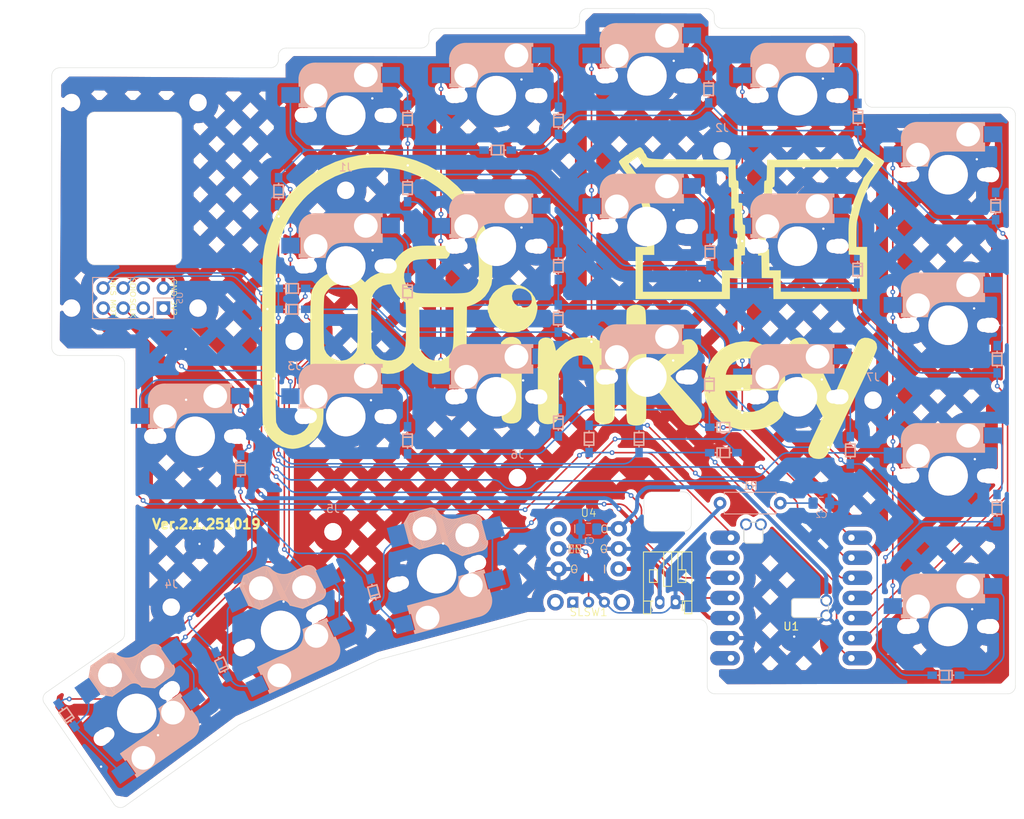
<source format=kicad_pcb>
(kicad_pcb (version 20241229) (generator "pcbnew") (generator_version "9.0")
  (layers (0 "F.Cu" signal) (2 "B.Cu" signal) (13 "F.Paste" user) (15 "B.Paste" user) (5 "F.SilkS" user "F.Silkscreen") (7 "B.SilkS" user "B.Silkscreen") (1 "F.Mask" user) (3 "B.Mask" user) (25 "Edge.Cuts" user))
  (net 0 "")
  (net 1 "MOTION")
  (net 2 "SDIO")
  (net 3 "GND")
  (net 4 "SCLK")
  (net 5 "3.3V")
  (net 6 "VCC")
  (net 7 "IO1")
  (net 8 "IO2")
  (net 9 "Net-(D62-K)")
  (net 10 "IO3")
  (net 11 "IO4")
  (net 12 "INTR")
  (net 13 "Net-(D63-K)")
  (net 14 "Net-(D64-K)")
  (net 15 "Net-(D70-K)")
  (net 16 "Net-(D73-K)")
  (net 17 "Net-(D74-K)")
  (net 18 "Net-(D80-K)")
  (net 19 "Net-(D81-K)")
  (net 20 "Net-(D84-K)")
  (net 21 "Net-(D90-K)")
  (net 22 "Net-(D91-K)")
  (net 23 "Net-(D92-K)")
  (net 24 "Net-(DI7-A)")
  (net 25 "Net-(DI8-A)")
  (net 26 "Vout")
  (net 27 "Bat")
  (net 28 "EN")
  (net 29 "IO5")
  (net 30 "NCS")
  (net 31 "Net-(DI10-A)")
  (net 32 "Net-(DI9-A)")
  (net 33 "Net-(D72-K)")
  (net 34 "Net-(D83-K)")
  (net 35 "Net-(D94-K)")
  (net 36 "Net-(DA0-K)")
  (net 37 "Net-(DA1-K)")
  (net 38 "Net-(DA2-K)")
  (net 39 "Net-(DA3-K)")
  (net 40 "Net-(DI11-A)")
  (net 41 "Net-(D61-K)")
  (net 42 "x")
  (net 47 "Net-(C2-Pad1)")
  (footprint "roBa:Diode_SMD" (layer "F.Cu") (at 174.02 104.866238 -90)
    (property "Reference" "D83")
    (property "Value" "1N4148" (hide yes))
  )
  (footprint "MountingHole:MountingHole_2.2mm_M2_DIN965" (layer "F.Cu") (at 176.89 101.3028)
    (property "Reference" "J7")
    (property "Value" "Conn_01x01-Connector_Generic" (hide yes))
  )
  (footprint "_kicad_footprints:SW_MX" (layer "F.Cu") (at 186.39 72.7528 180)
    (property "Reference" "SW" (hide yes))
    (property "Value" "SW_PUSH" (hide yes))
  )
  (footprint "_kicad_footprints:SW_MX" (layer "F.Cu") (at 186.39 129.9028 180)
    (property "Reference" "SW" (hide yes))
    (property "Value" "SW_PUSH" (hide yes))
  )
  (footprint "pinkeybd:DC_DC_Converter_XCL103" (layer "F.Cu") (at 140.91 120.105694)
    (property "Reference" "U4")
    (property "Value" "~")
  )
  (footprint "roBa:Diode_SMD" (layer "F.Cu") (at 100.616875 89.8056)
    (property "Reference" "DI8")
    (property "Value" "1N4148" (hide yes))
  )
  (footprint "roBa:Diode_SMD" (layer "F.Cu") (at 174.95 82.019038 -90)
    (property "Reference" "D73")
    (property "Value" "1N4148" (hide yes))
  )
  (footprint "_kicad_footprints:SW_MX" (layer "F.Cu") (at 186.39 91.8028 180)
    (property "Reference" "SW" (hide yes))
    (property "Value" "SW_PUSH" (hide yes))
  )
  (footprint "roBa:Diode_SMD" (layer "F.Cu") (at 188.876563 136.0956 180)
    (property "Reference" "D94")
    (property "Value" "1N4148" (hide yes))
  )
  (footprint "roBa:Diode_SMD" (layer "F.Cu") (at 140.97 108.979363 90)
    (property "Reference" "DS11")
    (property "Value" "1N4148" (hide yes))
  )
  (footprint "_kicad_footprints:SW_MX" (layer "F.Cu") (at 91.14 105.8528 180)
    (property "Reference" "SW" (hide yes))
    (property "Value" "SW_PUSH" (hide yes))
  )
  (footprint "_kicad_footprints:SW_MX" (layer "F.Cu") (at 110.19 84.3028 180)
    (property "Reference" "SW" (hide yes))
    (property "Value" "SW_PUSH" (hide yes))
  )
  (footprint "_kicad_footprints:SW_MX" (layer "F.Cu") (at 129.24 62.7528 180)
    (property "Reference" "SW" (hide yes))
    (property "Value" "SW_PUSH" (hide yes))
  )
  (footprint "Connector_JST:JST_PH_S2B-PH-K_1x02_P2.00mm_Horizontal" (layer "F.Cu") (at 151.91 126.855694 180)
    (property "Reference" "REF**" (hide yes))
    (property "Value" "JST_PH_S2B-PH-K_1x02_P2.00mm_Horizontal")
  )
  (footprint "roBa:Diode_SMD" (layer "F.Cu") (at 101.7 77.658725 90)
    (property "Reference" "DI7")
    (property "Value" "1N4148" (hide yes))
  )
  (footprint "roBa:Diode_SMD" (layer "F.Cu") (at 118.01 71.699675 -90)
    (property "Reference" "DS8")
    (property "Value" "1N4148" (hide yes))
  )
  (footprint "roBa:Diode_SMD" (layer "F.Cu") (at 192.59 93.3436 -90)
    (property "Reference" "D74")
    (property "Value" "1N4148" (hide yes))
  )
  (footprint "roBa:Diode_SMD" (layer "F.Cu") (at 137.08 81.542475 -90)
    (property "Reference" "D81")
    (property "Value" "1N4148" (hide yes))
  )
  (footprint "_kicad_footprints:SW_MX" (layer "F.Cu") (at 129.24 81.8028 180)
    (property "Reference" "SW" (hide yes))
    (property "Value" "SW_PUSH" (hide yes))
  )
  (footprint "roBa:Diode_SMD" (layer "F.Cu") (at 95.67507 137.287255 115)
    (property "Reference" "DA2")
    (property "Value" "1N4148" (hide yes))
  )
  (footprint "_kicad_footprints:SW_MX_Choc" (layer "F.Cu") (at 121.69 123.271384 15)
    (property "Reference" "SW" (hide yes))
    (property "Value" "SW_PUSH" (hide yes))
  )
  (footprint "pinkeybd:XIAO_nRF52840_wBAT_wNFC_1" (layer "F.Cu") (at 166.54 136.8228 180)
    (property "Reference" "U1")
    (property "Value" "~" (hide yes))
    (fp_line (start 5.985247 17.791753) (end 5.985247 19.391953) (stroke (width 0.12)) (layer "Edge.Cuts"))
    (fp_line (start 5.299447 20.077753) (end 4.258047 20.077753) (stroke (width 0.12)) (layer "Edge.Cuts"))
    (fp_line (start 3.953247 17.410753) (end 5.604247 17.410753) (stroke (width 0.12)) (layer "Edge.Cuts"))
    (fp_line (start 3.572247 19.391953) (end 3.572247 17.791753) (stroke (width 0.12)) (layer "Edge.Cuts"))
    (fp_line (start -0.040753 8.403247) (end -0.040753 10.054247) (stroke (width 0.12)) (layer "Edge.Cuts"))
    (fp_line (start -0.421753 10.435247) (end -4.021953 10.435247) (stroke (width 0.12)) (layer "Edge.Cuts"))
    (fp_line (start -4.021953 8.022247) (end -0.421753 8.022247) (stroke (width 0.12)) (layer "Edge.Cuts"))
    (fp_line (start -4.707753 9.749447) (end -4.707753 8.708047) (stroke (width 0.12)) (layer "Edge.Cuts"))
    (fp_arc (start 5.604247 17.410753) (mid 5.873656 17.522344) (end 5.985247 17.791753) (stroke (width 0.12)) (layer "Edge.Cuts"))
    (fp_arc (start 5.299447 20.077753) (mid 5.38164 19.474141) (end 5.985247 19.391953) (stroke (width 0.12)) (layer "Edge.Cuts"))
    (fp_arc (start 3.572247 19.391953) (mid 4.175856 19.474144) (end 4.258047 20.077753) (stroke (width 0.12)) (layer "Edge.Cuts"))
    (fp_arc (start 3.572247 17.791753) (mid 3.683838 17.522342) (end 3.953247 17.410753) (stroke (width 0.12)) (layer "Edge.Cuts"))
    (fp_arc (start -0.040753 10.054247) (mid -0.152344 10.323656) (end -0.421753 10.435247) (stroke (width 0.12)) (layer "Edge.Cuts"))
    (fp_arc (start -0.421753 8.022247) (mid -0.152343 8.133837) (end -0.040753 8.403247) (stroke (width 0.12)) (layer "Edge.Cuts"))
    (fp_arc (start -4.021953 8.022247) (mid -4.104144 8.625856) (end -4.707753 8.708047) (stroke (width 0.12)) (layer "Edge.Cuts"))
    (fp_arc (start -4.707753 9.749447) (mid -4.104144 9.831638) (end -4.021953 10.435247) (stroke (width 0.12)) (layer "Edge.Cuts"))
  )
  (footprint "roBa:Diode_SMD" (layer "F.Cu") (at 76.462886 143.434344 125)
    (property "Reference" "DA1")
    (property "Value" "1N4148" (hide yes))
  )
  (footprint "roBa:Diode_SMD" (layer "F.Cu") (at 132.186563 69.6628 180)
    (property "Reference" "DS7")
    (property "Value" "1N4148" (hide yes))
  )
  (footprint "_kicad_footprints:SW_MX" (layer "F.Cu") (at 110.19 103.3528 180)
    (property "Reference" "SW" (hide yes))
    (property "Value" "SW_PUSH" (hide yes))
  )
  (footprint "pinkeybd:Pinkeybd_logo" (layer "F.Cu") (at 138.765 88.8528)
    (property "Reference" "G***" (hide yes))
    (property "Value" "LOGO" (hide yes))
  )
  (footprint "MountingHole:MountingHole_2.2mm_M2_DIN965" (layer "F.Cu") (at 108.57054 117.944124)
    (property "Reference" "J5")
    (property "Value" "Conn_01x01-Connector_Generic" (hide yes))
  )
  (footprint "MountingHole:MountingHole_2.2mm_M2_DIN965" (layer "F.Cu") (at 110.19 74.7528)
    (property "Reference" "J1")
    (property "Value" "Conn_01x01-Connector_Generic" (hide yes))
  )
  (footprint "_kicad_footprints:SW_MX" (layer "F.Cu") (at 129.24 100.8528 180)
    (property "Reference" "SW" (hide yes))
    (property "Value" "SW_PUSH" (hide yes))
  )
  (footprint "_kicad_footprints:SW_MX" (layer "F.Cu") (at 186.39 110.8528 180)
    (property "Reference" "SW" (hide yes))
    (property "Value" "SW_PUSH" (hide yes))
  )
  (footprint "_kicad_footprints:SW_MX" (layer "F.Cu") (at 110.19 65.2528 180)
    (property "Reference" "SW" (hide yes))
    (property "Value" "SW_PUSH" (hide yes))
  )
  (footprint "roBa:Diode_SMD" (layer "F.Cu") (at 155.176875 107.9456)
    (property "Reference" "DI10")
    (property "Value" "1N4148" (hide yes))
  )
  (footprint "roBa:Diode_SMD" (layer "F.Cu") (at 192.4 73.969038 -90)
    (property "Reference" "D64")
    (property "Value" "1N4148" (hide yes))
  )
  (footprint "roBa:Diode_SMD" (layer "F.Cu") (at 137.07 88.196238 -90)
    (property "Reference" "DS9")
    (property "Value" "1N4148" (hide yes))
  )
  (footprint "roBa:Diode_SMD" (layer "F.Cu") (at 147.29 108.979363 90)
    (property "Reference" "DI11")
    (property "Value" "1N4148" (hide yes))
  )
  (footprint "roBa:Diode_SMD" (layer "F.Cu") (at 137.1 63.172475 -90)
    (property "Reference" "D61")
    (property "Value" "1N4148" (hide yes))
  )
  (footprint "roBa:Diode_SMD" (layer "F.Cu") (at 156.1 59.189675 -90)
    (property "Reference" "D62")
    (property "Value" "1N4148" (hide yes))
  )
  (footprint "roBa:Diode_SMD" (layer "F.Cu") (at 156.19 96.539038 -90)
    (property "Reference" "D92")
    (property "Value" "1N4148" (hide yes))
  )
  (footprint "_kicad_footprints:SW_MX_Choc" (layer "F.Cu") (at 101.956455 130.453807 25)
    (property "Reference" "SW" (hide yes))
    (property "Value" "SW_PUSH" (hide yes))
  )
  (footprint "roBa:Diode_SMD" (layer "F.Cu") (at 118.01 62.932475 -90)
    (property "Reference" "D70")
    (property "Value" "1N4148" (hide yes))
  )
  (footprint "MountingHole:MountingHole_2.2mm_M2_DIN965" (layer "F.Cu") (at 88.11124 127.48565)
    (property "Reference" "J4")
    (property "Value" "Conn_01x01-Connector_Generic" (hide yes))
  )
  (footprint "roBa:Diode_SMD" (layer "F.Cu") (at 114.469032 128.26389 105)
    (property "Reference" "DA3")
    (property "Value" "1N4148" (hide yes))
  )
  (footprint "roBa:Diode_SMD" (layer "F.Cu") (at 118.01 103.602475 -90)
    (property "Reference" "D90")
    (property "Value" "1N4148" (hide yes))
  )
  (footprint "roBa:Diode_SMD" (layer "F.Cu") (at 96.88 107.192475 -90)
    (property "Reference" "DA0")
    (property "Value" "1N4148" (hide yes))
  )
  (footprint "MountingHole:MountingHole_2.2mm_M2_DIN965" (layer "F.Cu") (at 103.665 93.8528)
    (property "Reference" "J3")
    (property "Value" "Conn_01x01-Connector_Generic" (hide yes))
  )
  (footprint "roBa:Diode_SMD" (layer "F.Cu") (at 137.08 101.332475 -90)
    (property "Reference" "D91")
    (property "Value" "1N4148" (hide yes))
  )
  (footprint "_kicad_footprints:SW_MX" (layer "F.Cu") (at 148.29 98.3528 180)
    (property "Reference" "SW" (hide yes))
    (property "Value" "SW_PUSH" (hide yes))
  )
  (footprint "pinkeybd:SW_Slide_SK-12D11VG3" (layer "F.Cu") (at 140.91 126.855694)
    (property "Reference" "SLSW1")
    (property "Value" "SK-12D11VG3")
  )
  (footprint "_kicad_footprints:SW_MX" (layer "F.Cu") (at 148.29 79.3028 180)
    (property "Reference" "SW" (hide yes))
    (property "Value" "SW_PUSH" (hide yes))
  )
  (footprint "roBa:Diode_SMD" (layer "F.Cu") (at 100.616875 87.1628)
    (property "Reference" "DI9")
    (property "Value" "1N4148" (hide yes))
  )
  (footprint "_kicad_footprints:SW_MX" (layer "F.Cu") (at 167.34 81.8028 180)
    (property "Reference" "SW" (hide yes))
    (property "Value" "SW_PUSH" (hide yes))
  )
  (footprint "roBa:Diode_SMD" (layer "F.Cu") (at 155.176875 104.7256)
    (property "Reference" "DS10")
    (property "Value" "1N4148" (hide yes))
  )
  (footprint "_kicad_footprints:SW_MX" (layer "F.Cu") (at 167.34 62.7528 180)
    (property "Reference" "SW" (hide yes))
    (property "Value" "SW_PUSH" (hide yes))
  )
  (footprint "MountingHole:MountingHole_2.2mm_M2_DIN965" (layer "F.Cu") (at 131.91 111.105694)
    (property "Reference" "J6")
    (property "Value" "Conn_01x01-Connector_Generic" (hide yes))
  )
  (footprint "_kicad_footprints:SW_MX" (layer "F.Cu") (at 148.29 60.2528 180)
    (property "Reference" "SW" (hide yes))
    (property "Value" "SW_PUSH" (hide yes))
  )
  (footprint "roBa:Diode_SMD" (layer "F.Cu") (at 118.01 84.762475 -90)
    (property "Reference" "D80")
    (property "Value" "1N4148" (hide yes))
  )
  (footprint "MountingHole:MountingHole_2.2mm_M2_DIN965" (layer "F.Cu") (at 157.79 69.7528)
    (property "Reference" "J2")
    (property "Value" "Conn_01x01-Connector_Generic" (hide yes))
  )
  (footprint "_kicad_footprints:SW_MX_Choc" (layer "F.Cu") (at 83.769922 140.953807 35)
    (property "Reference" "SW" (hide yes))
    (property "Value" "SW_PUSH" (hide yes))
  )
  (footprint "_kicad_footprints:SW_MX" (layer "F.Cu") (at 167.34 100.8528 180)
    (property "Reference" "SW" (hide yes))
    (property "Value" "SW_PUSH" (hide yes))
  )
  (footprint "roBa:Diode_SMD" (layer "F.Cu") (at 192.57 112.179038 -90)
    (property "Reference" "D84")
    (property "Value" "1N4148" (hide yes))
  )
  (footprint "roBa:Diode_SMD" (layer "F.Cu") (at 156.26 79.789038 -90)
    (property "Reference" "D72")
    (property "Value" "1N4148" (hide yes))
  )
  (footprint "roBa:Diode_SMD" (layer "F.Cu") (at 174.98 62.699038 -90)
    (property "Reference" "D63")
    (property "Value" "1N4148" (hide yes))
  )
  (footprint "Capacitor_SMD:C_0805_2012Metric_Pad1.18x1.45mm_HandSolder" (layer "B.Cu") (at 140.91 117.605694)
    (property "Reference" "C1")
    (property "Value" "47μF")
  )
  (footprint "Connector_PinHeader_2.54mm:PinHeader_2x04_P2.54mm_Vertical" (layer "B.Cu") (at 87.12 89.6508 90)
    (property "Reference" "U5")
    (property "Value" "Conn_02x04_Odd_Even" (hide yes))
  )
  (footprint "MountingHole:MountingHole_2.2mm_M2_DIN965" (layer "B.Cu") (at 75.5 89.6508 90)
    (property "Reference" "H3" (hide yes))
    (property "Value" "MountingHole" (hide yes))
  )
  (footprint "MountingHole:MountingHole_2.2mm_M2_DIN965" (layer "B.Cu") (at 91.5 63.6508 90)
    (property "Reference" "H2" (hide yes))
    (property "Value" "MountingHole" (hide yes))
  )
  (footprint "Capacitor_SMD:C_0805_2012Metric_Pad1.18x1.45mm_HandSolder" (layer "B.Cu") (at 170.35 114.3228)
    (property "Reference" "C2")
    (property "Value" "1μF")
  )
  (footprint "Resistor_THT:R_Axial_DIN0207_L6.3mm_D2.5mm_P7.62mm_Horizontal" (layer "B.Cu") (at 157.54 114.3228)
    (property "Reference" "R1")
    (property "Value" "1M")
  )
  (footprint "MountingHole:MountingHole_2.2mm_M2_DIN965" (layer "B.Cu") (at 75.5 63.6508 90)
    (property "Reference" "H4" (hide yes))
    (property "Value" "MountingHole" (hide yes))
  )
  (footprint "MountingHole:MountingHole_2.2mm_M2_DIN965" (layer "B.Cu") (at 91.5 89.6508 90)
    (property "Reference" "H1" (hide yes))
    (property "Value" "MountingHole" (hide yes))
  )
  (gr_arc (start 147.91 113.9058) (mid 148.202893 113.198693) (end 148.91 112.9058) (stroke (width 0.05)) (layer "Edge.Cuts"))
  (gr_line (start 194.91 137.4528) (end 194.91 65.252827) (stroke (width 0.05)) (layer "Edge.Cuts"))
  (gr_line (start 78.44 64.8278) (end 88.44 64.8278) (stroke (width 0.05)) (layer "Edge.Cuts"))
  (gr_arc (start 157.81 54.252827) (mid 157.102877 53.95995) (end 156.81 53.252827) (stroke (width 0.05)) (layer "Edge.Cuts"))
  (gr_arc (start 82.21 130.852305) (mid 82.095253 131.317454) (end 81.777289 131.675824) (stroke (width 0.05)) (layer "Edge.Cuts"))
  (gr_arc (start 78.44 84.1978) (mid 77.732893 83.904907) (end 77.44 83.1978) (stroke (width 0.05)) (layer "Edge.Cuts"))
  (gr_arc (start 82.266796 152.651613) (mid 81.5137 152.821807) (end 80.863862 152.404878) (stroke (width 0.05)) (layer "Edge.Cuts"))
  (gr_arc (start 176.86 64.252827) (mid 176.152877 63.95995) (end 175.86 63.252827) (stroke (width 0.05)) (layer "Edge.Cuts"))
  (gr_arc (start 133.229998 129.064768) (mid 133.358291 129.039249) (end 133.488817 129.030694) (stroke (width 0.05)) (layer "Edge.Cuts"))
  (gr_line (start 154.91 129.030694) (end 133.488817 129.030694) (stroke (width 0.05)) (layer "Edge.Cuts"))
  (gr_arc (start 139.76 52.752827) (mid 140.052893 52.04572) (end 140.76 51.752827) (stroke (width 0.05)) (layer "Edge.Cuts"))
  (gr_arc (start 155.81 51.752827) (mid 156.517107 52.04572) (end 156.81 52.752827) (stroke (width 0.05)) (layer "Edge.Cuts"))
  (gr_line (start 73.000001 60.252827) (end 73 94.6528) (stroke (width 0.05)) (layer "Edge.Cuts"))
  (gr_line (start 72.063415 139.651963) (end 80.863862 152.404878) (stroke (width 0.05)) (layer "Edge.Cuts"))
  (gr_arc (start 193.91 64.252827) (mid 194.61709 64.545737) (end 194.91 65.252827) (stroke (width 0.05)) (layer "Edge.Cuts"))
  (gr_line (start 193.91 64.252827) (end 176.86 64.252827) (stroke (width 0.05)) (layer "Edge.Cuts"))
  (gr_arc (start 152.91 112.9058) (mid 153.617107 113.198693) (end 153.91 113.9058) (stroke (width 0.05)) (layer "Edge.Cuts"))
  (gr_line (start 155.81 51.752827) (end 140.76 51.752827) (stroke (width 0.05)) (layer "Edge.Cuts"))
  (gr_arc (start 81.21 95.6528) (mid 81.917107 95.945693) (end 82.21 96.6528) (stroke (width 0.05)) (layer "Edge.Cuts"))
  (gr_line (start 152.91 117.9058) (end 148.91 117.9058) (stroke (width 0.05)) (layer "Edge.Cuts"))
  (gr_arc (start 96.640789 142.420582) (mid 96.717085 142.371337) (end 96.797534 142.329216) (stroke (width 0.05)) (layer "Edge.Cuts"))
  (gr_line (start 81.777289 131.675824) (end 72.319152 138.260497) (stroke (width 0.05)) (layer "Edge.Cuts"))
  (gr_arc (start 101.66 58.252827) (mid 101.3671 58.959927) (end 100.66 59.252827) (stroke (width 0.05)) (layer "Edge.Cuts"))
  (gr_line (start 74 95.6528) (end 81.21 95.6528) (stroke (width 0.05)) (layer "Edge.Cuts"))
  (gr_line (start 193.91 138.4528) (end 156.91 138.4528) (stroke (width 0.05)) (layer "Edge.Cuts"))
  (gr_line (start 148.91 112.9058) (end 152.91 112.9058) (stroke (width 0.05)) (layer "Edge.Cuts"))
  (gr_line (start 100.66 59.252827) (end 74 59.252827) (stroke (width 0.05)) (layer "Edge.Cuts"))
  (gr_arc (start 174.86 54.252827) (mid 175.56709 54.545737) (end 175.86 55.252827) (stroke (width 0.05)) (layer "Edge.Cuts"))
  (gr_line (start 156.81 53.252827) (end 156.81 52.752827) (stroke (width 0.05)) (layer "Edge.Cuts"))
  (gr_arc (start 153.91 116.9058) (mid 153.617107 117.612907) (end 152.91 117.9058) (stroke (width 0.05)) (layer "Edge.Cuts"))
  (gr_line (start 139.76 52.752827) (end 139.76 53.252827) (stroke (width 0.05)) (layer "Edge.Cuts"))
  (gr_line (start 89.44 83.1978) (end 89.44 65.8278) (stroke (width 0.05)) (layer "Edge.Cuts"))
  (gr_arc (start 148.91 117.9058) (mid 148.202893 117.612907) (end 147.91 116.9058) (stroke (width 0.05)) (layer "Edge.Cuts"))
  (gr_line (start 153.91 113.9058) (end 153.91 116.9058) (stroke (width 0.05)) (layer "Edge.Cuts"))
  (gr_arc (start 194.91 137.4528) (mid 194.617107 138.159907) (end 193.91 138.4528) (stroke (width 0.05)) (layer "Edge.Cuts"))
  (gr_arc (start 154.91 129.030694) (mid 155.617107 129.323587) (end 155.91 130.030694) (stroke (width 0.05)) (layer "Edge.Cuts"))
  (gr_arc (start 89.44 83.1978) (mid 89.147107 83.904907) (end 88.44 84.1978) (stroke (width 0.05)) (layer "Edge.Cuts"))
  (gr_line (start 155.91 137.4528) (end 155.91 130.030694) (stroke (width 0.05)) (layer "Edge.Cuts"))
  (gr_arc (start 72.063415 139.651963) (mid 71.90294 138.903235) (end 72.319152 138.260497) (stroke (width 0.05)) (layer "Edge.Cuts"))
  (gr_line (start 147.91 116.9058) (end 147.91 113.9058) (stroke (width 0.05)) (layer "Edge.Cuts"))
  (gr_line (start 77.44 65.8278) (end 77.44 83.1978) (stroke (width 0.05)) (layer "Edge.Cuts"))
  (gr_line (start 96.640789 142.420582) (end 82.266796 152.651613) (stroke (width 0.05)) (layer "Edge.Cuts"))
  (gr_arc (start 120.71 55.752827) (mid 120.4171 56.459927) (end 119.71 56.752827) (stroke (width 0.05)) (layer "Edge.Cuts"))
  (gr_line (start 138.76 54.252827) (end 121.71 54.252827) (stroke (width 0.05)) (layer "Edge.Cuts"))
  (gr_arc (start 88.44 64.8278) (mid 89.147107 65.120693) (end 89.44 65.8278) (stroke (width 0.05)) (layer "Edge.Cuts"))
  (gr_line (start 133.229998 129.064768) (end 114.456279 134.095171) (stroke (width 0.05)) (layer "Edge.Cuts"))
  (gr_line (start 119.71 56.752827) (end 102.66 56.752827) (stroke (width 0.05)) (layer "Edge.Cuts"))
  (gr_line (start 175.86 63.252827) (end 175.86 55.252827) (stroke (width 0.05)) (layer "Edge.Cuts"))
  (gr_arc (start 77.44 65.8278) (mid 77.732893 65.120693) (end 78.44 64.8278) (stroke (width 0.05)) (layer "Edge.Cuts"))
  (gr_line (start 120.71 55.252827) (end 120.71 55.752827) (stroke (width 0.05)) (layer "Edge.Cuts"))
  (gr_line (start 82.21 96.6528) (end 82.21 130.852305) (stroke (width 0.05)) (layer "Edge.Cuts"))
  (gr_line (start 114.456279 134.095171) (end 96.797534 142.329216) (stroke (width 0.05)) (layer "Edge.Cuts"))
  (gr_line (start 78.44 84.1978) (end 88.44 84.1978) (stroke (width 0.05)) (layer "Edge.Cuts"))
  (gr_line (start 101.66 57.752827) (end 101.66 58.252827) (stroke (width 0.05)) (layer "Edge.Cuts"))
  (gr_line (start 174.86 54.252827) (end 157.81 54.252827) (stroke (width 0.05)) (layer "Edge.Cuts"))
  (gr_arc (start 156.91 138.4528) (mid 156.202893 138.159907) (end 155.91 137.4528) (stroke (width 0.05)) (layer "Edge.Cuts"))
  (gr_arc (start 101.66 57.752827) (mid 101.952886 57.045713) (end 102.66 56.752827) (stroke (width 0.05)) (layer "Edge.Cuts"))
  (gr_arc (start 120.71 55.252827) (mid 121.002886 54.545713) (end 121.71 54.252827) (stroke (width 0.05)) (layer "Edge.Cuts"))
  (gr_arc (start 74 95.6528) (mid 73.292893 95.359907) (end 73 94.6528) (stroke (width 0.05)) (layer "Edge.Cuts"))
  (gr_arc (start 139.76 53.252827) (mid 139.467107 53.959934) (end 138.76 54.252827) (stroke (width 0.05)) (layer "Edge.Cuts"))
  (gr_arc (start 73 60.252827) (mid 73.292886 59.545713) (end 74 59.252827) (stroke (width 0.05)) (layer "Edge.Cuts"))
  (gr_text "SDIO" (at 82.8 87.0508 270) (layer "F.SilkS") (effects (font (size 0.7 0.7) (thickness 0.1)) (justify bottom)))
  (gr_text "Ver.2.1.251019" (at 85.54 117.6828 0) (layer "F.SilkS") (effects (font (size 1.2 1.2) (thickness 0.3) (bold yes)) (justify left bottom)))
  (gr_text "NCS" (at 80.3 87.0508 270) (layer "F.SilkS") (effects (font (size 0.7 0.7) (thickness 0.1)) (justify bottom)))
  (gr_text "GND" (at 88 87.0508 270) (layer "F.SilkS") (effects (font (size 0.7 0.7) (thickness 0.1)) (justify bottom)))
  (gr_text "MOT" (at 80.3 89.6508 270) (layer "F.SilkS") (effects (font (size 0.7 0.7) (thickness 0.1)) (justify bottom)))
  (gr_text "3V3" (at 88 89.6508 270) (layer "F.SilkS") (effects (font (size 0.7 0.7) (thickness 0.1)) (justify bottom)))
  (gr_text "SCLK" (at 82.8 89.6508 270) (layer "F.SilkS") (effects (font (size 0.7 0.7) (thickness 0.1)) (justify bottom)))
  (segment (start 147.568443 119.391243) (end 154.101551 125.924351) (width 0.2) (layer "F.Cu") (net 1))
  (segment (start 142.870006 114.4528) (end 144.766502 114.452802) (width 0.2) (layer "F.Cu") (net 1))
  (segment (start 83.301546 93.45235) (end 79.5 89.6508) (width 0.2) (layer "F.Cu") (net 1))
  (segment (start 84.098452 113.531244) (end 84.55 113.9828) (width 0.2) (layer "F.Cu") (net 1))
  (segment (start 155.06349 126.3228) (end 158.92 126.3228) (width 0.2) (layer "F.Cu") (net 1))
  (segment (start 142.870006 114.4528) (end 142.87 114.452806) (width 0.2) (layer "F.Cu") (net 1))
  (segment (start 83.699995 94.414289) (end 83.700006 112.569301) (width 0.2) (layer "F.Cu") (net 1))
  (segment (start 147.169995 116.85629) (end 147.169995 118.429304) (width 0.2) (layer "F.Cu") (net 1))
  (segment (start 146.771546 115.894352) (end 145.728441 114.85125) (width 0.2) (layer "F.Cu") (net 1))
  (via (at 84.55 113.9828) (size 0.6) (drill 0.3) (layers "F.Cu" "B.Cu") (net 1))
  (via (at 142.87 114.452806) (size 0.6) (drill 0.3) (layers "F.Cu" "B.Cu") (net 1))
  (arc (start 146.771546 115.894352) (mid 147.066441 116.335693) (end 147.169995 116.85629) (width 0.2) (layer "F.Cu") (net 1))
  (arc (start 154.101551 125.924351) (mid 154.542892 126.219246) (end 155.06349 126.3228) (width 0.2) (layer "F.Cu") (net 1))
  (arc (start 83.301546 93.45235) (mid 83.596441 93.893691) (end 83.699995 94.414289) (width 0.2) (layer "F.Cu") (net 1))
  (arc (start 144.766502 114.452802) (mid 145.287099 114.556355) (end 145.728441 114.85125) (width 0.2) (layer "F.Cu") (net 1))
  (arc (start 147.169995 118.429304) (mid 147.273548 118.949901) (end 147.568443 119.391243) (width 0.2) (layer "F.Cu") (net 1))
  (arc (start 83.700006 112.569301) (mid 83.803559 113.0899) (end 84.098452 113.531244) (width 0.2) (layer "F.Cu") (net 1))
  (segment (start 85.318197 114.432799) (end 142.835846 114.432799) (width 0.2) (layer "B.Cu") (net 1))
  (segment (start 142.859996 114.442803) (end 142.87 114.452806) (width 0.2) (layer "B.Cu") (net 1))
  (segment (start 84.775 114.207799) (end 84.55 113.9828) (width 0.2) (layer "B.Cu") (net 1))
  (arc (start 84.775 114.207799) (mid 85.024221 114.374323) (end 85.318197 114.432799) (width 0.2) (layer "B.Cu") (net 1))
  (arc (start 142.835846 114.432799) (mid 142.848916 114.435399) (end 142.859996 114.442803) (width 0.2) (layer "B.Cu") (net 1))
  (segment (start 161.458776 112.471605) (end 161.32 112.3328) (width 0.2) (layer "F.Cu") (net 2))
  (segment (start 101.45 109.9928) (end 100.778452 109.321244) (width 0.2) (layer "F.Cu") (net 2))
  (segment (start 100.28 89.7728) (end 100.329999 89.8228) (width 0.2) (layer "F.Cu") (net 2))
  (segment (start 173.111748 123.782791) (end 173.39349 123.7828) (width 0.2) (layer "F.Cu") (net 2))
  (segment (start 161.561212 112.514017) (end 172.630784 123.58356) (width 0.2) (layer "F.Cu") (net 2))
  (segment (start 100.380006 108.359301) (end 100.379999 89.94351) (width 0.2) (layer "F.Cu") (net 2))
  (via (at 101.45 109.9928) (size 0.6) (drill 0.3) (layers "F.Cu" "B.Cu") (net 2))
  (via (at 161.32 112.3328) (size 0.6) (drill 0.3) (layers "F.Cu" "B.Cu") (net 2))
  (via (at 100.28 89.7728) (size 0.6) (drill 0.3) (layers "F.Cu" "B.Cu") (net 2))
  (arc (start 161.458776 112.471605) (mid 161.482274 112.487305) (end 161.509993 112.492812) (width 0.2) (layer "F.Cu") (net 2))
  (arc (start 161.561212 112.514017) (mid 161.537712 112.498318) (end 161.509993 112.492812) (width 0.2) (layer "F.Cu") (net 2))
  (arc (start 100.380006 108.359301) (mid 100.483559 108.8799) (end 100.778452 109.321244) (width 0.2) (layer "F.Cu") (net 2))
  (arc (start 100.329999 89.8228) (mid 100.367004 89.878182) (end 100.379999 89.94351) (width 0.2) (layer "F.Cu") (net 2))
  (arc (start 172.630784 123.58356) (mid 172.851452 123.731008) (end 173.111748 123.782791) (width 0.2) (layer "F.Cu") (net 2))
  (segment (start 98.415729 87.92103) (end 98.424266 87.924565) (width 0.2) (layer "B.Cu") (net 2))
  (segment (start 159.936508 111.512801) (end 135.033493 111.512804) (width 0.2) (layer "B.Cu") (net 2))
  (segment (start 98.428755 87.92278) (end 98.426252 87.922786) (width 0.2) (layer "B.Cu") (net 2))
  (segment (start 133.848448 112.134351) (end 134.071551 111.911251) (width 0.2) (layer "B.Cu") (net 2))
  (segment (start 161.32 112.3328) (end 160.898447 111.911248) (width 0.2) (layer "B.Cu") (net 2))
  (segment (start 100.28 89.7728) (end 98.459296 87.952096) (width 0.2) (layer "B.Cu") (net 2))
  (segment (start 98.426252 87.922786) (end 98.425001 87.92279) (width 0.2) (layer "B.Cu") (net 2))
  (segment (start 98.416104 87.920313) (end 98.406155 87.913957) (width 0.2) (layer "B.Cu") (net 2))
  (segment (start 130.15155 112.13435) (end 129.798447 111.781248) (width 0.2) (layer "B.Cu") (net 2))
  (segment (start 98.380699 87.893499) (end 96.488444 86.001251) (width 0.2) (layer "B.Cu") (net 2))
  (segment (start 98.424467 87.923964) (end 98.433538 87.926328) (width 0.2) (layer "B.Cu") (net 2))
  (segment (start 83.149553 86.001258) (end 82.04 87.1108) (width 0.2) (layer "B.Cu") (net 2))
  (segment (start 98.423889 87.925286) (end 98.433839 87.931641) (width 0.2) (layer "B.Cu") (net 2))
  (segment (start 103.40349 111.382798) (end 128.836508 111.3828) (width 0.2) (layer "B.Cu") (net 2))
  (segment (start 84.111495 85.602811) (end 95.526505 85.602804) (width 0.2) (layer "B.Cu") (net 2))
  (segment (start 98.415527 87.921634) (end 98.40646 87.919271) (width 0.2) (layer "B.Cu") (net 2))
  (segment (start 98.40999 87.922823) (end 98.414998 87.922805) (width 0.2) (layer "B.Cu") (net 2))
  (segment (start 132.886507 112.532798) (end 131.11349 112.532798) (width 0.2) (layer "B.Cu") (net 2))
  (segment (start 98.428755 87.92278) (end 98.430007 87.922778) (width 0.2) (layer "B.Cu") (net 2))
  (segment (start 101.45 109.9928) (end 102.441551 110.98435) (width 0.2) (layer "B.Cu") (net 2))
  (arc (start 98.416104 87.920313) (mid 98.420142 87.922467) (end 98.424467 87.923964) (width 0.2) (layer "B.Cu") (net 2))
  (arc (start 98.415729 87.921032) (mid 98.416245 87.920844) (end 98.416104 87.920313) (width 0.2) (layer "B.Cu") (net 2))
  (arc (start 98.423889 87.925286) (mid 98.419851 87.923132) (end 98.415527 87.921634) (width 0.2) (layer "B.Cu") (net 2))
  (arc (start 98.433839 87.931641) (mid 98.447123 87.941177) (end 98.459296 87.952096) (width 0.2) (layer "B.Cu") (net 2))
  (arc (start 98.424266 87.924566) (mid 98.423747 87.924754) (end 98.423889 87.925286) (width 0.2) (layer "B.Cu") (net 2))
  (arc (start 96.488444 86.001251) (mid 96.047102 85.706356) (end 95.526505 85.602804) (width 0.2) (layer "B.Cu") (net 2))
  (arc (start 133.848448 112.134351) (mid 133.407105 112.429245) (end 132.886507 112.532798) (width 0.2) (layer "B.Cu") (net 2))
  (arc (start 98.380699 87.893499) (mid 98.392872 87.904418) (end 98.406155 87.913957) (width 0.2) (layer "B.Cu") (net 2))
  (arc (start 102.441551 110.98435) (mid 102.882892 111.279244) (end 103.40349 111.382798) (width 0.2) (layer "B.Cu") (net 2))
  (arc (start 84.111495 85.602811) (mid 83.590896 85.706364) (end 83.149553 86.001258) (width 0.2) (layer "B.Cu") (net 2))
  (arc (start 98.424266 87.924566) (mid 98.424266 87.924565) (end 98.424266 87.924565) (width 0.2) (layer "B.Cu") (net 2))
  (arc (start 160.898447 111.911248) (mid 160.457105 111.616353) (end 159.936508 111.512801) (width 0.2) (layer "B.Cu") (net 2))
  (arc (start 128.836508 111.3828) (mid 129.357105 111.486353) (end 129.798447 111.781248) (width 0.2) (layer "B.Cu") (net 2))
  (arc (start 98.415527 87.921634) (mid 98.415909 87.921427) (end 98.415729 87.921032) (width 0.2) (layer "B.Cu") (net 2))
  (arc (start 130.15155 112.13435) (mid 130.592892 112.429244) (end 131.11349 112.532798) (width 0.2) (layer "B.Cu") (net 2))
  (arc (start 98.424467 87.923964) (mid 98.424085 87.92417) (end 98.424266 87.924566) (width 0.2) (layer "B.Cu") (net 2))
  (arc (start 135.033493 111.512804) (mid 134.512894 111.616357) (end 134.071551 111.911251) (width 0.2) (layer "B.Cu") (net 2))
  (arc (start 98.415729 87.92103) (mid 98.415728 87.92103) (end 98.415729 87.921032) (width 0.2) (layer "B.Cu") (net 2))
  (via (at 189.68 89.6928) (size 0.6) (drill 0.3) (layers "F.Cu" "B.Cu") (net 3))
  (via (at 189.77 108.7628) (size 0.6) (drill 0.3) (layers "F.Cu" "B.Cu") (net 3))
  (via (at 132.63 98.8028) (size 0.6) (drill 0.3) (layers "F.Cu" "B.Cu") (net 3))
  (via (at 190.02 70.8228) (size 0.6) (drill 0.3) (layers "F.Cu" "B.Cu") (net 3))
  (via (at 151.68 58.3728) (size 0.6) (drill 0.3) (layers "F.Cu" "B.Cu") (net 3))
  (via (at 132.42 60.7328) (size 0.6) (drill 0.3) (layers "F.Cu" "B.Cu") (net 3))
  (via (at 154.96 86.1928) (size 0.6) (drill 0.3) (layers "F.Cu" "B.Cu") (net 3))
  (via (at 122.51 119.4428) (size 0.6) (drill 0.3) (layers "F.Cu" "B.Cu") (net 3))
  (via (at 189.43 127.7428) (size 0.6) (drill 0.3) (layers "F.Cu" "B.Cu") (net 3))
  (via (at 151.61 96.2828) (size 0.6) (drill 0.3) (layers "F.Cu" "B.Cu") (net 3))
  (via (at 79.24 147.6628) (size 0.6) (drill 0.3) (layers "F.Cu" "B.Cu") (net 3))
  (via (at 170.55 60.6228) (size 0.6) (drill 0.3) (layers "F.Cu" "B.Cu") (net 3))
  (via (at 102.32 126.7928) (size 0.6) (drill 0.3) (layers "F.Cu" "B.Cu") (net 3))
  (via (at 132.42 79.4628) (size 0.6) (drill 0.3) (layers "F.Cu" "B.Cu") (net 3))
  (via (at 113.38 101.3128) (size 0.6) (drill 0.3) (layers "F.Cu" "B.Cu") (net 3))
  (via (at 113.59 82.3428) (size 0.6) (drill 0.3) (layers "F.Cu" "B.Cu") (net 3))
  (via (at 113.55 63.1228) (size 0.6) (drill 0.3) (layers "F.Cu" "B.Cu") (net 3))
  (via (at 170.42 98.6828) (size 0.6) (drill 0.3) (layers "F.Cu" "B.Cu") (net 3))
  (via (at 86.44 143.6828) (size 0.6) (drill 0.3) (layers "F.Cu" "B.Cu") (net 3))
  (via (at 89.99 101.2528) (size 0.6) (drill 0.3) (layers "F.Cu" "B.Cu") (net 3))
  (via (at 89.94 94.8328) (size 0.6) (drill 0.3) (layers "F.Cu" "B.Cu") (net 3))
  (via (at 170.61 79.6128) (size 0.6) (drill 0.3) (layers "F.Cu" "B.Cu") (net 3))
  (via (at 151.67 77.2428) (size 0.6) (drill 0.3) (layers "F.Cu" "B.Cu") (net 3))
  (via (at 166.92 131.2128) (size 0.6) (drill 0.3) (layers "F.Cu" "B.Cu") (net 3))
  (via (at 91.69 119.4828) (size 0.6) (drill 0.3) (layers "F.Cu" "B.Cu") (net 3))
  (segment (start 143.86255 127.808245) (end 142.91 126.855694) (width 0.2) (layer "B.Cu") (net 3))
  (segment (start 150.957448 127.808245) (end 151.91 126.855694) (width 0.2) (layer "B.Cu") (net 3))
  (segment (start 144.824488 128.206694) (end 149.995509 128.206694) (width 0.2) (layer "B.Cu") (net 3))
  (arc (start 150.957448 127.808245) (mid 150.516106 128.10314) (end 149.995509 128.206694) (width 0.2) (layer "B.Cu") (net 3))
  (arc (start 143.86255 127.808245) (mid 144.303891 128.10314) (end 144.824488 128.206694) (width 0.2) (layer "B.Cu") (net 3))
  (segment (start 101.618418 108.941371) (end 101.618226 108.941035) (width 0.2) (layer "F.Cu") (net 4))
  (segment (start 89.41 96.9928) (end 82.068 89.6508) (width 0.2) (layer "F.Cu") (net 4))
  (segment (start 101.617195 108.940211) (end 101.61646 108.939266) (width 0.2) (layer "F.Cu") (net 4))
  (segment (start 166.990605 113.85338) (end 162.95095 109.813749) (width 0.2) (layer "F.Cu") (net 4))
  (segment (start 101.609396 108.932196) (end 101.612929 108.93573) (width 0.2) (layer "F.Cu") (net 4))
  (segment (start 101.61947 108.944244) (end 101.619619 108.946632) (width 0.2) (layer "F.Cu") (net 4))
  (segment (start 101.068994 108.00843) (end 101.069 98.5528) (width 0.2) (layer "F.Cu") (net 4))
  (segment (start 101.619978 108.942809) (end 101.619992 108.945302) (width 0.2) (layer "F.Cu") (net 4))
  (segment (start 101.62 108.9528) (end 101.619619 108.946632) (width 0.2) (layer "F.Cu") (net 4))
  (segment (start 167.669419 115.492205) (end 173.42 121.2428) (width 0.2) (layer "F.Cu") (net 4))
  (segment (start 162.7176 109.7528) (end 162.803799 109.752799) (width 0.2) (layer "F.Cu") (net 4))
  (segment (start 101.340078 108.662881) (end 101.609396 108.932196) (width 0.2) (layer "F.Cu") (net 4))
  (segment (start 101.618347 108.941424) (end 101.616396 108.939326) (width 0.2) (layer "F.Cu") (net 4))
  (via (at 89.41 96.9928) (size 0.6) (drill 0.3) (layers "F.Cu" "B.Cu") (net 4))
  (via (at 101.62 108.9528) (size 0.6) (drill 0.3) (layers "F.Cu" "B.Cu") (net 4))
  (via (at 162.7176 109.7528) (size 0.6) (drill 0.3) (layers "F.Cu" "B.Cu") (net 4))
  (via (at 101.069 98.5528) (size 0.6) (drill 0.3) (layers "F.Cu" "B.Cu") (net 4))
  (arc (start 162.95095 109.813749) (mid 162.883436 109.768638) (end 162.803799 109.752799) (width 0.2) (layer "F.Cu") (net 4))
  (arc (start 167.330013 114.672792) (mid 167.418219 115.116255) (end 167.669419 115.492205) (width 0.2) (layer "F.Cu") (net 4))
  (arc (start 101.618663 108.942103) (mid 101.619227 108.943113) (end 101.61947 108.944244) (width 0.2) (layer "F.Cu") (net 4))
  (arc (start 166.990605 113.85338) (mid 167.241806 114.229329) (end 167.330013 114.672792) (width 0.2) (layer "F.Cu") (net 4))
  (arc (start 101.612929 108.93573) (mid 101.614678 108.937512) (end 101.616396 108.939326) (width 0.2) (layer "F.Cu") (net 4))
  (arc (start 101.618347 108.941424) (mid 101.618405 108.941429) (end 101.618418 108.941371) (width 0.2) (layer "F.Cu") (net 4))
  (arc (start 101.617195 108.940211) (mid 101.617929 108.941156) (end 101.618663 108.942103) (width 0.2) (layer "F.Cu") (net 4))
  (arc (start 101.068994 108.00843) (mid 101.139446 108.362617) (end 101.340078 108.662881) (width 0.2) (layer "F.Cu") (net 4))
  (segment (start 100.477445 97.961252) (end 101.069 98.5528) (width 0.2) (layer "B.Cu") (net 4))
  (segment (start 101.62 108.95516) (end 101.62 108.9528) (width 0.2) (layer "B.Cu") (net 4))
  (segment (start 102.98064 109.752807) (end 162.7176 109.7528) (width 0.2) (layer "B.Cu") (net 4))
  (segment (start 102.018781 109.354387) (end 101.620429 108.956028) (width 0.2) (layer "B.Cu") (net 4))
  (segment (start 89.695 97.277799) (end 89.41 96.9928) (width 0.2) (layer "B.Cu") (net 4))
  (segment (start 90.38305 97.562798) (end 99.515502 97.562806) (width 0.2) (layer "B.Cu") (net 4))
  (arc (start 99.515502 97.562806) (mid 100.036101 97.666359) (end 100.477445 97.961252) (width 0.2) (layer "B.Cu") (net 4))
  (arc (start 101.620005 108.955331) (mid 101.620009 108.955416) (end 101.620013 108.955502) (width 0.2) (layer "B.Cu") (net 4))
  (arc (start 101.620189 108.955779) (mid 101.620247 108.955842) (end 101.620307 108.955905) (width 0.2) (layer "B.Cu") (net 4))
  (arc (start 89.695 97.277799) (mid 90.01068 97.488729) (end 90.38305 97.562798) (width 0.2) (layer "B.Cu") (net 4))
  (arc (start 101.620073 108.955651) (mid 101.620131 108.955715) (end 101.620189 108.955779) (width 0.2) (layer "B.Cu") (net 4))
  (arc (start 101.620013 108.955502) (mid 101.620029 108.955582) (end 101.620073 108.955651) (width 0.2) (layer "B.Cu") (net 4))
  (arc (start 102.018781 109.354387) (mid 102.460084 109.649261) (end 102.98064 109.752807) (width 0.2) (layer "B.Cu") (net 4))
  (arc (start 101.620307 108.955905) (mid 101.620368 108.955966) (end 101.620429 108.956028) (width 0.2) (layer "B.Cu") (net 4))
  (arc (start 101.62 108.95516) (mid 101.620001 108.955245) (end 101.620005 108.955331) (width 0.2) (layer "B.Cu") (net 4))
  (segment (start 98.759946 112.011369) (end 98.759993 101.85429) (width 0.5) (layer "F.Cu") (net 5))
  (segment (start 144.854388 115.147193) (end 144.759995 115.0528) (width 0.5) (layer "F.Cu") (net 5))
  (segment (start 99.455 113.1978) (end 99.107472 112.85031) (width 0.5) (layer "F.Cu") (net 5))
  (segment (start 156.441748 128.862791) (end 156.72349 128.8628) (width 0.5) (layer "F.Cu") (net 5))
  (segment (start 144.888538 115.161332) (end 144.895608 115.168411) (width 0.5) (layer "F.Cu") (net 5))
  (segment (start 147.017443 119.72022) (end 155.960784 128.663561) (width 0.5) (layer "F.Cu") (net 5))
  (segment (start 144.854388 115.147193) (end 144.861459 115.154273) (width 0.5) (layer "F.Cu") (net 5))
  (segment (start 146.618995 117.455288) (end 146.618995 118.758281) (width 0.5) (layer "F.Cu") (net 5))
  (segment (start 144.869996 115.157808) (end 144.880002 115.157796) (width 0.5) (layer "F.Cu") (net 5))
  (segment (start 98.361548 100.892351) (end 87.12 89.6508) (width 0.5) (layer "F.Cu") (net 5))
  (segment (start 146.220546 116.493349) (end 144.895608 115.168411) (width 0.5) (layer "F.Cu") (net 5))
  (via (at 99.455 113.1978) (size 0.6) (drill 0.3) (layers "F.Cu" "B.Cu") (net 5))
  (via (at 144.759995 115.0528) (size 0.6) (drill 0.3) (layers "F.Cu" "B.Cu") (net 5))
  (arc (start 144.861459 115.154273) (mid 144.865374 115.156892) (end 144.869996 115.157808) (width 0.5) (layer "F.Cu") (net 5))
  (arc (start 146.618995 118.758281) (mid 146.722548 119.278878) (end 147.017443 119.72022) (width 0.5) (layer "F.Cu") (net 5))
  (arc (start 98.361548 100.892351) (mid 98.656441 101.333692) (end 98.759993 101.85429) (width 0.5) (layer "F.Cu") (net 5))
  (arc (start 146.220546 116.493349) (mid 146.515441 116.93469) (end 146.618995 117.455288) (width 0.5) (layer "F.Cu") (net 5))
  (arc (start 144.888538 115.161332) (mid 144.884622 115.158712) (end 144.880002 115.157796) (width 0.5) (layer "F.Cu") (net 5))
  (arc (start 155.960784 128.663561) (mid 156.181452 128.811009) (end 156.441748 128.862791) (width 0.5) (layer "F.Cu") (net 5))
  (arc (start 98.759946 112.011369) (mid 98.850264 112.465406) (end 99.107472 112.85031) (width 0.5) (layer "F.Cu") (net 5))
  (segment (start 100.317088 113.702798) (end 142.866504 113.702807) (width 0.5) (layer "B.Cu") (net 5))
  (segment (start 144.760003 115.037801) (end 144.759995 115.0528) (width 0.5) (layer "B.Cu") (net 5))
  (segment (start 144.749388 115.022198) (end 144.756465 115.029267) (width 0.5) (layer "B.Cu") (net 5))
  (segment (start 144.749388 115.022198) (end 143.828443 114.101255) (width 0.5) (layer "B.Cu") (net 5))
  (segment (start 99.455 113.1978) (end 99.7075 113.450299) (width 0.5) (layer "B.Cu") (net 5))
  (arc (start 99.7075 113.450299) (mid 99.987181 113.637175) (end 100.317088 113.702798) (width 0.5) (layer "B.Cu") (net 5))
  (arc (start 144.756465 115.029267) (mid 144.759084 115.033181) (end 144.760003 115.037801) (width 0.5) (layer "B.Cu") (net 5))
  (arc (start 142.866504 113.702807) (mid 143.387101 113.80636) (end 143.828443 114.101255) (width 0.5) (layer "B.Cu") (net 5))
  (segment (start 193.514539 113.738242) (end 175.85 131.4028) (width 0.2) (layer "F.Cu") (net 7))
  (segment (start 193.616499 80.5021) (end 193.32 80.2056) (width 0.2) (layer "F.Cu") (net 7))
  (segment (start 193.912997 81.217913) (end 193.912988 112.776303) (width 0.2) (layer "F.Cu") (net 7))
  (via (at 193.32 80.2056) (size 0.6) (drill 0.3) (layers "F.Cu" "B.Cu") (net 7))
  (arc (start 193.912988 112.776303) (mid 193.809434 113.2969) (end 193.514539 113.738242) (width 0.2) (layer "F.Cu") (net 7))
  (arc (start 193.616499 80.5021) (mid 193.83594 80.830518) (end 193.912997 81.217913) (width 0.2) (layer "F.Cu") (net 7))
  (segment (start 138.388881 66.386718) (end 138.34264 66.43296) (width 0.2) (layer "B.Cu") (net 7))
  (segment (start 174.979992 68.192112) (end 174.979998 67.702153) (width 0.2) (layer "B.Cu") (net 7))
  (segment (start 185.260045 78.472175) (end 191.993265 78.472187) (width 0.2) (layer "B.Cu") (net 7))
  (segment (start 192.687573 79.573184) (end 193.32 80.2056) (width 0.2) (layer "B.Cu") (net 7))
  (segment (start 140.013195 65.282811) (end 153.946504 65.282796) (width 0.2) (layer "B.Cu") (net 7))
  (segment (start 138.34264 66.43296) (end 137.514211 67.261386) (width 0.2) (layer "B.Cu") (net 7))
  (segment (start 136.685784 68.089811) (end 135.857354 68.918233) (width 0.2) (layer "B.Cu") (net 7))
  (segment (start 154.908445 64.884348) (end 155.746446 64.046353) (width 0.2) (layer "B.Cu") (net 7))
  (segment (start 139.12483 65.65078) (end 138.388881 66.386718) (width 0.2) (layer "B.Cu") (net 7))
  (segment (start 137.514211 67.261386) (end 136.685784 68.089811) (width 0.2) (layer "B.Cu") (net 7))
  (segment (start 175.378433 69.15405) (end 184.298106 78.073726) (width 0.2) (layer "B.Cu") (net 7))
  (segment (start 134.5493 69.662786) (end 131.133438 69.6628) (width 0.2) (layer "B.Cu") (net 7))
  (segment (start 135.511243 69.264338) (end 135.857354 68.918233) (width 0.2) (layer "B.Cu") (net 7))
  (segment (start 159.210908 66.803729) (end 156.453553 64.046353) (width 0.2) (layer "B.Cu") (net 7))
  (segment (start 174.480005 67.202155) (end 160.172845 67.202178) (width 0.2) (layer "B.Cu") (net 7))
  (arc (start 174.979998 67.702153) (mid 174.833555 67.348601) (end 174.480005 67.202155) (width 0.2) (layer "B.Cu") (net 7))
  (arc (start 135.511243 69.264338) (mid 135.069899 69.559231) (end 134.5493 69.662786) (width 0.2) (layer "B.Cu") (net 7))
  (arc (start 140.013195 65.282811) (mid 139.532416 65.378443) (end 139.12483 65.65078) (width 0.2) (layer "B.Cu") (net 7))
  (arc (start 192.399979 78.878895) (mid 192.474725 79.254642) (end 192.687573 79.573184) (width 0.2) (layer "B.Cu") (net 7))
  (arc (start 184.298106 78.073726) (mid 184.739447 78.368621) (end 185.260045 78.472175) (width 0.2) (layer "B.Cu") (net 7))
  (arc (start 174.979992 68.192112) (mid 175.08354 68.712709) (end 175.378433 69.15405) (width 0.2) (layer "B.Cu") (net 7))
  (arc (start 191.993265 78.472187) (mid 192.280853 78.591308) (end 192.399979 78.878895) (width 0.2) (layer "B.Cu") (net 7))
  (arc (start 154.908445 64.884348) (mid 154.467102 65.179242) (end 153.946504 65.282796) (width 0.2) (layer "B.Cu") (net 7))
  (arc (start 159.210908 66.803729) (mid 159.652248 67.098624) (end 160.172845 67.202178) (width 0.2) (layer "B.Cu") (net 7))
  (segment (start 192.61 99.5128) (end 192.944999 99.8478) (width 0.2) (layer "F.Cu") (net 8))
  (segment (start 192.881539 112.484042) (end 176.5028 128.8628) (width 0.2) (layer "F.Cu") (net 8))
  (segment (start 118.04 71.6028) (end 118.04 68.8428) (width 0.2) (layer "F.Cu") (net 8))
  (segment (start 193.279998 100.656561) (end 193.279988 111.522103) (width 0.2) (layer "F.Cu") (net 8))
  (via (at 118.04 68.8428) (size 0.6) (drill 0.3) (layers "F.Cu" "B.Cu") (net 8))
  (via (at 192.61 99.5128) (size 0.6) (drill 0.3) (layers "F.Cu" "B.Cu") (net 8))
  (via (at 118.04 71.6028) (size 0.6) (drill 0.3) (layers "F.Cu" "B.Cu") (net 8))
  (arc (start 193.279988 111.522103) (mid 193.176434 112.0427) (end 192.881539 112.484042) (width 0.2) (layer "F.Cu") (net 8))
  (arc (start 192.944999 99.8478) (mid 193.192935 100.218862) (end 193.279998 100.656561) (width 0.2) (layer "F.Cu") (net 8))
  (segment (start 192.609999 98.993277) (end 192.61 99.028632) (width 0.2) (layer "B.Cu") (net 8))
  (segment (start 192.589999 98.913157) (end 192.589997 98.927306) (width 0.2) (layer "B.Cu") (net 8))
  (segment (start 192.589997 98.927306) (end 192.589991 98.941454) (width 0.2) (layer "B.Cu") (net 8))
  (segment (start 133.173503 72.752807) (end 118.01 72.7528) (width 0.2) (layer "B.Cu") (net 8))
  (segment (start 118.04 71.6028) (end 118.04 72.7228) (width 0.2) (layer "B.Cu") (net 8))
  (segment (start 182.162692 97.448231) (end 175.348449 90.634044) (width 0.2) (layer "B.Cu") (net 8))
  (segment (start 145.839845 84.292175) (end 155.696491 84.292193) (width 0.2) (layer "B.Cu") (net 8))
  (segment (start 192.589991 98.941454) (end 192.589989 98.944985) (width 0.2) (layer "B.Cu") (net 8))
  (segment (start 174.95 89.672107) (end 174.95 87.022157) (width 0.2) (layer "B.Cu") (net 8))
  (segment (start 159.053476 86.52219) (end 174.450001 86.522159) (width 0.2) (layer "B.Cu") (net 8))
  (segment (start 192.609999 98.993277) (end 192.609998 98.9756) (width 0.2) (layer "B.Cu") (net 8))
  (segment (start 118.024989 68.827803) (end 118.04 68.8428) (width 0.2) (layer "B.Cu") (net 8))
  (segment (start 183.124634 97.84668) (end 192.090001 97.846716) (width 0.2) (layer "B.Cu") (net 8))
  (segment (start 192.589999 98.913157) (end 192.59 98.346717) (width 0.2) (layer "B.Cu") (net 8))
  (segment (start 144.877906 83.893726) (end 134.135442 73.151256) (width 0.2) (layer "B.Cu") (net 8))
  (segment (start 156.658431 84.690641) (end 158.091537 86.123744) (width 0.2) (layer "B.Cu") (net 8))
  (segment (start 192.61 99.5128) (end 192.61 99.028632) (width 0.2) (layer "B.Cu") (net 8))
  (segment (start 118.009979 68.791587) (end 118.01 67.4356) (width 0.2) (layer "B.Cu") (net 8))
  (segment (start 192.589975 98.952072) (end 192.589963 98.955616) (width 0.2) (layer "B.Cu") (net 8))
  (arc (start 155.696491 84.292193) (mid 156.217089 84.395746) (end 156.658431 84.690641) (width 0.2) (layer "B.Cu") (net 8))
  (arc (start 158.091537 86.123744) (mid 158.532878 86.418638) (end 159.053476 86.52219) (width 0.2) (layer "B.Cu") (net 8))
  (arc (start 118.009979 68.791587) (mid 118.01388 68.811188) (end 118.024989 68.827803) (width 0.2) (layer "B.Cu") (net 8))
  (arc (start 133.173503 72.752807) (mid 133.6941 72.85636) (end 134.135442 73.151256) (width 0.2) (layer "B.Cu") (net 8))
  (arc (start 182.162692 97.448231) (mid 182.604035 97.743125) (end 183.124634 97.84668) (width 0.2) (layer "B.Cu") (net 8))
  (arc (start 174.95 87.022157) (mid 174.803554 86.668604) (end 174.450001 86.522159) (width 0.2) (layer "B.Cu") (net 8))
  (arc (start 192.589989 98.944985) (mid 192.589984 98.948528) (end 192.589975 98.952072) (width 0.2) (layer "B.Cu") (net 8))
  (arc (start 174.95 89.672107) (mid 175.053553 90.192704) (end 175.348449 90.634044) (width 0.2) (layer "B.Cu") (net 8))
  (arc (start 192.090001 97.846716) (mid 192.443554 97.993163) (end 192.59 98.346717) (width 0.2) (layer "B.Cu") (net 8))
  (arc (start 144.877906 83.893726) (mid 145.319247 84.188621) (end 145.839845 84.292175) (width 0.2) (layer "B.Cu") (net 8))
  (segment (start 155.661549 56.829351) (end 153.99 55.1578) (width 0.2) (layer "B.Cu") (net 9))
  (segment (start 156.059997 57.79129) (end 156.06 60.2028) (width 0.2) (layer "B.Cu") (net 9))
  (arc (start 155.661549 56.829351) (mid 155.956443 57.270692) (end 156.059997 57.79129) (width 0.2) (layer "B.Cu") (net 9))
  (segment (start 178.071543 124.471243) (end 176.22 126.3228) (width 0.2) (layer "F.Cu") (net 10))
  (segment (start 178.47 121.1828) (end 178.469992 123.509302) (width 0.2) (layer "F.Cu") (net 10))
  (segment (start 171.23 107.2528) (end 172.81 108.8328) (width 0.2) (layer "F.Cu") (net 10))
  (via (at 172.81 108.8328) (size 0.6) (drill 0.3) (layers "F.Cu" "B.Cu") (net 10))
  (via (at 178.47 121.1828) (size 0.6) (drill 0.3) (layers "F.Cu" "B.Cu") (net 10))
  (via (at 171.23 107.2528) (size 0.6) (drill 0.3) (layers "F.Cu" "B.Cu") (net 10))
  (arc (start 178.469992 123.509302) (mid 178.366438 124.0299) (end 178.071543 124.471243) (width 0.2) (layer "F.Cu") (net 10))
  (segment (start 185.118403 116.68216) (end 185.411296 116.682162) (width 0.2) (layer "B.Cu") (net 10))
  (segment (start 172.81 108.8328) (end 173.232163 109.254973) (width 0.2) (layer "B.Cu") (net 10))
  (segment (start 185.557741 116.682163) (end 182.989363 116.682163) (width 0.2) (layer "B.Cu") (net 10))
  (segment (start 186.729316 116.682163) (end 186.143529 116.682163) (width 0.2) (layer "B.Cu") (net 10))
  (segment (start 166.313489 107.252795) (end 171.23 107.2528) (width 0.2) (layer "B.Cu") (net 10))
  (segment (start 185.997082 116.682162) (end 185.704189 116.682163) (width 0.2) (layer "B.Cu") (net 10))
  (segment (start 165.35155 106.854346) (end 158.56845 100.071243) (width 0.2) (layer "B.Cu") (net 10))
  (segment (start 185.997082 116.682162) (end 186.143529 116.682162) (width 0.2) (layer "B.Cu") (net 10))
  (segment (start 154.044253 89.647841) (end 157.771537 93.3751) (width 0.2) (layer "B.Cu") (net 10))
  (segment (start 185.411296 116.682162) (end 185.557741 116.682162) (width 0.2) (layer "B.Cu") (net 10))
  (segment (start 185.557743 116.682162) (end 185.704189 116.682162) (width 0.2) (layer "B.Cu") (net 10))
  (segment (start 118.01 89.2656) (end 137.053763 89.2656) (width 0.2) (layer "B.Cu") (net 10))
  (segment (start 153.082312 89.249392) (end 137.07 89.249363) (width 0.2) (layer "B.Cu") (net 10))
  (segment (start 186.729316 116.682163) (end 192.57 116.682163) (width 0.2) (layer "B.Cu") (net 10))
  (segment (start 185.557743 116.682163) (end 185.704189 116.682163) (width 0.2) (layer "B.Cu") (net 10))
  (segment (start 186.143529 116.682162) (end 186.729316 116.682163) (width 0.2) (layer "B.Cu") (net 10))
  (segment (start 137.08 86.0456) (end 137.08 89.239363) (width 0.2) (layer "B.Cu") (net 10))
  (segment (start 185.557742 116.682162) (end 185.557743 116.682163) (width 0.2) (layer "B.Cu") (net 10))
  (segment (start 178.47 121.1828) (end 182.617061 117.0357) (width 0.2) (layer "B.Cu") (net 10))
  (segment (start 185.118403 116.68216) (end 183.470613 116.682148) (width 0.2) (layer "B.Cu") (net 10))
  (segment (start 185.557741 116.682162) (end 185.557743 116.682162) (width 0.2) (layer "B.Cu") (net 10))
  (segment (start 185.704189 116.682162) (end 185.997082 116.682163) (width 0.2) (layer "B.Cu") (net 10))
  (segment (start 175.097781 109.372796) (end 174.023437 109.3728) (width 0.2) (layer "B.Cu") (net 10))
  (segment (start 185.557743 116.682163) (end 185.557741 116.682163) (width 0.2) (layer "B.Cu") (net 10))
  (segment (start 158.17 99.109303) (end 158.169988 94.337037) (width 0.2) (layer "B.Cu") (net 10))
  (segment (start 173.516638 109.372804) (end 173.683281 109.3728) (width 0.2) (layer "B.Cu") (net 10))
  (segment (start 185.997082 116.682163) (end 186.143529 116.682163) (width 0.2) (layer "B.Cu") (net 10))
  (segment (start 182.617059 116.328591) (end 176.059719 109.771243) (width 0.2) (layer "B.Cu") (net 10))
  (arc (start 185.557743 116.682163) (mid 185.557743 116.682162) (end 185.557743 116.682162) (width 0.2) (layer "B.Cu") (net 10))
  (arc (start 185.557742 116.682163) (mid 185.557742 116.682162) (end 185.557742 116.682162) (width 0.2) (layer "B.Cu") (net 10))
  (arc (start 158.17 99.109303) (mid 158.273554 99.629901) (end 158.56845 100.071243) (width 0.2) (layer "B.Cu") (net 10))
  (arc (start 185.704189 116.682163) (mid 185.704189 116.682162) (end 185.704189 116.682162) (width 0.2) (layer "B.Cu") (net 10))
  (arc (start 185.557743 116.682163) (mid 185.557742 116.682163) (end 185.557742 116.682163) (width 0.2) (layer "B.Cu") (net 10))
  (arc (start 165.35155 106.854346) (mid 165.792891 107.149241) (end 166.313489 107.252795) (width 0.2) (layer "B.Cu") (net 10))
  (arc (start 183.470613 116.682148) (mid 183.008673 116.774031) (end 182.617061 117.0357) (width 0.2) (layer "B.Cu") (net 10))
  (arc (start 186.143529 116.682163) (mid 186.143529 116.682162) (end 186.143529 116.682162) (width 0.2) (layer "B.Cu") (net 10))
  (arc (start 182.617059 116.328591) (mid 183.008673 116.59026) (end 183.470613 116.682148) (width 0.2) (layer "B.Cu") (net 10))
  (arc (start 153.082312 89.249392) (mid 153.60291 89.352946) (end 154.044253 89.647841) (width 0.2) (layer "B.Cu") (net 10))
  (arc (start 185.997082 116.682163) (mid 185.997082 116.682162) (end 185.997082 116.682162) (width 0.2) (layer "B.Cu") (net 10))
  (arc (start 173.232163 109.254973) (mid 173.362681 109.342183) (end 173.516638 109.372804) (width 0.2) (layer "B.Cu") (net 10))
  (arc (start 157.771537 93.3751) (mid 158.066433 93.81644) (end 158.169988 94.337037) (width 0.2) (layer "B.Cu") (net 10))
  (arc (start 185.557741 116.682163) (mid 185.557741 116.682162) (end 185.557741 116.682162) (width 0.2) (layer "B.Cu") (net 10))
  (arc (start 176.059719 109.771243) (mid 175.618378 109.476348) (end 175.097781 109.372796) (width 0.2) (layer "B.Cu") (net 10))
  (arc (start 185.557743 116.682162) (mid 185.557743 116.682162) (end 185.557743 116.682163) (width 0.2) (layer "B.Cu") (net 10))
  (arc (start 182.617061 117.0357) (mid 182.763506 116.682145) (end 182.617059 116.328591) (width 0.2) (layer "B.Cu") (net 10))
  (arc (start 185.557743 116.682163) (mid 185.557743 116.682163) (end 185.557743 116.682163) (width 0.2) (layer "B.Cu") (net 10))
  (arc (start 185.557743 116.682162) (mid 185.557743 116.682162) (end 185.557743 116.682163) (width 0.2) (layer "B.Cu") (net 10))
  (segment (start 160.598443 105.141254) (end 174.16 118.7028) (width 0.2) (layer "F.Cu") (net 11))
  (segment (start 157.95 104.7428) (end 159.636503 104.742804) (width 0.2) (layer "F.Cu") (net 11))
  (via (at 157.95 104.7428) (size 0.6) (drill 0.3) (layers "F.Cu" "B.Cu") (net 11))
  (arc (start 159.636503 104.742804) (mid 160.157101 104.846358) (end 160.598443 105.141254) (width 0.2) (layer "F.Cu") (net 11))
  (segment (start 181.21349 136.095594) (end 184.373438 136.0956) (width 0.2) (layer "B.Cu") (net 11))
  (segment (start 156.19 101.042163) (end 156.19 104.6856) (width 0.2) (layer "B.Cu") (net 11))
  (segment (start 137.494211 105.421385) (end 136.665784 106.249811) (width 0.2) (layer "B.Cu") (net 11))
  (segment (start 157.95 104.7428) (end 156.2472 104.7428) (width 0.2) (layer "B.Cu") (net 11))
  (segment (start 139.151068 103.764536) (end 138.32264 104.59296) (width 0.2) (layer "B.Cu") (net 11))
  (segment (start 177.420008 132.302102) (end 177.419997 121.20909) (width 0.2) (layer "B.Cu") (net 11))
  (segment (start 177.021549 120.247151) (end 175.4772 118.7028) (width 0.2) (layer "B.Cu") (net 11))
  (segment (start 138.32264 104.59296) (end 137.494211 105.421385) (width 0.2) (layer "B.Cu") (net 11))
  (segment (start 140.014353 102.901258) (end 139.151068 103.764536) (width 0.2) (layer "B.Cu") (net 11))
  (segment (start 135.208444 107.707146) (end 136.665784 106.249811) (width 0.2) (layer "B.Cu") (net 11))
  (segment (start 153.605649 102.90124) (end 155.288587 104.584163) (width 0.2) (layer "B.Cu") (net 11))
  (segment (start 180.251552 135.697145) (end 177.818456 133.264041) (width 0.2) (layer "B.Cu") (net 11))
  (segment (start 134.246505 108.105594) (end 118.02 108.1056) (width 0.2) (layer "B.Cu") (net 11))
  (segment (start 152.643707 102.502794) (end 140.976295 102.502811) (width 0.2) (layer "B.Cu") (net 11))
  (segment (start 155.630003 104.725591) (end 155.83 104.7256) (width 0.2) (layer "B.Cu") (net 11))
  (arc (start 180.251552 135.697145) (mid 180.692893 135.99204) (end 181.21349 136.095594) (width 0.2) (layer "B.Cu") (net 11))
  (arc (start 135.208444 107.707146) (mid 134.767102 108.00204) (end 134.246505 108.105594) (width 0.2) (layer "B.Cu") (net 11))
  (arc (start 177.021549 120.247151) (mid 177.316443 120.688492) (end 177.419997 121.20909) (width 0.2) (layer "B.Cu") (net 11))
  (arc (start 155.288587 104.584163) (mid 155.44523 104.68883) (end 155.630003 104.725591) (width 0.2) (layer "B.Cu") (net 11))
  (arc (start 177.420008 132.302102) (mid 177.523561 132.822699) (end 177.818456 133.264041) (width 0.2) (layer "B.Cu") (net 11))
  (arc (start 153.605649 102.90124) (mid 153.164305 102.606346) (end 152.643707 102.502794) (width 0.2) (layer "B.Cu") (net 11))
  (arc (start 140.976295 102.502811) (mid 140.455696 102.606364) (end 140.014353 102.901258) (width 0.2) (layer "B.Cu") (net 11))
  (segment (start 101.689999 90.91694) (end 101.69 108.109246) (width 0.2) (layer "F.Cu") (net 12))
  (segment (start 101.67 86.0828) (end 101.686645 78.091415) (width 0.2) (layer "F.Cu") (net 12))
  (segment (start 101.685824 78.088676) (end 101.685276 78.089948) (width 0.2) (layer "F.Cu") (net 12))
  (segment (start 101.685018 78.090608) (end 101.684988 78.096206) (width 0.2) (layer "F.Cu") (net 12))
  (segment (start 101.686095 78.088044) (end 101.685824 78.088676) (width 0.2) (layer "F.Cu") (net 12))
  (segment (start 101.687053 78.08873) (end 101.687199 78.088561) (width 0.2) (layer "F.Cu") (net 12))
  (segment (start 101.7 78.0556) (end 101.687505 78.086959) (width 0.2) (layer "F.Cu") (net 12))
  (segment (start 101.688741 78.08685) (end 101.688221 78.087412) (width 0.2) (layer "F.Cu") (net 12))
  (segment (start 172.678453 132.681242) (end 173.94 133.9428) (width 0.2) (layer "F.Cu") (net 12))
  (segment (start 101.68612 78.087992) (end 101.688311 78.082869) (width 0.2) (layer "F.Cu") (net 12))
  (segment (start 156.91 109.1528) (end 171.881546 124.12435) (width 0.2) (layer "F.Cu") (net 12))
  (segment (start 101.685921 78.088253) (end 101.685566 78.089019) (width 0.2) (layer "F.Cu") (net 12))
  (segment (start 101.685276 78.089948) (end 101.684996 78.090601) (width 0.2) (layer "F.Cu") (net 12))
  (segment (start 101.687051 78.089105) (end 101.684982 78.099004) (width 0.2) (layer "F.Cu") (net 12))
  (segment (start 101.688743 78.086854) (end 101.688 78.087496) (width 0.2) (layer "F.Cu") (net 12))
  (segment (start 101.686057 78.087955) (end 101.687206 78.085444) (width 0.2) (layer "F.Cu") (net 12))
  (segment (start 101.679999 90.892799) (end 101.67 90.8828) (width 0.2) (layer "F.Cu") (net 12))
  (segment (start 101.689069 78.086527) (end 101.7 78.0756) (width 0.2) (layer "F.Cu") (net 12))
  (segment (start 101.686815 78.088579) (end 101.686906 78.088377) (width 0.2) (layer "F.Cu") (net 12))
  (segment (start 101.686183 78.089555) (end 101.686754 78.08895) (width 0.2) (layer "F.Cu") (net 12))
  (segment (start 101.686023 78.08803) (end 101.685994 78.088096) (width 0.2) (layer "F.Cu") (net 12))
  (segment (start 101.688753 78.086844) (end 101.688857 78.086743) (width 0.2) (layer "F.Cu") (net 12))
  (segment (start 172.280006 131.7193) (end 172.279995 125.086289) (width 0.2) (layer "F.Cu") (net 12))
  (segment (start 101.686101 78.088034) (end 101.686107 78.088021) (width 0.2) (layer "F.Cu") (net 12))
  (segment (start 101.685113 78.090824) (end 101.684014 78.092285) (width 0.2) (layer "F.Cu") (net 12))
  (segment (start 101.684691 78.090658) (end 101.683795 78.092137) (width 0.2) (layer "F.Cu") (net 12))
  (via (at 101.67 90.8828) (size 0.6) (drill 0.3) (layers "F.Cu" "B.Cu") (net 12))
  (via (at 101.67 86.0828) (size 0.6) (drill 0.3) (layers "F.Cu" "B.Cu") (net 12))
  (via (at 101.7 78.0556) (size 0.6) (drill 0.3) (layers "F.Cu" "B.Cu") (net 12))
  (via (at 101.69 108.109246) (size 0.6) (drill 0.3) (layers "F.Cu" "B.Cu") (net 12))
  (via (at 156.91 109.1528) (size 0.6) (drill 0.3) (layers "F.Cu" "B.Cu") (net 12))
  (arc (start 101.683795 78.092137) (mid 101.683833 78.092315) (end 101.684014 78.092285) (width 0.2) (layer "F.Cu") (net 12))
  (arc (start 101.686099 78.088032) (mid 101.686095 78.088033) (end 101.686089 78.088029) (width 0.2) (layer "F.Cu") (net 12))
  (arc (start 101.688744 78.08685) (mid 101.688746 78.086851) (end 101.688748 78.086854) (width 0.2) (layer "F.Cu") (net 12))
  (arc (start 101.688221 78.087412) (mid 101.687704 78.087981) (end 101.687199 78.088561) (width 0.2) (layer "F.Cu") (net 12))
  (arc (start 101.686089 78.088029) (mid 101.686094 78.088034) (end 101.686101 78.088034) (width 0.2) (layer "F.Cu") (net 12))
  (arc (start 101.688753 78.086853) (mid 101.688747 78.08685) (end 101.688744 78.08685) (width 0.2) (layer "F.Cu") (net 12))
  (arc (start 101.688744 78.086854) (mid 101.688749 78.086851) (end 101.688753 78.086845) (width 0.2) (layer "F.Cu") (net 12))
  (arc (start 101.688748 78.086852) (mid 101.688747 78.08685) (end 101.688747 78.086848) (width 0.2) (layer "F.Cu") (net 12))
  (arc (start 101.688747 78.086848) (mid 101.68875 78.08685) (end 101.688753 78.086853) (width 0.2) (layer "F.Cu") (net 12))
  (arc (start 101.688753 78.086853) (mid 101.688753 78.086853) (end 101.688754 78.086854) (width 0.2) (layer "F.Cu") (net 12))
  (arc (start 101.688753 78.086853) (mid 101.68875 78.086852) (end 101.688745 78.08685) (width 0.2) (layer "F.Cu") (net 12))
  (arc (start 101.688754 78.086854) (mid 101.688753 78.086853) (end 101.688753 78.086853) (width 0.2) (layer "F.Cu") (net 12))
  (arc (start 101.686035 78.088003) (mid 101.686037 78.088014) (end 101.68605 78.088023) (width 0.2) (layer "F.Cu") (net 12))
  (arc (start 101.688754 78.086854) (mid 101.688752 78.086852) (end 101.688751 78.086851) (width 0.2) (layer "F.Cu") (net 12))
  (arc (start 101.686076 78.088032) (mid 101.686085 78.088029) (end 101.686089 78.088029) (width 0.2) (layer "F.Cu") (net 12))
  (arc (start 101.688753 78.08685) (mid 101.688752 78.086851) (end 101.688751 78.086851) (width 0.2) (layer "F.Cu") (net 12))
  (arc (start 101.688753 78.086853) (mid 101.688753 78.086853) (end 101.688754 78.086854) (width 0.2) (layer "F.Cu") (net 12))
  (arc (start 101.688752 78.086854) (mid 101.688753 78.086854) (end 101.688754 78.086854) (width 0.2) (layer "F.Cu") (net 12))
  (arc (start 101.688753 78.086853) (mid 101.688753 78.086853) (end 101.688754 78.086854) (width 0.2) (layer "F.Cu") (net 12))
  (arc (start 101.686058 78.088025) (mid 101.68606 78.088022) (end 101.686062 78.088023) (width 0.2) (layer "F.Cu") (net 12))
  (arc (start 101.688748 78.086852) (mid 101.688747 78.08685) (end 101.688747 78.086848) (width 0.2) (layer "F.Cu") (net 12))
  (arc (start 101.686906 78.088377) (mid 101.687213 78.087671) (end 101.687505 78.086959) (width 0.2) (layer "F.Cu") (net 12))
  (arc (start 101.688741 78.08685) (mid 101.688742 78.086852) (end 101.688744 78.086854) (width 0.2) (layer "F.Cu") (net 12))
  (arc (start 101.686095 78.088044) (mid 101.686092 78.088037) (end 101.686089 78.088029) (width 0.2) (layer "F.Cu") (net 12))
  (arc (start 101.688751 78.086851) (mid 101.688752 78.086852) (end 101.688753 78.086853) (width 0.2) (layer "F.Cu") (net 12))
  (arc (start 171.881546 124.12435) (mid 172.176441 124.565691) (end 172.279995 125.086289) (width 0.2) (layer "F.Cu") (net 12))
  (arc (start 101.688747 78.086848) (mid 101.68875 78.08685) (end 101.688753 78.086853) (width 0.2) (layer "F.Cu") (net 12))
  (arc (start 101.688754 78.086854) (mid 101.688753 78.086854) (end 101.688752 78.086854) (width 0.2) (layer "F.Cu") (net 12))
  (arc (start 101.688747 78.086848) (mid 101.68875 78.08685) (end 101.688753 78.086853) (width 0.2) (layer "F.Cu") (net 12))
  (arc (start 101.686815 78.088579) (mid 101.686868 78.088758) (end 101.687053 78.08873) (width 0.2) (layer "F.Cu") (net 12))
  (arc (start 101.686044 78.087984) (mid 101.686043 78.087982) (end 101.686043 78.087983) (width 0.2) (layer "F.Cu") (net 12))
  (arc (start 172.280006 131.7193) (mid 172.383559 132.239899) (end 172.678453 132.681242) (width 0.2) (layer "F.Cu") (net 12))
  (arc (start 101.688751 78.086851) (mid 101.688751 78.086851) (end 101.688751 78.086851) (width 0.2) (layer "F.Cu") (net 12))
  (arc (start 101.688748 78.086852) (mid 101.688747 78.08685) (end 101.688747 78.086848) (width 0.2) (layer "F.Cu") (net 12))
  (arc (start 101.686089 78.088029) (mid 101.686095 78.088034) (end 101.6861 78.088037) (width 0.2) (layer "F.Cu") (net 12))
  (arc (start 101.686058 78.088025) (mid 101.686056 78.088024) (end 101.686054 78.088024) (width 0.2) (layer "F.Cu") (net 12))
  (arc (start 101.686939 78.088391) (mid 101.686929 78.088367) (end 101.686906 78.088377) (width 0.2) (layer "F.Cu") (net 12))
  (arc (start 101.686183 78.089555) (mid 101.68563 78.090174) (end 101.685113 78.090824) (width 0.2) (layer "F.Cu") (net 12))
  (arc (start 101.688753 78.086853) (mid 101.68875 78.086853) (end 101.688743 78.086854) (width 0.2) (layer "F.Cu") (net 12))
  (arc (start 101.688754 78.086854) (mid 101.688753 78.086854) (end 101.688752 78.086854) (width 0.2) (layer "F.Cu") (net 12))
  (arc (start 101.688751 78.086851) (mid 101.688749 78.086851) (end 101.688748 78.086852) (width 0.2) (layer "F.Cu") (net 12))
  (arc (start 101.686061 78.088021) (mid 101.686059 78.088023) (end 101.686058 78.088025) (width 0.2) (layer "F.Cu") (net 12))
  (arc (start 101.688752 78.086854) (mid 101.688753 78.086854) (end 101.688754 78.086854) (width 0.2) (layer "F.Cu") (net 12))
  (arc (start 101.688746 78.086854) (mid 101.68875 78.08685) (end 101.688753 78.086847) (width 0.2) (layer "F.Cu") (net 12))
  (arc (start 101.686044 78.087984) (mid 101.686043 78.087983) (end 101.686043 78.087983) (width 0.2) (layer "F.Cu") (net 12))
  (arc (start 101.686089 78.088029) (mid 101.686085 78.088029) (end 101.686076 78.088032) (width 0.2) (layer "F.Cu") (net 12))
  (arc (start 101.68605 78.088023) (mid 101.686053 78.088018) (end 101.686054 78.088013) (width 0.2) (layer "F.Cu") (net 12))
  (arc (start 101.686054 78.088024) (mid 101.686055 78.08802) (end 101.686057 78.088016) (width 0.2) (layer "F.Cu") (net 12))
  (arc (start 101.686054 78.088013) (mid 101.686042 78.087997) (end 101.686044 78.087984) (width 0.2) (layer "F.Cu") (net 12))
  (arc (start 101.688743 78.08685) (mid 101.688745 78.086851) (end 101.688747 78.086854) (width 0.2) (layer "F.Cu") (net 12))
  (arc (start 101.688753 78.086853) (mid 101.688747 78.086849) (end 101.688743 78.08685) (width 0.2) (layer "F.Cu") (net 12))
  (arc (start 101.688754 78.086854) (mid 101.688754 78.086854) (end 101.688754 78.086854) (width 0.2) (layer "F.Cu") (net 12))
  (arc (start 101.688748 78.086854) (mid 101.688748 78.08685) (end 101.688753 78.086849) (width 0.2) (layer "F.Cu") (net 12))
  (arc (start 101.688752 78.086854) (mid 101.688753 78.086854) (end 101.688754 78.086854) (width 0.2) (layer "F.Cu") (net 12))
  (arc (start 101.686054 78.088013) (mid 101.686057 78.088019) (end 101.686058 78.088025) (width 0.2) (layer "F.Cu") (net 12))
  (arc (start 101.686057 78.087955) (mid 101.68605 78.087969) (end 101.686044 78.087984) (width 0.2) (layer "F.Cu") (net 12))
  (arc (start 101.688752 78.086854) (mid 101.68875 78.086854) (end 101.688749 78.086854) (width 0.2) (layer "F.Cu") (net 12))
  (arc (start 101.688753 78.086847) (mid 101.688752 78.08685) (end 101.688753 78.086853) (width 0.2) (layer "F.Cu") (net 12))
  (arc (start 101.688747 78.086848) (mid 101.688751 78.08685) (end 101.688753 78.08685) (width 0.2) (layer "F.Cu") (net 12))
  (arc (start 101.688748 78.086852) (mid 101.688747 78.08685) (end 101.688747 78.086848) (width 0.2) (layer "F.Cu") (net 12))
  (arc (start 101.688747 78.086848) (mid 101.68875 78.08685) (end 101.688753 78.086853) (width 0.2) (layer "F.Cu") (net 12))
  (arc (start 101.688754 78.086854) (mid 101.688752 78.086852) (end 101.688751 78.086851) (width 0.2) (layer "F.Cu") (net 12))
  (arc (start 101.686093 78.088039) (mid 101.686093 78.08804) (end 101.686095 78.088044) (width 0.2) (layer "F.Cu") (net 12))
  (arc (start 101.688749 78.086854) (mid 101.68875 78.086853) (end 101.688748 78.086852) (width 0.2) (layer "F.Cu") (net 12))
  (arc (start 101.688754 78.086854) (mid 101.688752 78.086852) (end 101.688751 78.086851) (width 0.2) (layer "F.Cu") (net 12))
  (arc (start 101.688751 78.086851) (mid 101.688749 78.086851) (end 101.688748 78.086852) (width 0.2) (layer "F.Cu") (net 12))
  (arc (start 101.688748 78.086852) (mid 101.68875 78.086851) (end 101.688751 78.086851) (width 0.2) (layer "F.Cu") (net 12))
  (arc (start 101.68612 78.087992) (mid 101.686115 78.088007) (end 101.686114 78.088024) (width 0.2) (layer "F.Cu") (net 12))
  (arc (start 101.688742 78.08685) (mid 101.688744 78.086851) (end 101.688746 78.086854) (width 0.2) (layer "F.Cu") (net 12))
  (arc (start 101.688751 78.086851) (mid 101.688749 78.086851) (end 101.688748 78.086852) (width 0.2) (layer "F.Cu") (net 12))
  (arc (start 101.688753 78.086853) (mid 101.688753 78.086853) (end 101.688754 78.086854) (width 0.2) (layer "F.Cu") (net 12))
  (arc (start 101.688753 78.086853) (mid 101.68875 78.08685) (end 101.688747 78.086848) (width 0.2) (layer "F.Cu") (net 12))
  (arc (start 101.688753 78.086853) (mid 101.688753 78.086853) (end 101.688754 78.086854) (width 0.2) (layer "F.Cu") (net 12))
  (arc (start 101.688752 78.086854) (mid 101.688753 78.086854) (end 101.688754 78.086854) (width 0.2) (layer "F.Cu") (net 12))
  (arc (start 101.686089 78.088029) (mid 101.686089 78.088029) (end 101.686089 78.088029) (width 0.2) (layer "F.Cu") (net 12))
  (arc (start 101.688753 78.086844) (mid 101.688753 78.086849) (end 101.688753 78.086853) (width 0.2) (layer "F.Cu") (net 12))
  (arc (start 101.688751 78.086851) (mid 101.688751 78.086851) (end 101.688751 78.086851) (width 0.2) (layer "F.Cu") (net 12))
  (arc (start 101.688751 78.086851) (mid 101.688749 78.086851) (end 101.688748 78.086852) (width 0.2) (layer "F.Cu") (net 12))
  (arc (start 101.688751 78.086851) (mid 101.688749 78.086851) (end 101.688748 78.086852) (width 0.2) (layer "F.Cu") (net 12))
  (arc (start 101.686043 78.087983) (mid 101.68605 78.087969) (end 101.686057 78.087955) (width 0.2) (layer "F.Cu") (net 12))
  (arc (start 101.688754 78.086854) (mid 101.688752 78.086852) (end 101.688751 78.086851) (width 0.2) (layer "F.Cu") (net 12))
  (arc (start 101.688 78.087496) (mid 101.687392 78.088222) (end 101.687051 78.089105) (width 0.2) (layer "F.Cu") (net 12))
  (arc (start 101.688754 78.086854) (mid 101.688753 78.086854) (end 101.688752 78.086854) (width 0.2) (layer "F.Cu") (net 12))
  (arc (start 101.688745 78.086854) (mid 101.68875 78.08685) (end 101.688753 78.086846) (width 0.2) (layer "F.Cu") (net 12))
  (arc (start 101.686114 78.088024) (mid 101.686111 78.088019) (end 101.686107 78.088021) (width 0.2) (layer "F.Cu") (net 12))
  (arc (start 101.687199 78.088561) (mid 101.687197 78.088536) (end 101.687172 78.088538) (width 0.2) (layer "F.Cu") (net 12))
  (arc (start 101.688753 78.086853) (mid 101.688753 78.086853) (end 101.688754 78.086854) (width 0.2) (layer "F.Cu") (net 12))
  (arc (start 101.686093 78.088039) (mid 101.686096 78.088035) (end 101.686099 78.088032) (width 0.2) (layer "F.Cu") (net 12))
  (arc (start 101.688748 78.086852) (mid 101.688747 78.08685) (end 101.688747 78.086848) (width 0.2) (layer "F.Cu") (net 12))
  (arc (start 101.688751 78.086851) (mid 101.688752 78.086852) (end 101.688754 78.086854) (width 0.2) (layer "F.Cu") (net 12))
  (arc (start 101.688753 78.086845) (mid 101.688752 78.08685) (end 101.688753 78.086853) (width 0.2) (layer "F.Cu") (net 12))
  (arc (start 101.688747 78.086854) (mid 101.688748 78.086849) (end 101.688753 78.086848) (width 0.2) (layer "F.Cu") (net 12))
  (arc (start 101.688751 78.086851) (mid 101.688751 78.086851) (end 101.688751 78.086851) (width 0.2) (layer "F.Cu") (net 12))
  (arc (start 101.688752 78.086854) (mid 101.688753 78.086854) (end 101.688754 78.086854) (width 0.2) (layer "F.Cu") (net 12))
  (arc (start 101.688753 78.086846) (mid 101.688753 78.086849) (end 101.688753 78.086853) (width 0.2) (layer "F.Cu") (net 12))
  (arc (start 101.686645 78.091415) (mid 101.686645 78.090645) (end 101.686645 78.089876) (width 0.2) (layer "F.Cu") (net 12))
  (arc (start 101.688753 78.086849) (mid 101.688751 78.08685) (end 101.688753 78.086853) (width 0.2) (layer "F.Cu") (net 12))
  (arc (start 101.687172 78.088538) (mid 101.68678 78.089156) (end 101.686645 78.089876) (width 0.2) (layer "F.Cu") (net 12))
  (arc (start 101.688754 78.086854) (mid 101.688752 78.086852) (end 101.688751 78.086851) (width 0.2) (layer "F.Cu") (net 12))
  (arc (start 101.687172 78.088538) (mid 101.687697 78.087975) (end 101.688221 78.087412) (width 0.2) (layer "F.Cu") (net 12))
  (arc (start 101.688748 78.086852) (mid 101.688747 78.08685) (end 101.688747 78.086848) (width 0.2) (layer "F.Cu") (net 12))
  (arc (start 101.685994 78.088096) (mid 101.685957 78.088174) (end 101.685921 78.088253) (width 0.2) (layer "F.Cu") (net 12))
  (arc (start 101.68605 78.088023) (mid 101.686033 78.088022) (end 101.686023 78.08803) (width 0.2) (layer "F.Cu") (net 12))
  (arc (start 101.686652 78.089877) (mid 101.686647 78.090646) (end 101.686645 78.091415) (width 0.2) (layer "F.Cu") (net 12))
  (arc (start 101.685566 78.089019) (mid 101.685151 78.08985) (end 101.684691 78.090658) (width 0.2) (layer "F.Cu") (net 12))
  (arc (start 101.686939 78.088391) (mid 101.686727 78.089121) (end 101.686652 78.089877) (width 0.2) (layer "F.Cu") (net 12))
  (arc (start 101.686023 78.08803) (mid 101.686029 78.088016) (end 101.686035 78.088003) (width 0.2) (layer "F.Cu") (net 12))
  (arc (start 101.686101 78.088034) (mid 101.686095 78.088037) (end 101.686093 78.088039) (width 0.2) (layer "F.Cu") (net 12))
  (arc (start 101.688753 78.086853) (mid 101.68875 78.086852) (end 101.688745 78.086854) (width 0.2) (layer "F.Cu") (net 12))
  (arc (start 101.686057 78.088016) (mid 101.686058 78.088021) (end 101.686061 78.088021) (width 0.2) (layer "F.Cu") (net 12))
  (arc (start 101.686102 78.088033) (mid 101.68611 78.088031) (end 101.686114 78.088024) (width 0.2) (layer "F.Cu") (net 12))
  (arc (start 101.688752 78.086854) (mid 101.688753 78.086854) (end 101.688754 78.086854) (width 0.2) (layer "F.Cu") (net 12))
  (arc (start 101.686043 78.087983) (mid 101.686042 78.087997) (end 101.686054 78.088013) (width 0.2) (layer "F.Cu") (net 12))
  (arc (start 101.688753 78.086853) (mid 101.688749 78.086851) (end 101.688742 78.08685) (width 0.2) (layer "F.Cu") (net 12))
  (arc (start 101.686062 78.088023) (mid 101.686068 78.08803) (end 101.686076 78.088032) (width 0.2) (layer "F.Cu") (net 12))
  (arc (start 101.687505 78.086959) (mid 101.687221 78.087675) (end 101.686939 78.088391) (width 0.2) (layer "F.Cu") (net 12))
  (arc (start 101.688745 78.08685) (mid 101.688748 78.086852) (end 101.688752 78.086854) (width 0.2) (layer "F.Cu") (net 12))
  (arc (start 101.688754 78.086854) (mid 101.688753 78.086854) (end 101.688752 78.086854) (width 0.2) (layer "F.Cu") (net 12))
  (arc (start 101.6861 78.088037) (mid 101.686098 78.088039) (end 101.686097 78.088042) (width 0.2) (layer "F.Cu") (net 12))
  (arc (start 101.686107 78.088021) (mid 101.686113 78.088006) (end 101.68612 78.087992) (width 0.2) (layer "F.Cu") (net 12))
  (arc (start 101.688754 78.086854) (mid 101.688753 78.086854) (end 101.688752 78.086854) (width 0.2) (layer "F.Cu") (net 12))
  (arc (start 101.688747 78.086848) (mid 101.68875 78.08685) (end 101.688753 78.086853) (width 0.2) (layer "F.Cu") (net 12))
  (arc (start 101.688751 78.086851) (mid 101.688751 78.086851) (end 101.688751 78.086851) (width 0.2) (layer "F.Cu") (net 12))
  (arc (start 101.688751 78.086851) (mid 101.688749 78.086851) (end 101.688748 78.086852) (width 0.2) (layer "F.Cu") (net 12))
  (arc (start 101.686645 78.089876) (mid 101.686648 78.08988) (end 101.686652 78.089877) (width 0.2) (layer "F.Cu") (net 12))
  (arc (start 101.688751 78.086851) (mid 101.688751 78.086851) (end 101.688751 78.086851) (width 0.2) (layer "F.Cu") (net 12))
  (arc (start 101.688753 78.086848) (mid 101.688751 78.086849) (end 101.688753 78.086853) (width 0.2) (layer "F.Cu") (net 12))
  (arc (start 101.679999 90.892799) (mid 101.6874 90.903875) (end 101.689999 90.91694) (width 0.2) (layer "F.Cu") (net 12))
  (arc (start 101.688753 78.086853) (mid 101.688748 78.086852) (end 101.688741 78.08685) (width 0.2) (layer "F.Cu") (net 12))
  (arc (start 101.688743 78.086854) (mid 101.68875 78.08685) (end 101.688753 78.086844) (width 0.2) (layer "F.Cu") (net 12))
  (arc (start 101.686097 78.088042) (mid 101.686096 78.08804) (end 101.686093 78.088039) (width 0.2) (layer "F.Cu") (net 12))
  (arc (start 101.688754 78.086854) (mid 101.688752 78.086852) (end 101.688751 78.086851) (width 0.2) (layer "F.Cu") (net 12))
  (arc (start 101.688747 78.086848) (mid 101.68875 78.08685) (end 101.688753 78.086853) (width 0.2) (layer "F.Cu") (net 12))
  (arc (start 101.686062 78.088023) (mid 101.686057 78.088021) (end 101.68605 78.088023) (width 0.2) (layer "F.Cu") (net 12))
  (arc (start 101.688751 78.086851) (mid 101.688751 78.086851) (end 101.688751 78.086851) (width 0.2) (layer "F.Cu") (net 12))
  (arc (start 101.688754 78.086854) (mid 101.688753 78.086854) (end 101.688752 78.086854) (width 0.2) (layer "F.Cu") (net 12))
  (segment (start 101.67 90.47885) (end 101.67 90.8828) (width 0.2) (layer "B.Cu") (net 12))
  (segment (start 156.898571 109.151218) (end 156.898235 109.151026) (width 0.2) (layer "B.Cu") (net 12))
  (segment (start 156.898624 109.151147) (end 156.896802 109.149453) (width 0.2) (layer "B.Cu") (net 12))
  (segment (start 156.903832 109.152419) (end 156.91 109.1528) (width 0.2) (layer "B.Cu") (net 12))
  (segment (start 101.67 86.4878) (end 101.67 86.0828) (width 0.2) (layer "B.Cu") (net 12))
  (segment (start 156.900009 109.152778) (end 156.902502 109.152792) (width 0.2) (layer "B.Cu") (net 12))
  (segment (start 101.909931 108.262739) (end 102.600548 108.953355) (width 0.2) (layer "B.Cu") (net 12))
  (segment (start 101.67 86.4878) (end 101.67 86.7578) (width 0.2) (layer "B.Cu") (net 12))
  (segment (start 156.89741 109.149995) (end 156.896465 109.149261) (width 0.2) (layer "B.Cu") (net 12))
  (segment (start 103.562487 109.351802) (end 145.300936 109.351782) (width 0.2) (layer "B.Cu") (net 12))
  (segment (start 101.79651 108.215749) (end 101.69 108.109246) (width 0.2) (layer "B.Cu") (net 12))
  (segment (start 147.853495 107.926249) (end 156.210638 107.926238) (width 0.2) (layer "B.Cu") (net 12))
  (segment (start 156.324962 108.577759) (end 156.892664 109.145463) (width 0.2) (layer "B.Cu") (net 12))
  (segment (start 101.67 90.20955) (end 101.67 90.0749) (width 0.2) (layer "B.Cu") (net 12))
  (segment (start 156.23 108.348498) (end 156.23 108.2142) (width 0.2) (layer "B.Cu") (net 12))
  (segment (start 101.67 86.7578) (end 101.67 86.8928) (width 0.2) (layer "B.Cu") (net 12))
  (segment (start 101.67 90.20955) (end 101.67 90.47885) (width 0.2) (layer "B.Cu") (net 12))
  (segment (start 101.7 78.0556) (end 101.7 76.6056) (width 0.2) (layer "B.Cu") (net 12))
  (segment (start 156.901444 109.15227) (end 156.903832 109.152419) (width 0.2) (layer "B.Cu") (net 12))
  (segment (start 101.67 87.4328) (end 101.67 89.5363) (width 0.2) (layer "B.Cu") (net 12))
  (segment (start 146.891548 108.324692) (end 146.262882 108.953339) (width 0.2) (layer "B.Cu") (net 12))
  (arc (start 102.600548 108.953355) (mid 103.041889 109.248249) (end 103.562487 109.351802) (width 0.2) (layer "B.Cu") (net 12))
  (arc (start 147.853495 107.926249) (mid 147.332895 108.029801) (end 146.891548 108.324692) (width 0.2) (layer "B.Cu") (net 12))
  (arc (start 146.262882 108.953339) (mid 145.821536 109.24823) (end 145.300936 109.351782) (width 0.2) (layer "B.Cu") (net 12))
  (arc (start 156.23 108.348498) (mid 156.254679 108.472573) (end 156.324962 108.577759) (width 0.2) (layer "B.Cu") (net 12))
  (arc (start 156.899303 109.151462) (mid 156.900313 109.152026) (end 156.901444 109.15227) (width 0.2) (layer "B.Cu") (net 12))
  (arc (start 156.89741 109.149995) (mid 156.898356 109.150729) (end 156.899303 109.151462) (width 0.2) (layer "B.Cu") (net 12))
  (arc (start 156.892664 109.145463) (mid 156.894715 109.147476) (end 156.896802 109.149453) (width 0.2) (layer "B.Cu") (net 12))
  (arc (start 101.853221 108.239244) (mid 101.883912 108.245352) (end 101.909931 108.262739) (width 0.2) (layer "B.Cu") (net 12))
  (arc (start 156.898571 109.151218) (mid 156.898629 109.151205) (end 156.898624 109.151147) (width 0.2) (layer "B.Cu") (net 12))
  (arc (start 101.79651 108.215749) (mid 101.822529 108.233135) (end 101.853221 108.239244) (width 0.2) (layer "B.Cu") (net 12))
  (segment (start 174.979997 60.13629) (end 174.98 63.752163) (width 0.2) (layer "B.Cu") (net 13))
  (segment (start 174.581549 59.174351) (end 173.04 57.6328) (width 0.2) (layer "B.Cu") (net 13))
  (arc (start 174.581549 59.174351) (mid 174.876443 59.615692) (end 174.979997 60.13629) (width 0.2) (layer "B.Cu") (net 13))
  (segment (start 193.000769 68.518577) (end 192.801551 68.319351) (width 0.2) (layer "B.Cu") (net 14))
  (segment (start 192.801571 74.620609) (end 192.4 75.022163) (width 0.2) (layer "B.Cu") (net 14))
  (segment (start 193.200023 73.658682) (end 193.19999 68.999547) (width 0.2) (layer "B.Cu") (net 14))
  (arc (start 193.200023 73.658682) (mid 193.09647 74.179275) (end 192.801571 74.620609) (width 0.2) (layer "B.Cu") (net 14))
  (arc (start 193.000769 68.518577) (mid 193.148213 68.739249) (end 193.19999 68.999547) (width 0.2) (layer "B.Cu") (net 14))
  (segment (start 118.01 62.324127) (end 118.01 63.9856) (width 0.2) (layer "B.Cu") (net 15))
  (segment (start 118.010304 62.322484) (end 118.010624 62.322175) (width 0.2) (layer "B.Cu") (net 15))
  (segment (start 118.015 62.3178) (end 115.89 60.1828) (width 0.2) (layer "B.Cu") (net 15))
  (arc (start 118.009992 62.323238) (mid 118.009997 62.323682) (end 118.01 62.324127) (width 0.2) (layer "B.Cu") (net 15))
  (arc (start 118.010304 62.322484) (mid 118.01007 62.322828) (end 118.009992 62.323238) (width 0.2) (layer "B.Cu") (net 15))
  (segment (start 174.551549 78.194351) (end 173.04 76.6828) (width 0.2) (layer "B.Cu") (net 16))
  (segment (start 174.949997 79.15629) (end 174.95 83.072163) (width 0.2) (layer "B.Cu") (net 16))
  (arc (start 174.551549 78.194351) (mid 174.846443 78.635692) (end 174.949997 79.15629) (width 0.2) (layer "B.Cu") (net 16))
  (segment (start 193.04072 93.945961) (end 192.8905 94.096225) (width 0.2) (layer "B.Cu") (net 17))
  (segment (start 193.190973 88.040549) (end 193.190941 93.583222) (width 0.2) (layer "B.Cu") (net 17))
  (segment (start 192.991763 87.55958) (end 192.792551 87.360351) (width 0.2) (layer "B.Cu") (net 17))
  (arc (start 193.190941 93.583222) (mid 193.151899 93.779529) (end 193.04072 93.945961) (width 0.2) (layer "B.Cu") (net 17))
  (arc (start 192.991763 87.55958) (mid 193.139201 87.780252) (end 193.190973 88.040549) (width 0.2) (layer "B.Cu") (net 17))
  (segment (start 118.079997 81.98629) (end 118.08 85.8156) (width 0.2) (layer "B.Cu") (net 18))
  (segment (start 117.681549 81.024351) (end 115.89 79.2328) (width 0.2) (layer "B.Cu") (net 18))
  (arc (start 117.681549 81.024351) (mid 117.976443 81.465692) (end 118.079997 81.98629) (width 0.2) (layer "B.Cu") (net 18))
  (segment (start 136.691549 78.434351) (end 134.965 76.7078) (width 0.2) (layer "B.Cu") (net 19))
  (segment (start 137.089997 79.39629) (end 137.09 82.5856) (width 0.2) (layer "B.Cu") (net 19))
  (arc (start 136.691549 78.434351) (mid 136.986443 78.875692) (end 137.089997 79.39629) (width 0.2) (layer "B.Cu") (net 19))
  (segment (start 193.190975 107.090549) (end 193.190977 112.391597) (width 0.2) (layer "B.Cu") (net 20))
  (segment (start 193.035739 112.766407) (end 192.8805 112.921663) (width 0.2) (layer "B.Cu") (net 20))
  (segment (start 192.991763 106.60958) (end 192.792551 106.410351) (width 0.2) (layer "B.Cu") (net 20))
  (arc (start 192.991763 106.60958) (mid 193.139201 106.830252) (end 193.190975 107.090549) (width 0.2) (layer "B.Cu") (net 20))
  (arc (start 193.190977 112.391597) (mid 193.150632 112.59444) (end 193.035739 112.766407) (width 0.2) (layer "B.Cu") (net 20))
  (segment (start 117.621549 100.014351) (end 115.89 98.2828) (width 0.2) (layer "B.Cu") (net 21))
  (segment (start 118.019997 100.97629) (end 118.02 104.6556) (width 0.2) (layer "B.Cu") (net 21))
  (arc (start 117.621549 100.014351) (mid 117.916443 100.455692) (end 118.019997 100.97629) (width 0.2) (layer "B.Cu") (net 21))
  (segment (start 136.681549 97.524351) (end 134.94 95.7828) (width 0.2) (layer "B.Cu") (net 22))
  (segment (start 137.079997 98.48629) (end 137.08 102.3856) (width 0.2) (layer "B.Cu") (net 22))
  (arc (start 136.681549 97.524351) (mid 136.976443 97.965692) (end 137.079997 98.48629) (width 0.2) (layer "B.Cu") (net 22))
  (segment (start 156.209997 96.041291) (end 156.21 97.572163) (width 0.2) (layer "B.Cu") (net 23))
  (segment (start 155.811548 95.079351) (end 153.99 93.2578) (width 0.2) (layer "B.Cu") (net 23))
  (arc (start 155.811548 95.079351) (mid 156.106443 95.520693) (end 156.209997 96.041291) (width 0.2) (layer "B.Cu") (net 23))
  (segment (start 103.18999 90.349301) (end 103.19 83.5056) (width 0.2) (layer "F.Cu") (net 24))
  (segment (start 102.608452 98.361244) (end 103.19 98.9428) (width 0.2) (layer "F.Cu") (net 24))
  (segment (start 103.1636 74.6192) (end 103.170201 74.680798) (width 0.2) (layer "F.Cu") (net 24))
  (segment (start 102.209996 92.45629) (end 102.210005 97.399301) (width 0.2) (layer "F.Cu") (net 24))
  (segment (start 103.19 79.7328) (end 103.176966 74.804348) (width 0.2) (layer "F.Cu") (net 24))
  (segment (start 102.791543 91.311243) (end 102.608441 91.494348) (width 0.2) (layer "F.Cu") (net 24))
  (via (at 103.19 79.7328) (size 0.6) (drill 0.3) (layers "F.Cu" "B.Cu") (net 24))
  (via (at 103.19 98.9428) (size 0.6) (drill 0.3) (layers "F.Cu" "B.Cu") (net 24))
  (via (at 103.1636 74.6192) (size 0.6) (drill 0.3) (layers "F.Cu" "B.Cu") (net 24))
  (via (at 103.19 83.5056) (size 0.6) (drill 0.3) (layers "F.Cu" "B.Cu") (net 24))
  (arc (start 103.18999 90.349301) (mid 103.086437 90.8699) (end 102.791543 91.311243) (width 0.2) (layer "F.Cu") (net 24))
  (arc (start 102.210005 97.399301) (mid 102.313558 97.9199) (end 102.608452 98.361244) (width 0.2) (layer "F.Cu") (net 24))
  (arc (start 103.170201 74.680798) (mid 103.175192 74.742485) (end 103.176966 74.804348) (width 0.2) (layer "F.Cu") (net 24))
  (arc (start 102.608441 91.494348) (mid 102.313548 91.935691) (end 102.209996 92.45629) (width 0.2) (layer "F.Cu") (net 24))
  (segment (start 103.1636 74.6192) (end 101.7 73.1556) (width 0.2) (layer "B.Cu") (net 24))
  (segment (start 104.683649 70.016351) (end 101.7 73) (width 0.2) (layer "B.Cu") (net 24))
  (segment (start 103.588454 68.214042) (end 104.68365 69.309243) (width 0.2) (layer "B.Cu") (net 24))
  (segment (start 84.140003 101.166293) (end 84.14 103.3228) (width 0.2) (layer "B.Cu") (net 24))
  (segment (start 101.555781 100.598563) (end 100.098446 99.141246) (width 0.2) (layer "B.Cu") (net 24))
  (segment (start 105.537202 69.662798) (end 127.683438 69.6628) (width 0.2) (layer "B.Cu") (net 24))
  (segment (start 103.190006 67.252101) (end 103.19 62.6978) (width 0.2) (layer "B.Cu") (net 24))
  (segment (start 86.563495 98.742812) (end 99.136504 98.742801) (width 0.2) (layer "B.Cu") (net 24))
  (segment (start 103.19 98.9428) (end 103.19 100.2978) (width 0.2) (layer "B.Cu") (net 24))
  (segment (start 103.19 83.5056) (end 103.19 79.7328) (width 0.2) (layer "B.Cu") (net 24))
  (segment (start 85.601554 99.14126) (end 84.538454 100.204355) (width 0.2) (layer "B.Cu") (net 24))
  (segment (start 102.036747 100.797792) (end 102.31849 100.7978) (width 0.2) (layer "B.Cu") (net 24))
  (arc (start 101.555781 100.598563) (mid 101.77645 100.74601) (end 102.036747 100.797792) (width 0.2) (layer "B.Cu") (net 24))
  (arc (start 100.098446 99.141246) (mid 99.657103 98.846353) (end 99.136504 98.742801) (width 0.2) (layer "B.Cu") (net 24))
  (arc (start 105.537202 69.662798) (mid 105.075262 69.754683) (end 104.683649 70.016351) (width 0.2) (layer "B.Cu") (net 24))
  (arc (start 104.683649 70.016351) (mid 104.830096 69.662797) (end 104.68365 69.309243) (width 0.2) (layer "B.Cu") (net 24))
  (arc (start 86.563495 98.742812) (mid 86.042896 98.846365) (end 85.601554 99.14126) (width 0.2) (layer "B.Cu") (net 24))
  (arc (start 104.68365 69.309243) (mid 105.075263 69.570912) (end 105.537202 69.662798) (width 0.2) (layer "B.Cu") (net 24))
  (arc (start 103.190006 67.252101) (mid 103.293559 67.772699) (end 103.588454 68.214042) (width 0.2) (layer "B.Cu") (net 24))
  (arc (start 84.538454 100.204355) (mid 84.243558 100.645696) (end 84.140003 101.166293) (width 0.2) (layer "B.Cu") (net 24))
  (segment (start 91.226846 129.945949) (end 99.011552 122.161256) (width 0.2) (layer "F.Cu") (net 25))
  (segment (start 91.207568 129.955228) (end 91.204474 129.95832) (width 0.2) (layer "F.Cu") (net 25))
  (segment (start 99.973492 121.762803) (end 101.760711 121.762789) (width 0.2) (layer "F.Cu") (net 25))
  (segment (start 105.210662 90.733462) (end 105.210881 90.733688) (width 0.2) (layer "F.Cu") (net 25))
  (segment (start 105.213753 90.736556) (end 105.216845 90.739646) (width 0.2) (layer "F.Cu") (net 25))
  (segment (start 91.218742 129.952784) (end 91.217495 129.952791) (width 0.2) (layer "F.Cu") (net 25))
  (segment (start 105.213753 90.736556) (end 105.213275 90.736079) (width 0.2) (layer "F.Cu") (net 25))
  (segment (start 91.219365 129.95278) (end 91.218742 129.952784) (width 0.2) (layer "F.Cu") (net 25))
  (segment (start 106.419991 94.739301) (end 106.419995 92.50629) (width 0.2) (layer "F.Cu") (net 25))
  (segment (start 91.213748 129.952797) (end 91.214907 129.952797) (width 0.2) (layer "F.Cu") (net 25))
  (segment (start 106.021549 91.544351) (end 105.216845 90.739646) (width 0.2) (layer "F.Cu") (net 25))
  (segment (start 122.24 77.7628) (end 122.24 61.9228) (width 0.2) (layer "F.Cu") (net 25))
  (segment (start 91.221984 129.950805) (end 91.221763 129.951025) (width 0.2) (layer "F.Cu") (net 25))
  (segment (start 122.21 96.1956) (end 122.21 81.1656) (width 0.2) (layer "F.Cu") (net 25))
  (segment (start 106.021543 95.701242) (end 104.698445 97.024349) (width 0.2) (layer "F.Cu") (net 25))
  (segment (start 105.207802 90.732804) (end 105.206557 90.732804) (width 0.2) (layer "F.Cu") (net 25))
  (segment (start 105.211043 90.734049) (end 105.209879 90.733087) (width 0.2) (layer "F.Cu") (net 25))
  (segment (start 103.020996 101.985291) (end 103.020977 120.502508) (width 0.2) (layer "F.Cu") (net 25))
  (segment (start 103.419443 101.023349) (end 103.901544 100.541244) (width 0.2) (layer "F.Cu") (net 25))
  (segment (start 91.217183 129.952792) (end 91.217495 129.952791) (width 0.2) (layer "F.Cu") (net 25))
  (segment (start 91.210936 129.952804) (end 91.211251 129.952799) (width 0.2) (layer "F.Cu") (net 25))
  (segment (start 91.215213 129.95266) (end 91.220258 129.951983) (width 0.2) (layer "F.Cu") (net 25))
  (segment (start 91.208895 129.953901) (end 91.207568 129.955228) (width 0.2) (layer "F.Cu") (net 25))
  (segment (start 104.299996 97.98629) (end 104.299992 99.579302) (width 0.2) (layer "F.Cu") (net 25))
  (segment (start 105.203438 90.732802) (end 105.206557 90.732804) (width 0.2) (layer "F.Cu") (net 25))
  (segment (start 91.223752 129.94904) (end 91.222425 129.950365) (width 0.2) (layer "F.Cu") (net 25))
  (segment (start 91.226846 129.945949) (end 91.223752 129.94904) (width 0.2) (layer "F.Cu") (net 25))
  (segment (start 89.9 131.2628) (end 91.204474 129.95832) (width 0.2) (layer "F.Cu") (net 25))
  (segment (start 91.21656 129.952794) (end 91.216248 129.952795) (width 0.2) (layer "F.Cu") (net 25))
  (segment (start 105.2 90.7328) (end 105.203438 90.732802) (width 0.2) (layer "F.Cu") (net 25))
  (segment (start 91.213747 129.952737) (end 91.215035 129.952676) (width 0.2) (layer "F.Cu") (net 25))
  (via (at 122.21 81.1656) (size 0.6) (drill 0.3) (layers "F.Cu" "B.Cu") (net 25))
  (via (at 122.24 61.9228) (size 0.6) (drill 0.3) (layers "F.Cu" "B.Cu") (net 25))
  (via (at 122.24 77.7628) (size 0.6) (drill 0.3) (layers "F.Cu" "B.Cu") (net 25))
  (via (at 122.21 96.1956) (size 0.6) (drill 0.3) (layers "F.Cu" "B.Cu") (net 25))
  (via (at 105.2 90.7328) (size 0.6) (drill 0.3) (layers "F.Cu" "B.Cu") (net 25))
  (via (at 89.9 131.2628) (size 0.6) (drill 0.3) (layers "F.Cu" "B.Cu") (net 25))
  (arc (start 99.973492 121.762803) (mid 99.452893 121.866359) (end 99.011552 122.161256) (width 0.2) (layer "F.Cu") (net 25))
  (arc (start 91.222425 129.950365) (mid 91.222204 129.950585) (end 91.221984 129.950805) (width 0.2) (layer "F.Cu") (net 25))
  (arc (start 104.698445 97.024349) (mid 104.40355 97.465691) (end 104.299996 97.98629) (width 0.2) (layer "F.Cu") (net 25))
  (arc (start 91.209341 129.953464) (mid 91.209116 129.953682) (end 91.208895 129.953901) (width 0.2) (layer "F.Cu") (net 25))
  (arc (start 91.210323 129.952822) (mid 91.210037 129.952885) (end 91.20979 129.953042) (width 0.2) (layer "F.Cu") (net 25))
  (arc (start 91.215213 129.95266) (mid 91.215131 129.952684) (end 91.215061 129.952734) (width 0.2) (layer "F.Cu") (net 25))
  (arc (start 91.220432 129.952339) (mid 91.219942 129.952664) (end 91.219365 129.95278) (width 0.2) (layer "F.Cu") (net 25))
  (arc (start 91.215061 129.952734) (mid 91.215068 129.952696) (end 91.215035 129.952676) (width 0.2) (layer "F.Cu") (net 25))
  (arc (start 91.20979 129.953042) (mid 91.209564 129.953252) (end 91.209341 129.953464) (width 0.2) (layer "F.Cu") (net 25))
  (arc (start 106.021549 91.544351) (mid 106.316443 91.985692) (end 106.419995 92.50629) (width 0.2) (layer "F.Cu") (net 25))
  (arc (start 91.210936 129.952804) (mid 91.210629 129.952811) (end 91.210323 129.952822) (width 0.2) (layer "F.Cu") (net 25))
  (arc (start 105.20969 90.732782) (mid 105.209375 90.732792) (end 105.209061 90.732799) (width 0.2) (layer "F.Cu") (net 25))
  (arc (start 105.210229 90.733006) (mid 105.209984 90.732834) (end 105.20969 90.732782) (width 0.2) (layer "F.Cu") (net 25))
  (arc (start 105.209061 90.732799) (mid 105.208746 90.732802) (end 105.208431 90.732804) (width 0.2) (layer "F.Cu") (net 25))
  (arc (start 102.651855 121.393657) (mid 102.242995 121.666852) (end 101.760711 121.762789) (width 0.2) (layer "F.Cu") (net 25))
  (arc (start 91.215061 129.952734) (mid 91.21499 129.95278) (end 91.214907 129.952797) (width 0.2) (layer "F.Cu") (net 25))
  (arc (start 91.220432 129.952339) (mid 91.220472 129.952098) (end 91.220258 129.951983) (width 0.2) (layer "F.Cu") (net 25))
  (arc (start 91.213747 129.952737) (mid 91.213718 129.952767) (end 91.213748 129.952797) (width 0.2) (layer "F.Cu") (net 25))
  (arc (start 91.217183 129.952792) (mid 91.216871 129.952793) (end 91.21656 129.952794) (width 0.2) (layer "F.Cu") (net 25))
  (arc (start 105.207802 90.732804) (mid 105.208116 90.732804) (end 105.208431 90.732804) (width 0.2) (layer "F.Cu") (net 25))
  (arc (start 91.215035 129.952676) (mid 91.215124 129.952669) (end 91.215213 129.95266) (width 0.2) (layer "F.Cu") (net 25))
  (arc (start 103.020977 120.502508) (mid 102.925045 120.984793) (end 102.651855 121.393657) (width 0.2) (layer "F.Cu") (net 25))
  (arc (start 104.299992 99.579302) (mid 104.196438 100.099901) (end 103.901544 100.541244) (width 0.2) (layer "F.Cu") (net 25))
  (arc (start 105.210229 90.733006) (mid 105.210444 90.733235) (end 105.210662 90.733462) (width 0.2) (layer "F.Cu") (net 25))
  (arc (start 105.211043 90.734049) (mid 105.212182 90.735038) (end 105.213275 90.736079) (width 0.2) (layer "F.Cu") (net 25))
  (arc (start 106.419991 94.739301) (mid 106.316437 95.259899) (end 106.021543 95.701242) (width 0.2) (layer "F.Cu") (net 25))
  (arc (start 103.419443 101.023349) (mid 103.124549 101.464692) (end 103.020996 101.985291) (width 0.2) (layer "F.Cu") (net 25))
  (segment (start 122.239998 96.246812) (end 122.24 97.892821) (width 0.2) (layer "B.Cu") (net 25))
  (segment (start 122.240016 81.114387) (end 122.24 79.2728) (width 0.2) (layer "B.Cu") (net 25))
  (segment (start 122.21 96.1956) (end 122.224999 96.2106) (width 0.2) (layer "B.Cu") (net 25))
  (segment (start 105.151177 90.663944) (end 105.178778 90.69157) (width 0.2) (layer "B.Cu") (net 25))
  (segment (start 90.571011 135.280497) (end 88.432312 133.141781) (width 0.2) (layer "B.Cu") (net 25))
  (segment (start 89.9 131.2628) (end 89.336645 131.826112) (width 0.2) (layer "B.Cu") (net 25))
  (segment (start 122.24 61.9228) (end 122.24 60.2228) (width 0.2) (layer "B.Cu") (net 25))
  (segment (start 105.2 90.7328) (end 105.200021 90.714663) (width 0.2) (layer "B.Cu") (net 25))
  (segment (start 113.184305 89.805604) (end 105.533595 89.805612) (width 0.2) (layer "B.Cu") (net 25))
  (segment (start 89.219982 132.107793) (end 89.22 132.2728) (width 0.2) (layer "B.Cu") (net 25))
  (segment (start 90.96946 136.242439) (end 90.969474 139.031705) (width 0.2) (layer "B.Cu") (net 25))
  (segment (start 105.198693 90.711468) (end 105.19647 90.70926) (width 0.2) (layer "B.Cu") (net 25))
  (segment (start 105.194259 90.707047) (end 105.196917 90.709699) (width 0.2) (layer "B.Cu") (net 25))
  (segment (start 122.225008 81.150602) (end 122.21 81.1656) (width 0.2) (layer "B.Cu") (net 25))
  (segment (start 105.186294 90.69909) (end 105.192489 90.70528) (width 0.2) (layer "B.Cu") (net 25))
  (segment (start 105.178778 90.69157) (end 105.185852 90.698648) (width 0.2) (layer "B.Cu") (net 25))
  (segment (start 105.185852 90.698648) (end 105.186294 90.69909) (width 0.2) (layer "B.Cu") (net 25))
  (segment (start 122.24 77.7628) (end 122.24 78.842821) (width 0.2) (layer "B.Cu") (net 25))
  (segment (start 105.120039 90.588723) (end 105.120027 90.219195) (width 0.2) (layer "B.Cu") (net 25))
  (segment (start 105.196917 90.709699) (end 105.198246 90.711025) (width 0.2) (layer "B.Cu") (net 25))
  (segment (start 105.192489 90.70528) (end 105.194259 90.707047) (width 0.2) (layer "B.Cu") (net 25))
  (segment (start 118.631502 76.202802) (end 118.01 76.2028) (width 0.2) (layer "B.Cu") (net 25))
  (segment (start 119.593443 76.601251) (end 121.953637 78.961437) (width 0.2) (layer "B.Cu") (net 25))
  (segment (start 114.146244 90.204051) (end 121.953637 98.011437) (width 0.2) (layer "B.Cu") (net 25))
  (arc (start 105.120039 90.588723) (mid 105.128132 90.629428) (end 105.151177 90.663944) (width 0.2) (layer "B.Cu") (net 25))
  (arc (start 105.19957 90.712351) (mid 105.199895 90.712841) (end 105.200014 90.713418) (width 0.2) (layer "B.Cu") (net 25))
  (arc (start 90.571011 135.280497) (mid 90.865905 135.72184) (end 90.96946 136.242439) (width 0.2) (layer "B.Cu") (net 25))
  (arc (start 105.198693 90.711468) (mid 105.199133 90.711908) (end 105.19957 90.712351) (width 0.2) (layer "B.Cu") (net 25))
  (arc (start 114.146244 90.204051) (mid 113.704902 89.909157) (end 113.184305 89.805604) (width 0.2) (layer "B.Cu") (net 25))
  (arc (start 105.533595 89.805612) (mid 105.241153 89.926748) (end 105.120027 90.219195) (width 0.2) (layer "B.Cu") (net 25))
  (arc (start 118.631502 76.202802) (mid 119.1521 76.306356) (end 119.593443 76.601251) (width 0.2) (layer "B.Cu") (net 25))
  (arc (start 105.200014 90.713418) (mid 105.200019 90.71404) (end 105.200021 90.714663) (width 0.2) (layer "B.Cu") (net 25))
  (arc (start 89.336645 131.826112) (mid 89.250293 131.955347) (end 89.219982 132.107793) (width 0.2) (layer "B.Cu") (net 25))
  (arc (start 122.240016 81.114387) (mid 122.236115 81.133988) (end 122.225008 81.150602) (width 0.2) (layer "B.Cu") (net 25))
  (arc (start 122.224999 96.2106) (mid 122.236099 96.227214) (end 122.239998 96.246812) (width 0.2) (layer "B.Cu") (net 25))
  (segment (start 159.326503 112.312803) (end 148.703487 112.312803) (width 0.5) (layer "B.Cu") (net 26))
  (segment (start 146.651551 115.661248) (end 144.747106 117.565694) (width 0.5) (layer "B.Cu") (net 26))
  (segment (start 142.1275 117.5728) (end 144.712894 117.5728) (width 0.5) (layer "B.Cu") (net 26))
  (segment (start 170.586546 123.00935) (end 160.288442 112.711251) (width 0.5) (layer "B.Cu") (net 26))
  (segment (start 170.984995 123.971289) (end 170.985 126.6398) (width 0.5) (layer "B.Cu") (net 26))
  (segment (start 147.05 113.96629) (end 147.05 114.699309) (width 0.5) (layer "B.Cu") (net 26))
  (segment (start 147.448447 113.004351) (end 147.741548 112.711251) (width 0.5) (layer "B.Cu") (net 26))
  (arc (start 147.448447 113.004351) (mid 147.153552 113.445692) (end 147.05 113.96629) (width 0.5) (layer "B.Cu") (net 26))
  (arc (start 170.586546 123.00935) (mid 170.881441 123.450691) (end 170.984995 123.971289) (width 0.5) (layer "B.Cu") (net 26))
  (arc (start 160.288442 112.711251) (mid 159.8471 112.416356) (end 159.326503 112.312803) (width 0.5) (layer "B.Cu") (net 26))
  (arc (start 147.05 114.699309) (mid 146.946446 115.219906) (end 146.651551 115.661248) (width 0.5) (layer "B.Cu") (net 26))
  (arc (start 148.703487 112.312803) (mid 148.182889 112.416356) (end 147.741548 112.711251) (width 0.5) (layer "B.Cu") (net 26))
  (segment (start 147.056502 122.642804) (end 144.722894 122.6428) (width 0.5) (layer "F.Cu") (net 27))
  (segment (start 149.511545 124.534352) (end 148.018442 123.041253) (width 0.5) (layer "F.Cu") (net 27))
  (segment (start 149.909995 125.49629) (end 149.91 126.855694) (width 0.5) (layer "F.Cu") (net 27))
  (arc (start 149.511545 124.534352) (mid 149.80644 124.975693) (end 149.909995 125.49629) (width 0.5) (layer "F.Cu") (net 27))
  (arc (start 147.056502 122.642804) (mid 147.5771 122.746358) (end 148.018442 123.041253) (width 0.5) (layer "F.Cu") (net 27))
  (segment (start 150.308451 122.124351) (end 157.56 114.8728) (width 0.5) (layer "B.Cu") (net 27))
  (segment (start 149.910002 123.08629) (end 149.91 126.855694) (width 0.5) (layer "B.Cu") (net 27))
  (arc (start 150.308451 122.124351) (mid 150.013555 122.565692) (end 149.910002 123.08629) (width 0.5) (layer "B.Cu") (net 27))
  (segment (start 140.909998 121.093822) (end 140.91 126.855694) (width 0.2) (layer "F.Cu") (net 28))
  (segment (start 140.732499 120.6653) (end 140.555 120.4878) (width 0.2) (layer "F.Cu") (net 28))
  (via (at 140.555 120.4878) (size 0.6) (drill 0.3) (layers "F.Cu" "B.Cu") (net 28))
  (arc (start 140.732499 120.6653) (mid 140.863867 120.861907) (end 140.909998 121.093822) (width 0.2) (layer "F.Cu") (net 28))
  (segment (start 140.555 120.4878) (end 140.363945 120.296748) (width 0.2) (layer "B.Cu") (net 28))
  (segment (start 139.902699 120.105696) (end 137.1 120.105694) (width 0.2) (layer "B.Cu") (net 28))
  (arc (start 139.902699 120.105696) (mid 140.152323 120.155349) (end 140.363945 120.296748) (width 0.2) (layer "B.Cu") (net 28))
  (segment (start 149.138447 108.341249) (end 158.920006 118.122798) (width 0.2) (layer "F.Cu") (net 29))
  (segment (start 90.47245 128.865296) (end 89.063396 130.27439) (width 0.2) (layer "F.Cu") (net 29))
  (segment (start 83.738453 134.184355) (end 86.85156 131.071273) (width 0.2) (layer "F.Cu") (net 29))
  (segment (start 88.101465 130.672836) (end 87.8135 130.672833) (width 0.2) (layer "F.Cu") (net 29))
  (segment (start 90.472469 128.865269) (end 90.472481 128.865264) (width 0.2) (layer "F.Cu") (net 29))
  (segment (start 97.166994 114.039776) (end 98.317173 115.189973) (width 0.2) (layer "F.Cu") (net 29))
  (segment (start 96.88 112.8928) (end 96.875 112.8978) (width 0.2) (layer "F.Cu") (net 29))
  (segment (start 96.870007 113.322796) (end 96.87 112.909871) (width 0.2) (layer "F.Cu") (net 29))
  (segment (start 143.88 107.9428) (end 148.176508 107.9428) (width 0.2) (layer "F.Cu") (net 29))
  (segment (start 75.21 139.1028) (end 79.806504 139.102792) (width 0.2) (layer "F.Cu") (net 29))
  (segment (start 82.941545 136.531242) (end 80.768443 138.704343) (width 0.2) (layer "F.Cu") (net 29))
  (segment (start 139.759999 108.272799) (end 132.88003 115.152764) (width 0.2) (layer "F.Cu") (net 29))
  (segment (start 83.339997 135.569302) (end 83.34 135.146292) (width 0.2) (layer "F.Cu") (net 29))
  (via (at 90.472469 128.865269) (size 0.6) (drill 0.3) (layers "F.Cu" "B.Cu") (net 29))
  (via (at 139.759999 108.272799) (size 0.6) (drill 0.3) (layers "F.Cu" "B.Cu") (net 29))
  (via (at 96.88 112.8928) (size 0.6) (drill 0.3) (layers "F.Cu" "B.Cu") (net 29))
  (via (at 98.317173 115.189973) (size 0.6) (drill 0.3) (layers "F.Cu" "B.Cu") (net 29))
  (via (at 143.88 107.9428) (size 0.6) (drill 0.3) (layers "F.Cu" "B.Cu") (net 29))
  (via (at 132.880005 115.152805) (size 0.6) (drill 0.3) (layers "F.Cu" "B.Cu") (net 29))
  (via (at 75.21 139.1028) (size 0.6) (drill 0.3) (layers "F.Cu" "B.Cu") (net 29))
  (arc (start 132.88001 115.152798) (mid 132.880014 115.152802) (end 132.880018 115.152806) (width 0.2) (layer "F.Cu") (net 29))
  (arc (start 132.880017 115.152799) (mid 132.880013 115.152798) (end 132.88001 115.152798) (width 0.2) (layer "F.Cu") (net 29))
  (arc (start 132.880009 115.1528) (mid 132.880008 115.152802) (end 132.880005 115.152805) (width 0.2) (layer "F.Cu") (net 29))
  (arc (start 90.472462 128.86528) (mid 90.472461 128.865283) (end 90.472461 128.865285) (width 0.2) (layer "F.Cu") (net 29))
  (arc (start 132.88002 115.152777) (mid 132.880024 115.152778) (end 132.880029 115.152779) (width 0.2) (layer "F.Cu") (net 29))
  (arc (start 132.880024 115.152789) (mid 132.880024 115.152789) (end 132.880024 115.152789) (width 0.2) (layer "F.Cu") (net 29))
  (arc (start 83.339997 135.569302) (mid 83.236441 136.0899) (end 82.941545 136.531242) (width 0.2) (layer "F.Cu") (net 29))
  (arc (start 90.472468 128.865283) (mid 90.472465 128.865281) (end 90.472462 128.86528) (width 0.2) (layer "F.Cu") (net 29))
  (arc (start 132.88002 115.152777) (mid 132.88002 115.15278) (end 132.880021 115.152784) (width 0.2) (layer "F.Cu") (net 29))
  (arc (start 132.88001 115.152798) (mid 132.88001 115.152798) (end 132.88001 115.152798) (width 0.2) (layer "F.Cu") (net 29))
  (arc (start 132.880022 115.152795) (mid 132.880016 115.152796) (end 132.88001 115.152798) (width 0.2) (layer "F.Cu") (net 29))
  (arc (start 90.472465 128.865274) (mid 90.472465 128.865275) (end 90.472469 128.865269) (width 0.2) (layer "F.Cu") (net 29))
  (arc (start 132.880018 115.152806) (mid 132.880015 115.152799) (end 132.880012 115.152793) (width 0.2) (layer "F.Cu") (net 29))
  (arc (start 90.472462 128.86528) (mid 90.472464 128.865276) (end 90.472469 128.865269) (width 0.2) (layer "F.Cu") (net 29))
  (arc (start 132.880012 115.152783) (mid 132.880016 115.152785) (end 132.880024 115.152789) (width 0.2) (layer "F.Cu") (net 29))
  (arc (start 132.880014 115.152781) (mid 132.880017 115.152778) (end 132.88002 115.152777) (width 0.2) (layer "F.Cu") (net 29))
  (arc (start 132.880024 115.152789) (mid 132.880024 115.152789) (end 132.880024 115.152789) (width 0.2) (layer "F.Cu") (net 29))
  (arc (start 90.472461 128.865285) (mid 90.472464 128.865284) (end 90.472468 128.865283) (width 0.2) (layer "F.Cu") (net 29))
  (arc (start 90.472468 128.865283) (mid 90.472465 128.865281) (end 90.472462 128.86528) (width 0.2) (layer "F.Cu") (net 29))
  (arc (start 90.472476 128.865274) (mid 90.472466 128.865281) (end 90.472461 128.865285) (width 0.2) (layer "F.Cu") (net 29))
  (arc (start 132.880005 115.152805) (mid 132.880014 115.152802) (end 132.880018 115.152806) (width 0.2) (layer "F.Cu") (net 29))
  (arc (start 132.880017 115.152799) (mid 132.880016 115.1528) (end 132.880016 115.152801) (width 0.2) (layer "F.Cu") (net 29))
  (arc (start 90.472453 128.865294) (mid 90.472456 128.865289) (end 90.472462 128.86528) (width 0.2) (layer "F.Cu") (net 29))
  (arc (start 90.472462 128.86528) (mid 90.472458 128.865286) (end 90.47245 128.865296) (width 0.2) (layer "F.Cu") (net 29))
  (arc (start 132.880011 115.152789) (mid 132.880014 115.152794) (end 132.880017 115.152799) (width 0.2) (layer "F.Cu") (net 29))
  (arc (start 132.88001 115.152798) (mid 132.88001 115.152793) (end 132.880011 115.152789) (width 0.2) (layer "F.Cu") (net 29))
  (arc (start 132.88002 115.152777) (mid 132.88002 115.15278) (end 132.880021 115.152784) (width 0.2) (layer "F.Cu") (net 29))
  (arc (start 132.880029 115.152779) (mid 132.880026 115.152784) (end 132.880024 115.152789) (width 0.2) (layer "F.Cu") (net 29))
  (arc (start 132.880024 115.152789) (mid 132.880023 115.152792) (end 132.880022 115.152795) (width 0.2) (layer "F.Cu") (net 29))
  (arc (start 132.880024 115.152789) (mid 132.880024 115.152789) (end 132.880024 115.152789) (width 0.2) (layer "F.Cu") (net 29))
  (arc (start 132.880024 115.152789) (mid 132.880024 115.152789) (end 132.880024 115.152789) (width 0.2) (layer "F.Cu") (net 29))
  (arc (start 96.870007 113.322796) (mid 96.947195 113.710822) (end 97.166994 114.039776) (width 0.2) (layer "F.Cu") (net 29))
  (arc (start 132.880024 115.152789) (mid 132.880024 115.152789) (end 132.880024 115.152789) (width 0.2) (layer "F.Cu") (net 29))
  (arc (start 90.472486 128.865268) (mid 90.472485 128.865266) (end 90.472484 128.865264) (width 0.2) (layer "F.Cu") (net 29))
  (arc (start 132.88001 115.152798) (mid 132.88001 115.152798) (end 132.88001 115.152798) (width 0.2) (layer "F.Cu") (net 29))
  (arc (start 132.880005 115.152805) (mid 132.880011 115.152804) (end 132.880015 115.152806) (width 0.2) (layer "F.Cu") (net 29))
  (arc (start 132.88001 115.152798) (mid 132.880015 115.152795) (end 132.880022 115.152795) (width 0.2) (layer "F.Cu") (net 29))
  (arc (start 132.880022 115.152795) (mid 132.880023 115.152792) (end 132.880024 115.152789) (width 0.2) (layer "F.Cu") (net 29))
  (arc (start 132.880009 115.1528) (mid 132.880015 115.152797) (end 132.880022 115.152795) (width 0.2) (layer "F.Cu") (net 29))
  (arc (start 132.880011 115.152789) (mid 132.880017 115.152789) (end 132.880024 115.152789) (width 0.2) (layer "F.Cu") (net 29))
  (arc (start 83.738453 134.184355) (mid 83.443556 134.625695) (end 83.34 135.146292) (width 0.2) (layer "F.Cu") (net 29))
  (arc (start 132.88003 115.152764) (mid 132.880024 115.152771) (end 132.88002 115.152777) (width 0.2) (layer "F.Cu") (net 29))
  (arc (start 132.880024 115.152789) (mid 132.880024 115.152789) (end 132.880024 115.152789) (width 0.2) (layer "F.Cu") (net 29))
  (arc (start 132.880029 115.152779) (mid 132.880025 115.152779) (end 132.880014 115.152781) (width 0.2) (layer "F.Cu") (net 29))
  (arc (start 132.880021 115.152784) (mid 132.880022 115.152786) (end 132.880024 115.152789) (width 0.2) (layer "F.Cu") (net 29))
  (arc (start 132.88001 115.152798) (mid 132.880014 115.152801) (end 132.880018 115.152806) (width 0.2) (layer "F.Cu") (net 29))
  (arc (start 90.472476 128.865274) (mid 90.472479 128.865268) (end 90.472481 128.865264) (width 0.2) (layer "F.Cu") (net 29))
  (arc (start 132.880014 115.152781) (mid 132.880019 115.152785) (end 132.880024 115.152789) (width 0.2) (layer "F.Cu") (net 29))
  (arc (start 90.472461 128.865285) (mid 90.472464 128.865284) (end 90.472468 128.865283) (width 0.2) (layer "F.Cu") (net 29))
  (arc (start 132.880018 115.152806) (mid 132.88002 115.1528) (end 132.880022 115.152795) (width 0.2) (layer "F.Cu") (net 29))
  (arc (start 132.880024 115.152789) (mid 132.880024 115.152789) (end 132.880024 115.152789) (width 0.2) (layer "F.Cu") (net 29))
  (arc (start 80.768443 138.704343) (mid 80.327101 138.999238) (end 79.806504 139.102792) (width 0.2) (layer "F.Cu") (net 29))
  (arc (start 132.880005 115.152805) (mid 132.880005 115.152804) (end 132.880005 115.152805) (width 0.2) (layer "F.Cu") (net 29))
  (arc (start 132.880024 115.152789) (mid 132.880024 115.152789) (end 132.880024 115.152789) (width 0.2) (layer "F.Cu") (net 29))
  (arc (start 90.472462 128.86528) (mid 90.472469 128.865277) (end 90.472476 128.865274) (width 0.2) (layer "F.Cu") (net 29))
  (arc (start 132.880016 115.152801) (mid 132.880012 115.1528) (end 132.880009 115.1528) (width 0.2) (layer "F.Cu") (net 29))
  (arc (start 132.880024 115.152789) (mid 132.880026 115.152784) (end 132.880029 115.152779) (width 0.2) (layer "F.Cu") (net 29))
  (arc (start 132.880022 115.152795) (mid 132.880015 115.152792) (end 132.880011 115.152789) (width 0.2) (layer "F.Cu") (net 29))
  (arc (start 90.472469 128.865269) (mid 90.472465 128.865274) (end 90.472465 128.865274) (width 0.2) (layer "F.Cu") (net 29))
  (arc (start 132.880011 115.152799) (mid 132.880014 115.1528) (end 132.880016 115.152801) (width 0.2) (layer "F.Cu") (net 29))
  (arc (start 132.880021 115.152784) (mid 132.880025 115.152781) (end 132.880029 115.152779) (width 0.2) (layer "F.Cu") (net 29))
  (arc (start 132.880024 115.152789) (mid 132.880022 115.152778) (end 132.880026 115.15277) (width 0.2) (layer "F.Cu") (net 29))
  (arc (start 90.472465 128.865274) (mid 90.472463 128.865279) (end 90.472461 128.865285) (width 0.2) (layer "F.Cu") (net 29))
  (arc (start 132.880017 115.152799) (mid 132.880016 115.1528) (end 132.880016 115.152801) (width 0.2) (layer "F.Cu") (net 29))
  (arc (start 132.880024 115.152789) (mid 132.88002 115.152794) (end 132.880017 115.152799) (width 0.2) (layer "F.Cu") (net 29))
  (arc (start 88.101465 130.672836) (mid 88.62206 130.569286) (end 89.063396 130.27439) (width 0.2) (layer "F.Cu") (net 29))
  (arc (start 132.880009 115.1528) (mid 132.880009 115.152799) (end 132.88001 115.152798) (width 0.2) (layer "F.Cu") (net 29))
  (arc (start 132.88002 115.152777) (mid 132.880023 115.152777) (end 132.880029 115.152779) (width 0.2) (layer "F.Cu") (net 29))
  (arc (start 132.880017 115.152799) (mid 132.88002 115.152794) (end 132.880024 115.152789) (width 0.2) (layer "F.Cu") (net 29))
  (arc (start 132.880024 115.152789) (mid 132.880022 115.152784) (end 132.880021 115.152784) (width 0.2) (layer "F.Cu") (net 29))
  (arc (start 132.880012 115.152793) (mid 132.880011 115.152796) (end 132.880011 115.152799) (width 0.2) (layer "F.Cu") (net 29))
  (arc (start 132.88001 115.152798) (mid 132.880009 115.152799) (end 132.880009 115.1528) (width 0.2) (layer "F.Cu") (net 29))
  (arc (start 132.880024 115.152789) (mid 132.880024 115.152789) (end 132.880024 115.152789) (width 0.2) (layer "F.Cu") (net 29))
  (arc (start 90.472489 128.865268) (mid 90.472484 128.865267) (end 90.472476 128.865274) (width 0.2) (layer "F.Cu") (net 29))
  (arc (start 132.880024 115.152789) (mid 132.880024 115.152789) (end 132.880024 115.152789) (width 0.2) (layer "F.Cu") (net 29))
  (arc (start 132.880007 115.152802) (mid 132.880007 115.152803) (end 132.880005 115.152805) (width 0.2) (layer "F.Cu") (net 29))
  (arc (start 90.472465 128.865274) (mid 90.472463 128.865279) (end 90.472461 128.865285) (width 0.2) (layer "F.Cu") (net 29))
  (arc (start 132.880029 115.152779) (mid 132.880027 115.152771) (end 132.88003 115.152764) (width 0.2) (layer "F.Cu") (net 29))
  (arc (start 90.472469 128.865269) (mid 90.472471 128.865272) (end 90.472476 128.865274) (width 0.2) (layer "F.Cu") (net 29))
  (arc (start 148.176508 107.9428) (mid 148.697105 108.046353) (end 149.138447 108.341249) (width 0.2) (layer "F.Cu") (net 29))
  (arc (start 90.472476 128.865274) (mid 90.47247 128.865274) (end 90.472465 128.865274) (width 0.2) (layer "F.Cu") (net 29))
  (arc (start 90.47245 128.865296) (mid 90.472459 128.865285) (end 90.472465 128.865274) (width 0.2) (layer "F.Cu") (net 29))
  (arc (start 132.880024 115.152789) (mid 132.880022 115.152786) (end 132.880021 115.152784) (width 0.2) (layer "F.Cu") (net 29))
  (arc (start 90.472461 128.865285) (mid 90.472464 128.865284) (end 90.472468 128.865283) (width 0.2) (layer "F.Cu") (net 29))
  (arc (start 90.472468 128.865283) (mid 90.472458 128.86529) (end 90.472453 128.865294) (width 0.2) (layer "F.Cu") (net 29))
  (arc (start 132.880026 115.15277) (mid 132.88002 115.152775) (end 132.880014 115.152781) (width 0.2) (layer "F.Cu") (net 29))
  (arc (start 132.880015 115.152806) (mid 132.880013 115.152798) (end 132.880011 115.152789) (width 0.2) (layer "F.Cu") (net 29))
  (arc (start 132.880021 115.152784) (mid 132.880022 115.152786) (end 132.880024 115.152789) (width 0.2) (layer "F.Cu") (net 29))
  (arc (start 132.880024 115.152789) (mid 132.880024 115.152789) (end 132.880024 115.152789) (width 0.2) (layer "F.Cu") (net 29))
  (arc (start 132.88001 115.152798) (mid 132.88001 115.152798) (end 132.88001 115.152798) (width 0.2) (layer "F.Cu") (net 29))
  (arc (start 132.880016 115.152801) (mid 132.880012 115.1528) (end 132.880009 115.1528) (width 0.2) (layer "F.Cu") (net 29))
  (arc (start 132.880024 115.152789) (mid 132.880022 115.152783) (end 132.88002 115.152777) (width 0.2) (layer "F.Cu") (net 29))
  (arc (start 132.880011 115.152789) (mid 132.880015 115.152787) (end 132.880024 115.152789) (width 0.2) (layer "F.Cu") (net 29))
  (arc (start 132.880024 115.152789) (mid 132.880019 115.152785) (end 132.880014 115.152781) (width 0.2) (layer "F.Cu") (net 29))
  (arc (start 132.880024 115.152789) (mid 132.880024 115.152798) (end 132.880018 115.152806) (width 0.2) (layer "F.Cu") (net 29))
  (arc (start 132.880018 115.152806) (mid 132.880017 115.152802) (end 132.880017 115.152799) (width 0.2) (layer "F.Cu") (net 29))
  (arc (start 132.880024 115.152789) (mid 132.880015 115.152791) (end 132.88001 115.152798) (width 0.2) (layer "F.Cu") (net 29))
  (arc (start 132.880011 115.152789) (mid 132.880014 115.152795) (end 132.880017 115.152799) (width 0.2) (layer "F.Cu") (net 29))
  (arc (start 132.880024 115.152789) (mid 132.880023 115.152792) (end 132.880022 115.152795) (width 0.2) (layer "F.Cu") (net 29))
  (arc (start 132.880029 115.152779) (mid 132.880026 115.152783) (end 132.880024 115.152789) (width 0.2) (layer "F.Cu") (net 29))
  (arc (start 132.880024 115.152789) (mid 132.880019 115.152785) (end 132.880014 115.152781) (width 0.2) (layer "F.Cu") (net 29))
  (arc (start 132.88001 115.152798) (mid 132.880008 115.1528) (end 132.880007 115.152802) (width 0.2) (layer "F.Cu") (net 29))
  (arc (start 90.472481 128.865264) (mid 90.472485 128.865265) (end 90.472489 128.865268) (width 0.2) (layer "F.Cu") (net 29))
  (arc (start 132.88002 115.152777) (mid 132.88002 115.15278) (end 132.880021 115.152784) (width 0.2) (layer "F.Cu") (net 29))
  (arc (start 132.88001 115.152798) (mid 132.88001 115.152798) (end 132.88001 115.152798) (width 0.2) (layer "F.Cu") (net 29))
  (arc (start 132.880007 115.152802) (mid 132.880008 115.1528) (end 132.88001 115.152798) (width 0.2) (layer "F.Cu") (net 29))
  (arc (start 87.8135 130.672833) (mid 87.292902 130.776381) (end 86.85156 131.071273) (width 0.2) (layer "F.Cu") (net 29))
  (arc (start 90.472461 128.865285) (mid 90.472462 128.865285) (end 90.472468 128.865283) (width 0.2) (layer "F.Cu") (net 29))
  (arc (start 132.880021 115.152784) (mid 132.880021 115.152784) (end 132.880024 115.152789) (width 0.2) (layer "F.Cu") (net 29))
  (arc (start 132.880014 115.152781) (mid 132.880024 115.152776) (end 132.880028 115.152767) (width 0.2) (layer "F.Cu") (net 29))
  (arc (start 132.880014 115.152781) (mid 132.880019 115.152785) (end 132.880024 115.152789) (width 0.2) (layer "F.Cu") (net 29))
  (arc (start 90.472476 128.865274) (mid 90.472476 128.865274) (end 90.472476 128.865274) (width 0.2) (layer "F.Cu") (net 29))
  (arc (start 90.472468 128.865283) (mid 90.472465 128.865281) (end 90.472462 128.86528) (width 0.2) (layer "F.Cu") (net 29))
  (arc (start 132.88001 115.152798) (mid 132.880012 115.152786) (end 132.88002 115.152777) (width 0.2) (layer "F.Cu") (net 29))
  (arc (start 132.880017 115.152799) (mid 132.880016 115.1528) (end 132.880016 115.152801) (width 0.2) (layer "F.Cu") (net 29))
  (arc (start 132.880016 115.152801) (mid 132.880012 115.1528) (end 132.880009 115.1528) (width 0.2) (layer "F.Cu") (net 29))
  (arc (start 132.880028 115.152767) (mid 132.880025 115.152773) (end 132.88002 115.152777) (width 0.2) (layer "F.Cu") (net 29))
  (arc (start 132.880007 115.152802) (mid 132.880008 115.1528) (end 132.88001 115.152798) (width 0.2) (layer "F.Cu") (net 29))
  (arc (start 132.880021 115.152784) (mid 132.880022 115.152786) (end 132.880024 115.152789) (width 0.2) (layer "F.Cu") (net 29))
  (arc (start 132.880018 115.152806) (mid 132.880017 115.152802) (end 132.880017 115.152799) (width 0.2) (layer "F.Cu") (net 29))
  (arc (start 132.880024 115.152789) (mid 132.880022 115.152783) (end 132.88002 115.152777) (width 0.2) (layer "F.Cu") (net 29))
  (arc (start 132.880022 115.152795) (mid 132.880023 115.152792) (end 132.880024 115.152789) (width 0.2) (layer "F.Cu") (net 29))
  (arc (start 132.880016 115.152801) (mid 132.880012 115.1528) (end 132.880009 115.1528) (width 0.2) (layer "F.Cu") (net 29))
  (arc (start 132.880009 115.1528) (mid 132.880009 115.152799) (end 132.88001 115.152798) (width 0.2) (layer "F.Cu") (net 29))
  (arc (start 90.472484 128.865264) (mid 90.472487 128.865266) (end 90.472489 128.865268) (width 0.2) (layer "F.Cu") (net 29))
  (arc (start 132.88001 115.152798) (mid 132.88001 115.152798) (end 132.88001 115.152798) (width 0.2) (layer "F.Cu") (net 29))
  (arc (start 132.880024 115.152789) (mid 132.880024 115.152789) (end 132.880024 115.152789) (width 0.2) (layer "F.Cu") (net 29))
  (arc (start 132.88001 115.152798) (mid 132.880012 115.1528) (end 132.880005 115.152805) (width 0.2) (layer "F.Cu") (net 29))
  (arc (start 90.472489 128.865268) (mid 90.472488 128.865268) (end 90.472486 128.865268) (width 0.2) (layer "F.Cu") (net 29))
  (arc (start 132.880016 115.152801) (mid 132.880013 115.152799) (end 132.88001 115.152798) (width 0.2) (layer "F.Cu") (net 29))
  (arc (start 132.880022 115.152795) (mid 132.880025 115.152795) (end 132.880024 115.152789) (width 0.2) (layer "F.Cu") (net 29))
  (arc (start 132.880011 115.152789) (mid 132.880014 115.152794) (end 132.880017 115.152799) (width 0.2) (layer "F.Cu") (net 29))
  (arc (start 132.880005 115.152805) (mid 132.880007 115.152803) (end 132.880007 115.152802) (width 0.2) (layer "F.Cu") (net 29))
  (arc (start 132.880024 115.152789) (mid 132.880016 115.152788) (end 132.880011 115.152789) (width 0.2) (layer "F.Cu") (net 29))
  (arc (start 132.88001 115.152798) (mid 132.880008 115.1528) (end 132.880007 115.152802) (width 0.2) (layer "F.Cu") (net 29))
  (arc (start 132.880024 115.152789) (mid 132.880024 115.152789) (end 132.880024 115.152789) (width 0.2) (layer "F.Cu") (net 29))
  (arc (start 132.880024 115.152789) (mid 132.880017 115.152789) (end 132.880011 115.152789) (width 0.2) (layer "F.Cu") (net 29))
  (arc (start 132.880009 115.1528) (mid 132.880009 115.152799) (end 132.88001 115.152798) (width 0.2) (layer "F.Cu") (net 29))
  (arc (start 132.880024 115.152789) (mid 132.880024 115.152789) (end 132.880024 115.152789) (width 0.2) (layer "F.Cu") (net 29))
  (arc (start 132.880017 115.152799) (mid 132.880016 115.1528) (end 132.880016 115.152801) (width 0.2) (layer "F.Cu") (net 29))
  (arc (start 132.88002 115.152777) (mid 132.880014 115.152781) (end 132.880012 115.152783) (width 0.2) (layer "F.Cu") (net 29))
  (arc (start 132.88001 115.152798) (mid 132.88001 115.152798) (end 132.88001 115.152798) (width 0.2) (layer "F.Cu") (net 29))
  (arc (start 96.875 112.8978) (mid 96.871299 112.903338) (end 96.87 112.909871) (width 0.2) (layer "F.Cu") (net 29))
  (arc (start 132.880024 115.152789) (mid 132.880024 115.152789) (end 132.880024 115.152789) (width 0.2) (layer "F.Cu") (net 29))
  (arc (start 132.88001 115.152798) (mid 132.88001 115.152798) (end 132.88001 115.152798) (width 0.2) (layer "F.Cu") (net 29))
  (segment (start 143.88 107.9428) (end 143.871721 107.934513) (width 0.2) (layer "B.Cu") (net 29))
  (segment (start 110.460582 121.071232) (end 113.303537 123.914205) (width 0.2) (layer "B.Cu") (net 29))
  (segment (start 98.317173 115.189973) (end 103.401541 120.274348) (width 0.2) (layer "B.Cu") (net 29))
  (segment (start 139.759999 108.272799) (end 139.935 108.097803) (width 0.2) (layer "B.Cu") (net 29))
  (segment (start 98.317173 115.189973) (end 98.335754 115.171375) (width 0.2) (layer "B.Cu") (net 29))
  (segment (start 90.472469 128.865269) (end 90.435634 128.902085) (width 0.2) (layer "B.Cu") (net 29))
  (segment (start 90.398788 129.385857) (end 90.398798 128.990981) (width 0.2) (layer "B.Cu") (net 29))
  (segment (start 140.357486 107.922804) (end 140.96413 107.9228) (width 0.2) (layer "B.Cu") (net 29))
  (segment (start 97.918694 121.41897) (end 90.472469 128.865269) (width 0.2) (layer "B.Cu") (net 29))
  (segment (start 143.851728 107.926227) (end 140.972431 107.926238) (width 0.2) (layer "B.Cu") (net 29))
  (segment (start 98.317144 120.457028) (end 98.317173 115.189973) (width 0.2) (layer "B.Cu") (net 29))
  (segment (start 109.498645 120.672784) (end 104.363479 120.672795) (width 0.2) (layer "B.Cu") (net 29))
  (segment (start 96.88 112.8928) (end 96.88 111.6956) (width 0.2) (layer "B.Cu") (net 29))
  (segment (start 74.875 139.1028) (end 75.21 139.1028) (width 0.2) (layer "B.Cu") (net 29))
  (segment (start 74.30312 139.33968) (end 73.8972 139.7456) (width 0.2) (layer "B.Cu") (net 29))
  (segment (start 132.88 115.1528) (end 132.880005 115.152805) (width 0.2) (layer "B.Cu") (net 29))
  (segment (start 132.88 115.1528) (end 98.380625 115.152777) (width 0.2) (layer "B.Cu") (net 29))
  (segment (start 90.714825 130.148856) (end 93.775482 133.209456) (width 0.2) (layer "B.Cu") (net 29))
  (arc (start 140.357486 107.922804) (mid 140.128838 107.968286) (end 139.935 108.097803) (width 0.2) (layer "B.Cu") (net 29))
  (arc (start 90.398788 129.385857) (mid 90.480918 129.79879) (end 90.714825 130.148856) (width 0.2) (layer "B.Cu") (net 29))
  (arc (start 143.871721 107.934513) (mid 143.862549 107.92838) (end 143.851728 107.926227) (width 0.2) (layer "B.Cu") (net 29))
  (arc (start 74.875 139.1028) (mid 74.565501 139.164363) (end 74.30312 139.33968) (width 0.2) (layer "B.Cu") (net 29))
  (arc (start 90.435634 128.902085) (mid 90.408372 128.942868) (end 90.398798 128.990981) (width 0.2) (layer "B.Cu") (net 29))
  (arc (start 110.460582 121.071232) (mid 110.019242 120.776336) (end 109.498645 120.672784) (width 0.2) (layer "B.Cu") (net 29))
  (arc (start 103.401541 120.274348) (mid 103.842882 120.569242) (end 104.363479 120.672795) (width 0.2) (layer "B.Cu") (net 29))
  (arc (start 98.317144 120.457028) (mid 98.213588 120.977627) (end 97.918694 121.41897) (width 0.2) (layer "B.Cu") (net 29))
  (arc (start 98.380625 115.152777) (mid 98.356339 115.15761) (end 98.335754 115.171375) (width 0.2) (layer "B.Cu") (net 29))
  (segment (start 147.609997 115.25629) (end 147.609997 118.099306) (width 0.2) (layer "F.Cu") (net 30))
  (segment (start 152.331551 123.384351) (end 148.008445 119.061245) (width 0.2) (layer "F.Cu") (net 30))
  (segment (start 99.928452 109.551244) (end 101.339388 110.962202) (width 0.2) (layer "F.Cu") (net 30))
  (segment (start 101.364998 110.972805) (end 101.38 110.9728) (width 0.2) (layer "F.Cu") (net 30))
  (segment (start 147.211549 114.294351) (end 146.285 113.3678) (width 0.2) (layer "F.Cu") (net 30))
  (segment (start 99.530006 108.589301) (end 99.53 87.7628) (width 0.2) (layer "F.Cu") (net 30))
  (segment (start 153.29349 123.7828) (end 158.92 123.7828) (width 0.2) (layer "F.Cu") (net 30))
  (via (at 101.38 110.9728) (size 0.6) (drill 0.3) (layers "F.Cu" "B.Cu") (net 30))
  (via (at 99.53 87.7628) (size 0.6) (drill 0.3) (layers "F.Cu" "B.Cu") (net 30))
  (via (at 146.285 113.3678) (size 0.6) (drill 0.3) (layers "F.Cu" "B.Cu") (net 30))
  (arc (start 147.609997 118.099306) (mid 147.71355 118.619903) (end 148.008445 119.061245) (width 0.2) (layer "F.Cu") (net 30))
  (arc (start 101.339388 110.962202) (mid 101.351138 110.970052) (end 101.364998 110.972805) (width 0.2) (layer "F.Cu") (net 30))
  (arc (start 152.331551 123.384351) (mid 152.772892 123.679246) (end 153.29349 123.7828) (width 0.2) (layer "F.Cu") (net 30))
  (arc (start 147.211549 114.294351) (mid 147.506443 114.735692) (end 147.609997 115.25629) (width 0.2) (layer "F.Cu") (net 30))
  (arc (start 99.530006 108.589301) (mid 99.633559 109.1099) (end 99.928452 109.551244) (width 0.2) (layer "F.Cu") (net 30))
  (segment (start 101.38 110.9728) (end 102.963022 112.555851) (width 0.2) (layer "B.Cu") (net 30))
  (segment (start 146.078235 113.161044) (end 146.285 113.3678) (width 0.2) (layer "B.Cu") (net 30))
  (segment (start 145.579068 112.954289) (end 103.924957 112.954302) (width 0.2) (layer "B.Cu") (net 30))
  (segment (start 81.010553 85.600258) (end 79.5 87.1108) (width 0.2) (layer "B.Cu") (net 30))
  (segment (start 96.405505 85.201804) (end 81.972495 85.201811) (width 0.2) (layer "B.Cu") (net 30))
  (segment (start 97.367444 85.600251) (end 99.53 87.7628) (width 0.2) (layer "B.Cu") (net 30))
  (arc (start 97.367444 85.600251) (mid 96.926102 85.305356) (end 96.405505 85.201804) (width 0.2) (layer "B.Cu") (net 30))
  (arc (start 81.972495 85.201811) (mid 81.451896 85.305364) (end 81.010553 85.600258) (width 0.2) (layer "B.Cu") (net 30))
  (arc (start 102.963022 112.555851) (mid 103.40436 112.850748) (end 103.924957 112.954302) (width 0.2) (layer "B.Cu") (net 30))
  (arc (start 146.078235 113.161044) (mid 145.849214 113.008022) (end 145.579068 112.954289) (width 0.2) (layer "B.Cu") (net 30))
  (segment (start 160.35 99.8328) (end 160.35 102.8928) (width 0.2) (layer "F.Cu") (net 31))
  (segment (start 160.34 96.252273) (end 160.339998 96.26819) (width 0.2) (layer "F.Cu") (net 31))
  (segment (start 144.26 106.2128) (end 133.67 116.8028) (width 0.2) (layer "F.Cu") (net 31))
  (segment (start 160.34 81.1756) (end 160.34 96.252273) (width 0.2) (layer "F.Cu") (net 31))
  (segment (start 160.339973 96.292952) (end 160.339988 96.28853) (width 0.2) (layer "F.Cu") (net 31))
  (segment (start 160.339997 96.27084) (end 160.33999 96.281455) (width 0.2) (layer "F.Cu") (net 31))
  (segment (start 160.36 96.3156) (end 160.341847 96.29749) (width 0.2) (layer "F.Cu") (net 31))
  (segment (start 160.339997 96.27084) (end 160.339998 96.26819) (width 0.2) (layer "F.Cu") (net 31))
  (segment (start 160.36 62.2856) (end 160.36 77.4856) (width 0.2) (layer "F.Cu") (net 31))
  (segment (start 160.339988 96.284109) (end 160.339981 96.289416) (width 0.2) (layer "F.Cu") (net 31))
  (segment (start 160.339981 96.289416) (end 160.339977 96.29207) (width 0.2) (layer "F.Cu") (net 31))
  (segment (start 160.33999 96.281455) (end 160.339988 96.284109) (width 0.2) (layer "F.Cu") (net 31))
  (via (at 133.67 116.8028) (size 0.6) (drill 0.3) (layers "F.Cu" "B.Cu") (net 31))
  (via (at 160.36 96.3156) (size 0.6) (drill 0.3) (layers "F.Cu" "B.Cu") (net 31))
  (via (at 144.26 106.2128) (size 0.6) (drill 0.3) (layers "F.Cu" "B.Cu") (net 31))
  (via (at 160.34 81.1756) (size 0.6) (drill 0.3) (layers "F.Cu" "B.Cu") (net 31))
  (via (at 160.36 77.4856) (size 0.6) (drill 0.3) (layers "F.Cu" "B.Cu") (net 31))
  (via (at 160.35 99.8328) (size 0.6) (drill 0.3) (layers "F.Cu" "B.Cu") (net 31))
  (via (at 160.36 62.2856) (size 0.6) (drill 0.3) (layers "F.Cu" "B.Cu") (net 31))
  (via (at 160.35 102.8928) (size 0.6) (drill 0.3) (layers "F.Cu" "B.Cu") (net 31))
  (arc (start 160.340582 96.296239) (mid 160.341216 96.296863) (end 160.341847 96.29749) (width 0.2) (layer "F.Cu") (net 31))
  (arc (start 160.339973 96.292952) (mid 160.339968 96.29384) (end 160.339959 96.294729) (width 0.2) (layer "F.Cu") (net 31))
  (arc (start 160.339959 96.294729) (mid 160.340115 96.295548) (end 160.340582 96.296239) (width 0.2) (layer "F.Cu") (net 31))
  (segment (start 160.341847 62.26749) (end 160.36 62.2856) (width 0.2) (layer "B.Cu") (net 31))
  (segment (start 158.285555 105.857571) (end 159.4072 104.7256) (width 0.2) (layer "B.Cu") (net 31))
  (segment (start 160.359581 77.520476) (end 160.360006 77.51853) (width 0.2) (layer "B.Cu") (net 31))
  (segment (start 160.339988 62.254109) (end 160.339981 62.259416) (width 0.2) (layer "B.Cu") (net 31))
  (segment (start 133.329996 117.142793) (end 133.67 116.8028) (width 0.2) (layer "B.Cu") (net 31))
  (segment (start 160.339996 62.245264) (end 160.339995 62.247031) (width 0.2) (layer "B.Cu") (net 31))
  (segment (start 144.26 106.2128) (end 157.433508 106.21279) (width 0.2) (layer "B.Cu") (net 31))
  (segment (start 160.339996 62.243497) (end 160.339998 62.237306) (width 0.2) (layer "B.Cu") (net 31))
  (segment (start 160.339981 62.259416) (end 160.339977 62.26207) (width 0.2) (layer "B.Cu") (net 31))
  (segment (start 160.36 77.4856) (end 160.36 77.49438) (width 0.2) (layer "B.Cu") (net 31))
  (segment (start 160.359583 77.514821) (end 160.360002 77.511455) (width 0.2) (layer "B.Cu") (net 31))
  (segment (start 160.35 99.8328) (end 160.35 96.326927) (width 0.2) (layer "B.Cu") (net 31))
  (segment (start 160.358737 77.526844) (end 160.357498 77.528101) (width 0.2) (layer "B.Cu") (net 31))
  (segment (start 160.34 62.223157) (end 160.34 60.1728) (width 0.2) (layer "B.Cu") (net 31))
  (segment (start 132.509162 117.482788) (end 128.785395 117.4828) (width 0.2) (layer "B.Cu") (net 31))
  (segment (start 160.36 96.3156) (end 160.350938 96.32466) (width 0.2) (layer "B.Cu") (net 31))
  (segment (start 160.339973 62.262952) (end 160.339988 62.25853) (width 0.2) (layer "B.Cu") (net 31))
  (segment (start 159.68 104.236) (end 159.68 104.3992) (width 0.2) (layer "B.Cu") (net 31))
  (segment (start 160.359616 77.511931) (end 160.359244 77.520432) (width 0.2) (layer "B.Cu") (net 31))
  (segment (start 160.34 62.223157) (end 160.339998 62.237306) (width 0.2) (layer "B.Cu") (net 31))
  (segment (start 160.34 81.1756) (end 160.340001 77.5456) (width 0.2) (layer "B.Cu") (net 31))
  (segment (start 160.339996 62.243497) (end 160.339996 62.245264) (width 0.2) (layer "B.Cu") (net 31))
  (segment (start 160.339988 62.254109) (end 160.339995 62.247031) (width 0.2) (layer "B.Cu") (net 31))
  (segment (start 160.169687 103.583112) (end 159.7954 103.957401) (width 0.2) (layer "B.Cu") (net 31))
  (segment (start 160.35208 77.532924) (end 160.349998 77.535599) (width 0.2) (layer "B.Cu") (net 31))
  (segment (start 160.359987 77.523827) (end 160.359998 77.522064) (width 0.2) (layer "B.Cu") (net 31))
  (segment (start 158.288559 106.565005) (end 159.68 107.9456) (width 0.2) (layer "B.Cu") (net 31))
  (segment (start 160.35 103.1478) (end 160.35 102.8928) (width 0.2) (layer "B.Cu") (net 31))
  (segment (start 160.358254 77.524197) (end 160.355002 77.530602) (width 0.2) (layer "B.Cu") (net 31))
  (segment (start 128.743083 117.525112) (end 128.743083 123.557911) (width 0.2) (layer "B.Cu") (net 31))
  (arc (start 160.35 103.1478) (mid 160.303138 103.383389) (end 160.169687 103.583112) (width 0.2) (layer "B.Cu") (net 31))
  (arc (start 160.359987 77.523827) (mid 160.359657 77.525457) (end 160.358737 77.526844) (width 0.2) (layer "B.Cu") (net 31))
  (arc (start 159.7954 103.957401) (mid 159.709991 104.085223) (end 159.68 104.236) (width 0.2) (layer "B.Cu") (net 31))
  (arc (start 160.339973 62.262952) (mid 160.339968 62.26384) (end 160.339959 62.264729) (width 0.2) (layer "B.Cu") (net 31))
  (arc (start 160.350938 96.32466) (mid 160.350622 96.324973) (end 160.350304 96.325284) (width 0.2) (layer "B.Cu") (net 31))
  (arc (start 157.433508 106.21279) (mid 157.895071 106.120429) (end 158.285555 105.857571) (width 0.2) (layer "B.Cu") (net 31))
  (arc (start 133.329996 117.142793) (mid 132.953393 117.394425) (end 132.509162 117.482788) (width 0.2) (layer "B.Cu") (net 31))
  (arc (start 160.356238 77.527576) (mid 160.35416 77.530251) (end 160.35208 77.532924) (width 0.2) (layer "B.Cu") (net 31))
  (arc (start 160.359581 77.520476) (mid 160.359036 77.522379) (end 160.358254 77.524197) (width 0.2) (layer "B.Cu") (net 31))
  (arc (start 160.359583 77.514821) (mid 160.359162 77.518181) (end 160.358739 77.521541) (width 0.2) (layer "B.Cu") (net 31))
  (arc (start 160.358254 77.524197) (mid 160.35895 77.522367) (end 160.359244 77.520432) (width 0.2) (layer "B.Cu") (net 31))
  (arc (start 160.350304 96.325284) (mid 160.350069 96.325628) (end 160.349992 96.326038) (width 0.2) (layer "B.Cu") (net 31))
  (arc (start 158.285555 105.857571) (mid 158.140612 106.21191) (end 158.288559 106.565005) (width 0.2) (layer "B.Cu") (net 31))
  (arc (start 160.349992 96.326038) (mid 160.349997 96.326482) (end 160.35 96.326927) (width 0.2) (layer "B.Cu") (net 31))
  (arc (start 160.340582 62.266239) (mid 160.341216 62.266863) (end 160.341847 62.26749) (width 0.2) (layer "B.Cu") (net 31))
  (arc (start 160.358739 77.521541) (mid 160.357893 77.524726) (end 160.356238 77.527576) (width 0.2) (layer "B.Cu") (net 31))
  (arc (start 160.339959 62.264729) (mid 160.340115 62.265548) (end 160.340582 62.266239) (width 0.2) (layer "B.Cu") (net 31))
  (arc (start 160.359244 77.520432) (mid 160.359392 77.520608) (end 160.359581 77.520476) (width 0.2) (layer "B.Cu") (net 31))
  (arc (start 158.288559 106.565005) (mid 157.895884 106.304292) (end 157.433508 106.21279) (width 0.2) (layer "B.Cu") (net 31))
  (arc (start 160.36 77.49438) (mid 160.359904 77.503157) (end 160.359616 77.511931) (width 0.2) (layer "B.Cu") (net 31))
  (segment (start 104.06625 89.186498) (end 105.07 88.1828) (width 0.2) (layer "F.Cu") (net 32))
  (segment (start 141.279997 93.896317) (end 141.279993 93.898964) (width 0.2) (layer "F.Cu") (net 32))
  (segment (start 103.979999 89.586333) (end 103.979999 89.589428) (width 0.2) (layer "F.Cu") (net 32))
  (segment (start 103.969979 89.418955) (end 103.969996 89.545928) (width 0.2) (layer "F.Cu") (net 32))
  (segment (start 141.277489 93.908091) (end 141.279971 93.905586) (width 0.2) (layer "F.Cu") (net 32))
  (segment (start 141.279993 93.900738) (end 141.279994 93.900295) (width 0.2) (layer "F.Cu") (net 32))
  (segment (start 141.27 93.9156) (end 141.27915 93.905245) (width 0.2) (layer "F.Cu") (net 32))
  (segment (start 103.979998 89.583241) (end 103.979998 89.584124) (width 0.2) (layer "F.Cu") (net 32))
  (segment (start 103.979998 89.584566) (end 103.979999 89.586333) (width 0.2) (layer "F.Cu") (net 32))
  (segment (start 103.979998 89.583241) (end 103.979998 89.5828) (width 0.2) (layer "F.Cu") (net 32))
  (segment (start 141.279998 93.893668) (end 141.279997 93.896317) (width 0.2) (layer "F.Cu") (net 32))
  (segment (start 105.879993 94.479302) (end 105.879998 93.116288) (width 0.2) (layer "F.Cu") (net 32))
  (segment (start 141.28 59.421672) (end 141.28 74.7556) (width 0.2) (layer "F.Cu") (net 32))
  (segment (start 103.392544 100.025943) (end 102.818443 100.600049) (width 0.2) (layer "F.Cu") (net 32))
  (segment (start 103.980011 90.123096) (end 103.979999 89.597383) (width 0.2) (layer "F.Cu") (net 32))
  (segment (start 141.279999 59.404879) (end 141.279999 59.396928) (width 0.2) (layer "F.Cu") (net 32))
  (segment (start 104.354569 91.027338) (end 105.481556 92.154345) (width 0.2) (layer "F.Cu") (net 32))
  (segment (start 141.28 93.884392) (end 141.28 78.4556) (width 0.2) (layer "F.Cu") (net 32))
  (segment (start 103.972444 89.572987) (end 103.97273 89.57383) (width 0.2) (layer "F.Cu") (net 32))
  (segment (start 103.970958 89.573727) (end 103.972507 89.575296) (width 0.2) (layer "F.Cu") (net 32))
  (segment (start 141.279993 93.898964) (end 141.279985 93.902646) (width 0.2) (layer "F.Cu") (net 32))
  (segment (start 141.28 93.884392) (end 141.279998 93.891459) (width 0.2) (layer "F.Cu") (net 32))
  (segment (start 141.27 59.3856) (end 141.279057 59.394657) (width 0.2) (layer "F.Cu") (net 32))
  (segment (start 104.189444 96.733349) (end 105.481544 95.441243) (width 0.2) (layer "F.Cu") (net 32))
  (segment (start 103.979998 89.584566) (end 103.979998 89.584124) (width 0.2) (layer "F.Cu") (net 32))
  (segment (start 103.972444 89.572987) (end 103.972729 89.57383) (width 0.2) (layer "F.Cu") (net 32))
  (segment (start 103.979999 89.589428) (end 103.979999 89.597383) (width 0.2) (layer "F.Cu") (net 32))
  (segment (start 102.419997 101.56199) (end 102.42 120.1828) (width 0.2) (layer "F.Cu") (net 32))
  (segment (start 141.279999 59.404879) (end 141.28 59.421672) (width 0.2) (layer "F.Cu") (net 32))
  (segment (start 103.97002 89.571463) (end 103.970005 89.56926) (width 0.2) (layer "F.Cu") (net 32))
  (segment (start 141.279991 93.901619) (end 141.27999 93.902059) (width 0.2) (layer "F.Cu") (net 32))
  (segment (start 103.972195 89.573005) (end 103.97112 89.564254) (width 0.2) (layer "F.Cu") (net 32))
  (segment (start 103.790992 99.064002) (end 103.790995 97.69529) (width 0.2) (layer "F.Cu") (net 32))
  (segment (start 141.279998 93.891459) (end 141.279998 93.893668) (width 0.2) (layer "F.Cu") (net 32))
  (via (at 102.42 120.1828) (size 0.6) (drill 0.3) (layers "F.Cu" "B.Cu") (net 32))
  (via (at 141.27 59.3856) (size 0.6) (drill 0.3) (layers "F.Cu" "B.Cu") (net 32))
  (via (at 141.28 74.7556) (size 0.6) (drill 0.3) (layers "F.Cu" "B.Cu") (net 32))
  (via (at 141.27 93.9156) (size 0.6) (drill 0.3) (layers "F.Cu" "B.Cu") (net 32))
  (via (at 141.28 78.4556) (size 0.6) (drill 0.3) (layers "F.Cu" "B.Cu") (net 32))
  (via (at 105.07 88.1828) (size 0.6) (drill 0.3) (layers "F.Cu" "B.Cu") (net 32))
  (arc (start 103.790992 99.064002) (mid 103.687438 99.5846) (end 103.392544 100.025943) (width 0.2) (layer "F.Cu") (net 32))
  (arc (start 103.973914 89.576037) (mid 103.97323 89.574982) (end 103.97273 89.57383) (width 0.2) (layer "F.Cu") (net 32))
  (arc (start 103.973913 89.576037) (mid 103.973913 89.576037) (end 103.973914 89.576037) (width 0.2) (layer "F.Cu") (net 32))
  (arc (start 103.970337 89.573099) (mid 103.970647 89.573413) (end 103.970958 89.573727) (width 0.2) (layer "F.Cu") (net 32))
  (arc (start 103.972195 89.573005) (mid 103.972238 89.573043) (end 103.972282 89.573005) (width 0.2) (layer "F.Cu") (net 32))
  (arc (start 103.980011 90.123096) (mid 104.077361 90.612467) (end 104.354569 91.027338) (width 0.2) (layer "F.Cu") (net 32))
  (arc (start 103.972282 89.573005) (mid 103.972355 89.57293) (end 103.972444 89.572987) (width 0.2) (layer "F.Cu") (net 32))
  (arc (start 103.972729 89.57383) (mid 103.973229 89.574982) (end 103.973913 89.576037) (width 0.2) (layer "F.Cu") (net 32))
  (arc (start 103.97273 89.57383) (mid 103.972729 89.57383) (end 103.972729 89.57383) (width 0.2) (layer "F.Cu") (net 32))
  (arc (start 104.06625 89.186498) (mid 103.99499 89.293149) (end 103.969979 89.418955) (width 0.2) (layer "F.Cu") (net 32))
  (arc (start 105.481556 92.154345) (mid 105.776447 92.595689) (end 105.879998 93.116288) (width 0.2) (layer "F.Cu") (net 32))
  (arc (start 103.970025 89.572345) (mid 103.970106 89.572752) (end 103.970337 89.573099) (width 0.2) (layer "F.Cu") (net 32))
  (arc (start 103.972444 89.572987) (mid 103.972443 89.572986) (end 103.972444 89.572987) (width 0.2) (layer "F.Cu") (net 32))
  (arc (start 141.280006 59.396037) (mid 141.28 59.396482) (end 141.279999 59.396928) (width 0.2) (layer "F.Cu") (net 32))
  (arc (start 141.279693 59.395282) (mid 141.279928 59.395627) (end 141.280006 59.396037) (width 0.2) (layer "F.Cu") (net 32))
  (arc (start 103.973913 89.576037) (mid 103.973913 89.576036) (end 103.973914 89.576037) (width 0.2) (layer "F.Cu") (net 32))
  (arc (start 141.279057 59.394657) (mid 141.279374 59.394971) (end 141.279693 59.395282) (width 0.2) (layer "F.Cu") (net 32))
  (arc (start 103.969996 89.545928) (mid 103.970278 89.555108) (end 103.97112 89.564254) (width 0.2) (layer "F.Cu") (net 32))
  (arc (start 141.279993 93.900738) (mid 141.279992 93.901178) (end 141.279991 93.901619) (width 0.2) (layer "F.Cu") (net 32))
  (arc (start 103.972444 89.572987) (mid 103.972355 89.57293) (end 103.972282 89.573005) (width 0.2) (layer "F.Cu") (net 32))
  (arc (start 105.879993 94.479302) (mid 105.776439 94.9999) (end 105.481544 95.441243) (width 0.2) (layer "F.Cu") (net 32))
  (arc (start 102.818443 100.600049) (mid 102.523549 101.041391) (end 102.419997 101.56199) (width 0.2) (layer "F.Cu") (net 32))
  (arc (start 104.189444 96.733349) (mid 103.894549 97.174691) (end 103.790995 97.69529) (width 0.2) (layer "F.Cu") (net 32))
  (arc (start 103.97002 89.571463) (mid 103.970023 89.571904) (end 103.970025 89.572345) (width 0.2) (layer "F.Cu") (net 32))
  (segment (start 109.380388 125.609415) (end 109.380399 129.811096) (width 0.2) (layer "B.Cu") (net 32))
  (segment (start 137.630779 92.699364) (end 137.07 92.699363) (width 0.2) (layer "B.Cu") (net 32))
  (segment (start 141.290017 59.360301) (end 141.290013 59.3603) (width 0.2) (layer "B.Cu") (net 32))
  (segment (start 141.290014 59.360304) (end 141.290023 59.362952) (width 0.2) (layer "B.Cu") (net 32))
  (segment (start 108.981941 124.647472) (end 108.303005 123.968527) (width 0.2) (layer "B.Cu") (net 32))
  (segment (start 141.29 78.424318) (end 141.289998 78.431533) (width 0.2) (layer "B.Cu") (net 32))
  (segment (start 141.290002 59.345264) (end 141.290002 59.347031) (width 0.2) (layer "B.Cu") (net 32))
  (segment (start 102.49799 120.266793) (end 102.42 120.1828) (width 0.2) (layer "B.Cu") (net 32))
  (segment (start 141.28 78.4556) (end 141.285787 78.44905) (width 0.2) (layer "B.Cu") (net 32))
  (segment (start 106.214913 123.570074) (end 106.646564 123.570079) (width 0.2) (layer "B.Cu") (net 32))
  (segment (start 138.588089 93.095896) (end 141.29 95.7978) (width 0.2) (layer "B.Cu") (net 32))
  (segment (start 141.29001 59.354994) (end 141.290014 59.358531) (width 0.2) (layer "B.Cu") (net 32))
  (segment (start 141.290012 59.360298) (end 141.290007 59.35853) (width 0.2) (layer "B.Cu") (net 32))
  (segment (start 141.289703 78.443118) (end 141.289992 78.44206) (width 0.2) (layer "B.Cu") (net 32))
  (segment (start 141.287489 78.448091) (end 141.289971 78.445586) (width 0.2) (layer "B.Cu") (net 32))
  (segment (start 141.27 59.3856) (end 141.288151 59.367489) (width 0.2) (layer "B.Cu") (net 32))
  (segment (start 141.290001 59.343497) (end 141.290002 59.345264) (width 0.2) (layer "B.Cu") (net 32))
  (segment (start 117.76559 92.692797) (end 137.063437 92.6928) (width 0.2) (layer "B.Cu") (net 32))
  (segment (start 141.290001 59.343497) (end 141.290001 59.337306) (width 0.2) (layer "B.Cu") (net 32))
  (segment (start 141.29 59.323157) (end 141.290001 59.337306) (width 0.2) (layer "B.Cu") (net 32))
  (segment (start 141.289999 74.766928) (end 141.29 76.162014) (width 0.2) (layer "B.Cu") (net 32))
  (segment (start 141.290015 59.360296) (end 141.290014 59.358531) (width 0.2) (layer "B.Cu") (net 32))
  (segment (start 112.070542 87.561254) (end 116.803651 92.294349) (width 0.2) (layer "B.Cu") (net 32))
  (segment (start 141.289057 74.764657) (end 141.28 74.7556) (width 0.2) (layer "B.Cu") (net 32))
  (segment (start 141.29 59.323157) (end 141.29 57.6978) (width 0.2) (layer "B.Cu") (net 32))
  (segment (start 141.290017 59.360302) (end 141.290024 59.362952) (width 0.2) (layer "B.Cu") (net 32))
  (segment (start 141.289998 78.431533) (end 141.289997 78.433448) (width 0.2) (layer "B.Cu") (net 32))
  (segment (start 111.108603 87.162806) (end 105.12 87.1628) (width 0.2) (layer "B.Cu") (net 32))
  (segment (start 141.29001 59.354994) (end 141.290002 59.347031) (width 0.2) (layer "B.Cu") (net 32))
  (segment (start 141.290017 59.360302) (end 141.290012 59.360298) (width 0.2) (layer "B.Cu") (net 32))
  (segment (start 141.27 93.9156) (end 141.27 95.7778) (width 0.2) (layer "B.Cu") (net 32))
  (segment (start 141.288026 78.446512) (end 141.285787 78.44905) (width 0.2) (layer "B.Cu") (net 32))
  (segment (start 105.07 88.1828) (end 105.07 87.2128) (width 0.2) (layer "B.Cu") (net 32))
  (segment (start 102.656875 120.431985) (end 105.478609 123.264277) (width 0.2) (layer "B.Cu") (net 32))
  (segment (start 141.289997 78.433448) (end 141.289995 78.436833) (width 0.2) (layer "B.Cu") (net 32))
  (segment (start 141.29 78.424318) (end 141.29 77.333586) (width 0.2) (layer "B.Cu") (net 32))
  (arc (start 141.289693 74.765282) (mid 141.289928 74.765627) (end 141.290006 74.766037) (width 0.2) (layer "B.Cu") (net 32))
  (arc (start 102.49799 120.266793) (mid 102.576706 120.350087) (end 102.656875 120.431985) (width 0.2) (layer "B.Cu") (net 32))
  (arc (start 137.630779 92.699364) (mid 138.148871 92.80242) (end 138.588089 93.095896) (width 0.2) (layer "B.Cu") (net 32))
  (arc (start 105.478609 123.264277) (mid 105.816273 123.490583) (end 106.214913 123.570074) (width 0.2) (layer "B.Cu") (net 32))
  (arc (start 141.290039 59.364729) (mid 141.289882 59.365548) (end 141.289416 59.366239) (width 0.2) (layer "B.Cu") (net 32))
  (arc (start 141.289416 59.366239) (mid 141.288782 59.366863) (end 141.288151 59.367489) (width 0.2) (layer "B.Cu") (net 32))
  (arc (start 141.290014 59.360304) (mid 141.290015 59.360302) (end 141.290017 59.360302) (width 0.2) (layer "B.Cu") (net 32))
  (arc (start 141.289995 78.436833) (mid 141.289941 78.438522) (end 141.289783 78.440207) (width 0.2) (layer "B.Cu") (net 32))
  (arc (start 141.290014 59.360303) (mid 141.290015 59.360302) (end 141.290017 59.360301) (width 0.2) (layer "B.Cu") (net 32))
  (arc (start 111.108603 87.162806) (mid 111.6292 87.266359) (end 112.070542 87.561254) (width 0.2) (layer "B.Cu") (net 32))
  (arc (start 141.290013 59.3603) (mid 141.290014 59.360299) (end 141.290016 59.360298) (width 0.2) (layer "B.Cu") (net 32))
  (arc (start 141.290012 59.360298) (mid 141.290013 59.360297) (end 141.290015 59.360296) (width 0.2) (layer "B.Cu") (net 32))
  (arc (start 141.290017 59.3603) (mid 141.290014 59.360301) (end 141.290014 59.360303) (width 0.2) (layer "B.Cu") (net 32))
  (arc (start 141.290039 59.364729) (mid 141.290029 59.36384) (end 141.290023 59.362952) (width 0.2) (layer "B.Cu") (net 32))
  (arc (start 116.803651 92.294349) (mid 117.244992 92.589243) (end 117.76559 92.692797) (width 0.2) (layer "B.Cu") (net 32))
  (arc (start 141.290015 59.360296) (mid 141.290016 59.360298) (end 141.290017 59.3603) (width 0.2) (layer "B.Cu") (net 32))
  (arc (start 141.289783 78.440207) (mid 141.289571 78.441885) (end 141.289359 78.443564) (width 0.2) (layer "B.Cu") (net 32))
  (arc (start 141.289359 78.443564) (mid 141.288913 78.445137) (end 141.288026 78.446512) (width 0.2) (layer "B.Cu") (net 32))
  (arc (start 108.981941 124.647472) (mid 109.276834 125.088816) (end 109.380388 125.609415) (width 0.2) (layer "B.Cu") (net 32))
  (arc (start 141.290006 74.766037) (mid 141.29 74.766482) (end 141.289999 74.766928) (width 0.2) (layer "B.Cu") (net 32))
  (arc (start 141.290023 59.362952) (mid 141.290023 59.362952) (end 141.290024 59.362952) (width 0.2) (layer "B.Cu") (net 32))
  (arc (start 141.290016 59.360298) (mid 141.290015 59.360299) (end 141.290017 59.3603) (width 0.2) (layer "B.Cu") (net 32))
  (arc (start 141.290024 59.362952) (mid 141.290029 59.36384) (end 141.290039 59.364729) (width 0.2) (layer "B.Cu") (net 32))
  (arc (start 141.290017 59.3603) (mid 141.290016 59.360301) (end 141.290014 59.360304) (width 0.2) (layer "B.Cu") (net 32))
  (arc (start 141.289057 74.764657) (mid 141.289374 74.764971) (end 141.289693 74.765282) (width 0.2) (layer "B.Cu") (net 32))
  (segment (start 156.259997 77.04129) (end 156.26 80.842163) (width 0.2) (layer "B.Cu") (net 33))
  (segment (start 155.861549 76.079351) (end 153.99 74.2078) (width 0.2) (layer "B.Cu") (net 33))
  (arc (start 155.861549 76.079351) (mid 156.156443 76.520692) (end 156.259997 77.04129) (width 0.2) (layer "B.Cu") (net 33))
  (segment (start 174.019975 97.019549) (end 174.02 105.919363) (width 0.2) (layer "B.Cu") (net 34))
  (segment (start 173.820763 96.53858) (end 173.621551 96.339351) (width 0.2) (layer "B.Cu") (net 34))
  (arc (start 173.820763 96.53858) (mid 173.968201 96.759252) (end 174.019975 97.019549) (width 0.2) (layer "B.Cu") (net 34))
  (segment (start 191.68844 135.697142) (end 193.031538 134.35404) (width 0.2) (layer "B.Cu") (net 35))
  (segment (start 193.230763 125.89858) (end 193.031551 125.699351) (width 0.2) (layer "B.Cu") (net 35))
  (segment (start 193.429975 126.379549) (end 193.429985 133.392101) (width 0.2) (layer "B.Cu") (net 35))
  (segment (start 190.726502 136.095592) (end 187.823438 136.0956) (width 0.2) (layer "B.Cu") (net 35))
  (arc (start 191.68844 135.697142) (mid 191.247099 135.992037) (end 190.726502 136.095592) (width 0.2) (layer "B.Cu") (net 35))
  (arc (start 193.429985 133.392101) (mid 193.326432 133.912698) (end 193.031538 134.35404) (width 0.2) (layer "B.Cu") (net 35))
  (arc (start 193.230763 125.89858) (mid 193.378201 126.119252) (end 193.429975 126.379549) (width 0.2) (layer "B.Cu") (net 35))
  (segment (start 97.959998 106.635815) (end 97.96 106.637317) (width 0.2) (layer "F.Cu") (net 36))
  (segment (start 97.958997 104.27529) (end 97.958997 106.633314) (width 0.2) (layer "F.Cu") (net 36))
  (segment (start 97.959998 106.635815) (end 97.959998 106.635108) (width 0.2) (layer "F.Cu") (net 36))
  (segment (start 97.959188 106.633981) (end 97.959249 106.63405) (width 0.2) (layer "F.Cu") (net 36))
  (segment (start 97.959042 106.63382) (end 97.959072 106.633853) (width 0.2) (layer "F.Cu") (net 36))
  (segment (start 97.959012 106.633746) (end 97.959011 106.633703) (width 0.2) (layer "F.Cu") (net 36))
  (segment (start 97.958999 106.633486) (end 97.959003 106.633531) (width 0.2) (layer "F.Cu") (net 36))
  (segment (start 97.560549 103.313351) (end 96.85 102.6028) (width 0.2) (layer "F.Cu") (net 36))
  (segment (start 97.95978 106.634581) (end 97.959749 106.63455) (width 0.2) (layer "F.Cu") (net 36))
  (segment (start 97.96 106.637317) (end 97.96 107.1628) (width 0.2) (layer "F.Cu") (net 36))
  (via (at 97.96 107.1628) (size 0.6) (drill 0.3) (layers "F.Cu" "B.Cu") (net 36))
  (via (at 96.85 102.6028) (size 0.6) (drill 0.3) (layers "F.Cu" "B.Cu") (net 36))
  (arc (start 97.95978 106.634581) (mid 97.959811 106.634611) (end 97.959842 106.634642) (width 0.2) (layer "F.Cu") (net 36))
  (arc (start 97.959906 106.634701) (mid 97.95994 106.634731) (end 97.959976 106.634761) (width 0.2) (layer "F.Cu") (net 36))
  (arc (start 97.560549 103.313351) (mid 97.855443 103.754692) (end 97.958997 104.27529) (width 0.2) (layer "F.Cu") (net 36))
  (arc (start 97.959012 106.633746) (mid 97.95902 106.633785) (end 97.959042 106.63382) (width 0.2) (layer "F.Cu") (net 36))
  (arc (start 97.958997 106.633314) (mid 97.958997 106.633357) (end 97.958997 106.633401) (width 0.2) (layer "F.Cu") (net 36))
  (arc (start 97.959998 106.63502) (mid 97.959998 106.635064) (end 97.959998 106.635108) (width 0.2) (layer "F.Cu") (net 36))
  (arc (start 97.960001 106.634932) (mid 97.959999 106.634976) (end 97.959998 106.63502) (width 0.2) (layer "F.Cu") (net 36))
  (arc (start 97.959976 106.634761) (mid 97.960001 106.634797) (end 97.960008 106.634844) (width 0.2) (layer "F.Cu") (net 36))
  (arc (start 97.960008 106.634844) (mid 97.960004 106.634888) (end 97.960001 106.634932) (width 0.2) (layer "F.Cu") (net 36))
  (arc (start 97.958997 106.633401) (mid 97.958997 106.633443) (end 97.958999 106.633486) (width 0.2) (layer "F.Cu") (net 36))
  (arc (start 97.959842 106.634642) (mid 97.959874 106.634672) (end 97.959906 106.634701) (width 0.2) (layer "F.Cu") (net 36))
  (segment (start 97.96 107.1628) (end 97.510248 107.613602) (width 0.2) (layer "B.Cu") (net 36))
  (segment (start 97.509688 107.615905) (end 97.509628 107.615968) (width 0.2) (layer "B.Cu") (net 36))
  (segment (start 96.840005 102.585726) (end 96.840011 102.590135) (width 0.2) (layer "B.Cu") (net 36))
  (segment (start 96.840012 102.590141) (end 96.84002 102.591463) (width 0.2) (layer "B.Cu") (net 36))
  (segment (start 97.509999 107.614025) (end 97.51 107.61385) (width 0.2) (layer "B.Cu") (net 36))
  (segment (start 96.841274 102.594033) (end 96.842517 102.595281) (width 0.2) (layer "B.Cu") (net 36))
  (segment (start 96.84 102.571592) (end 96.84 102.578659) (width 0.2) (layer "B.Cu") (net 36))
  (segment (start 97.509999 107.614993) (end 97.509999 107.614375) (width 0.2) (layer "B.Cu") (net 36))
  (segment (start 96.88 108.2456) (end 97.50938 107.616216) (width 0.2) (layer "B.Cu") (net 36))
  (segment (start 97.509897 107.614715) (end 97.510989 107.611809) (width 0.2) (layer "B.Cu") (net 36))
  (segment (start 96.84 102.578659) (end 96.840005 102.585726) (width 0.2) (layer "B.Cu") (net 36))
  (segment (start 97.510004 107.613152) (end 97.510004 107.612802) (width 0.2) (layer "B.Cu") (net 36))
  (segment (start 96.840014 102.590141) (end 96.840009 102.590138) (width 0.2) (layer "B.Cu") (net 36))
  (segment (start 96.840008 102.590137) (end 96.840005 102.58926) (width 0.2) (layer "B.Cu") (net 36))
  (segment (start 96.84 102.571592) (end 96.84 100.7828) (width 0.2) (layer "B.Cu") (net 36))
  (segment (start 96.841274 102.594033) (end 96.840963 102.593721) (width 0.2) (layer "B.Cu") (net 36))
  (segment (start 96.840014 102.590141) (end 96.840008 102.590137) (width 0.2) (layer "B.Cu") (net 36))
  (segment (start 96.842517 102.595281) (end 96.85 102.6028) (width 0.2) (layer "B.Cu") (net 36))
  (segment (start 96.840014 102.590141) (end 96.84001 102.590139) (width 0.2) (layer "B.Cu") (net 36))
  (segment (start 96.840014 102.590141) (end 96.840021 102.591463) (width 0.2) (layer "B.Cu") (net 36))
  (arc (start 96.840013 102.59014) (mid 96.840012 102.59014) (end 96.840011 102.59014) (width 0.2) (layer "B.Cu") (net 36))
  (arc (start 96.840012 102.590141) (mid 96.840013 102.59014) (end 96.840014 102.590141) (width 0.2) (layer "B.Cu") (net 36))
  (arc (start 96.840012 102.590141) (mid 96.840012 102.590141) (end 96.840014 102.590141) (width 0.2) (layer "B.Cu") (net 36))
  (arc (start 96.840025 102.592345) (mid 96.840023 102.591904) (end 96.84002 102.591463) (width 0.2) (layer "B.Cu") (net 36))
  (arc (start 96.840013 102.590137) (mid 96.840013 102.590139) (end 96.840013 102.59014) (width 0.2) (layer "B.Cu") (net 36))
  (arc (start 96.840013 102.59014) (mid 96.840013 102.59014) (end 96.840013 102.59014) (width 0.2) (layer "B.Cu") (net 36))
  (arc (start 96.840012 102.590136) (mid 96.840012 102.590138) (end 96.840013 102.59014) (width 0.2) (layer "B.Cu") (net 36))
  (arc (start 96.84002 102.591463) (mid 96.84002 102.591463) (end 96.840021 102.591463) (width 0.2) (layer "B.Cu") (net 36))
  (arc (start 96.840013 102.59014) (mid 96.840013 102.59014) (end 96.840014 102.590141) (width 0.2) (layer "B.Cu") (net 36))
  (arc (start 96.840013 102.59014) (mid 96.840012 102.59014) (end 96.840012 102.590141) (width 0.2) (layer "B.Cu") (net 36))
  (arc (start 96.840011 102.590135) (mid 96.840013 102.590138) (end 96.840013 102.59014) (width 0.2) (layer "B.Cu") (net 36))
  (arc (start 96.840014 102.590141) (mid 96.840013 102.590141) (end 96.840014 102.590141) (width 0.2) (layer "B.Cu") (net 36))
  (arc (start 96.840021 102.591463) (mid 96.840023 102.591904) (end 96.840025 102.592345) (width 0.2) (layer "B.Cu") (net 36))
  (arc (start 96.840014 102.590141) (mid 96.840013 102.59014) (end 96.840012 102.590141) (width 0.2) (layer "B.Cu") (net 36))
  (arc (start 96.840012 102.590141) (mid 96.840013 102.590141) (end 96.840014 102.590141) (width 0.2) (layer "B.Cu") (net 36))
  (arc (start 96.840014 102.590138) (mid 96.840013 102.590139) (end 96.840013 102.59014) (width 0.2) (layer "B.Cu") (net 36))
  (arc (start 96.840013 102.59014) (mid 96.840013 102.59014) (end 96.840013 102.59014) (width 0.2) (layer "B.Cu") (net 36))
  (arc (start 96.840009 102.590138) (mid 96.84001 102.590137) (end 96.840012 102.590136) (width 0.2) (layer "B.Cu") (net 36))
  (arc (start 96.840008 102.590137) (mid 96.840009 102.590136) (end 96.840011 102.590135) (width 0.2) (layer "B.Cu") (net 36))
  (arc (start 97.509924 107.61565) (mid 97.509865 107.615714) (end 97.509807 107.615778) (width 0.2) (layer "B.Cu") (net 36))
  (arc (start 97.509986 107.615502) (mid 97.509968 107.615581) (end 97.509924 107.61565) (width 0.2) (layer "B.Cu") (net 36))
  (arc (start 96.840339 102.593097) (mid 96.840651 102.593409) (end 96.840963 102.593721) (width 0.2) (layer "B.Cu") (net 36))
  (arc (start 96.840013 102.59014) (mid 96.840013 102.59014) (end 96.840014 102.590141) (width 0.2) (layer "B.Cu") (net 36))
  (arc (start 97.509999 107.614993) (mid 97.509998 107.615077) (end 97.509998 107.615162) (width 0.2) (layer "B.Cu") (net 36))
  (arc (start 96.840013 102.59014) (mid 96.840013 102.59014) (end 96.840014 102.590141) (width 0.2) (layer "B.Cu") (net 36))
  (arc (start 96.840013 102.59014) (mid 96.840013 102.59014) (end 96.840013 102.59014) (width 0.2) (layer "B.Cu") (net 36))
  (arc (start 96.840012 102.590141) (mid 96.840013 102.59014) (end 96.840014 102.590141) (width 0.2) (layer "B.Cu") (net 36))
  (arc (start 96.84001 102.590139) (mid 96.840011 102.590138) (end 96.840013 102.590137) (width 0.2) (layer "B.Cu") (net 36))
  (arc (start 97.509807 107.615778) (mid 97.509748 107.615842) (end 97.509688 107.615905) (width 0.2) (layer "B.Cu") (net 36))
  (arc (start 96.840014 102.590141) (mid 96.840013 102.59014) (end 96.840012 102.590141) (width 0.2) (layer "B.Cu") (net 36))
  (arc (start 96.840025 102.592345) (mid 96.840107 102.592752) (end 96.840339 102.593097) (width 0.2) (layer "B.Cu") (net 36))
  (arc (start 96.840011 102.59014) (mid 96.840012 102.590139) (end 96.840014 102.590138) (width 0.2) (layer "B.Cu") (net 36))
  (arc (start 96.840014 102.590141) (mid 96.840012 102.59014) (end 96.840013 102.59014) (width 0.2) (layer "B.Cu") (net 36))
  (arc (start 97.509993 107.615331) (mid 97.509989 107.615416) (end 97.509986 107.615502) (width 0.2) (layer "B.Cu") (net 36))
  (arc (start 97.509998 107.615162) (mid 97.509996 107.615246) (end 97.509993 107.615331) (width 0.2) (layer "B.Cu") (net 36))
  (arc (start 96.840014 102.590141) (mid 96.840013 102.590141) (end 96.840012 102.590141) (width 0.2) (layer "B.Cu") (net 36))
  (segment (start 77.668249 140.198721) (end 77.66828 137.993133) (width 0.2) (layer "B.Cu") (net 37))
  (segment (start 77.269798 141.160669) (end 75.858837 142.571675) (width 0.2) (layer "B.Cu") (net 37))
  (segment (start 81.683972 148.396772) (end 75.858875 142.571675) (width 0.2) (layer "B.Cu") (net 37))
  (arc (start 77.668249 140.198721) (mid 77.564691 140.719322) (end 77.269798 141.160669) (width 0.2) (layer "B.Cu") (net 37))
  (segment (start 96.98106 137.480364) (end 98.943741 137.480369) (width 0.2) (layer "B.Cu") (net 38))
  (segment (start 96.019119 137.081915) (end 95.273418 136.336218) (width 0.2) (layer "B.Cu") (net 38))
  (segment (start 95.432744 127.507462) (end 95.631963 127.308236) (width 0.2) (layer "B.Cu") (net 38))
  (segment (start 95.233524 127.988432) (end 95.233515 136.336218) (width 0.2) (layer "B.Cu") (net 38))
  (arc (start 96.019119 137.081915) (mid 96.460461 137.37681) (end 96.98106 137.480364) (width 0.2) (layer "B.Cu") (net 38))
  (arc (start 95.432744 127.507462) (mid 95.285299 127.728134) (end 95.233524 127.988432) (width 0.2) (layer "B.Cu") (net 38))
  (segment (start 114.593331 126.849867) (end 114.550211 126.893004) (width 0.2) (layer "B.Cu") (net 39))
  (segment (start 114.989958 125.892072) (end 114.990007 120.944815) (width 0.2) (layer "B.Cu") (net 39))
  (segment (start 114.550262 127.600234) (end 116.617859 129.668045) (width 0.2) (layer "B.Cu") (net 39))
  (segment (start 115.388459 119.982873) (end 116.968942 118.402376) (width 0.2) (layer "B.Cu") (net 39))
  (arc (start 115.388459 119.982873) (mid 115.093564 120.424216) (end 114.990007 120.944815) (width 0.2) (layer "B.Cu") (net 39))
  (arc (start 114.550211 126.893004) (mid 114.40379 127.246629) (end 114.550262 127.600234) (width 0.2) (layer "B.Cu") (net 39))
  (arc (start 114.989958 125.892072) (mid 114.886877 126.410406) (end 114.593331 126.849867) (width 0.2) (layer "B.Cu") (net 39))
  (segment (start 148.356872 104.472804) (end 148.358121 104.472804) (width 0.2) (layer "F.Cu") (net 40))
  (segment (start 179.39 110.026927) (end 179.39 124.7656) (width 0.2) (layer "F.Cu") (net 40))
  (segment (start 179.402517 106.518081) (end 179.41 106.5256) (width 0.2) (layer "F.Cu") (net 40))
  (segment (start 148.366845 104.479646) (end 154.41 110.5228) (width 0.2) (layer "F.Cu") (net 40))
  (segment (start 148.356872 104.472804) (end 148.35 104.4728) (width 0.2) (layer "F.Cu") (net 40))
  (segment (start 148.361043 104.474049) (end 148.359879 104.473087) (width 0.2) (layer "F.Cu") (net 40))
  (segment (start 179.4 106.501019) (end 179.4 90.8456) (width 0.2) (layer "F.Cu") (net 40))
  (segment (start 179.400008 106.512937) (end 179.400005 106.51206) (width 0.2) (layer "F.Cu") (net 40))
  (segment (start 148.360662 104.473462) (end 148.360881 104.473688) (width 0.2) (layer "F.Cu") (net 40))
  (segment (start 179.39 87.6156) (end 179.39 71.9456) (width 0.2) (layer "F.Cu") (net 40))
  (segment (start 179.400014 106.512941) (end 179.400008 106.512937) (width 0.2) (layer "F.Cu") (net 40))
  (segment (start 179.400014 106.512941) (end 179.400021 106.514263) (width 0.2) (layer "F.Cu") (net 40))
  (segment (start 179.400014 106.512941) (end 179.400009 106.512938) (width 0.2) (layer "F.Cu") (net 40))
  (segment (start 179.400014 106.512941) (end 179.40001 106.512939) (width 0.2) (layer "F.Cu") (net 40))
  (segment (start 148.363753 104.476556) (end 148.363275 104.476079) (width 0.2) (layer "F.Cu") (net 40))
  (segment (start 179.400006 106.508966) (end 179.400011 106.512935) (width 0.2) (layer "F.Cu") (net 40))
  (segment (start 148.363753 104.476556) (end 148.366845 104.479646) (width 0.2) (layer "F.Cu") (net 40))
  (segment (start 148.358121 104.472804) (end 148.35843 104.472804) (width 0.2) (layer "F.Cu") (net 40))
  (segment (start 179.4 106.501019) (end 179.400006 106.508966) (width 0.2) (layer "F.Cu") (net 40))
  (segment (start 179.400963 106.516521) (end 179.401274 106.516833) (width 0.2) (layer "F.Cu") (net 40))
  (segment (start 179.400012 106.512941) (end 179.40002 106.514263) (width 0.2) (layer "F.Cu") (net 40))
  (segment (start 179.401274 106.516833) (end 179.402517 106.518081) (width 0.2) (layer "F.Cu") (net 40))
  (segment (start 179.390938 110.02466) (end 179.4 110.0156) (width 0.2) (layer "F.Cu") (net 40))
  (via (at 154.41 110.5228) (size 0.6) (drill 0.3) (layers "F.Cu" "B.Cu") (net 40))
  (via (at 179.4 110.0156) (size 0.6) (drill 0.3) (layers "F.Cu" "B.Cu") (net 40))
  (via (at 179.4 90.8456) (size 0.6) (drill 0.3) (layers "F.Cu" "B.Cu") (net 40))
  (via (at 179.41 106.5256) (size 0.6) (drill 0.3) (layers "F.Cu" "B.Cu") (net 40))
  (via (at 148.35 104.4728) (size 0.6) (drill 0.3) (layers "F.Cu" "B.Cu") (net 40))
  (via (at 179.39 124.7656) (size 0.6) (drill 0.3) (layers "F.Cu" "B.Cu") (net 40))
  (via (at 179.39 87.6156) (size 0.6) (drill 0.3) (layers "F.Cu" "B.Cu") (net 40))
  (via (at 179.39 71.9456) (size 0.6) (drill 0.3) (layers "F.Cu" "B.Cu") (net 40))
  (arc (start 179.400012 106.512941) (mid 179.400013 106.512941) (end 179.400014 106.512941) (width 0.2) (layer "F.Cu") (net 40))
  (arc (start 179.400013 106.51294) (mid 179.400013 106.512939) (end 179.400012 106.512941) (width 0.2) (layer "F.Cu") (net 40))
  (arc (start 179.400013 106.51294) (mid 179.400012 106.512939) (end 179.400011 106.51294) (width 0.2) (layer "F.Cu") (net 40))
  (arc (start 179.400025 106.515145) (mid 179.400106 106.515552) (end 179.400338 106.515897) (width 0.2) (layer "F.Cu") (net 40))
  (arc (start 148.361043 104.474049) (mid 148.362182 104.475038) (end 148.363275 104.476079) (width 0.2) (layer "F.Cu") (net 40))
  (arc (start 148.359693 104.472782) (mid 148.359376 104.472792) (end 148.359061 104.472799) (width 0.2) (layer "F.Cu") (net 40))
  (arc (start 179.400012 106.512941) (mid 179.400013 106.51294) (end 179.400014 106.512941) (width 0.2) (layer "F.Cu") (net 40))
  (arc (start 179.400012 106.512936) (mid 179.400012 106.512938) (end 179.400013 106.51294) (width 0.2) (layer "F.Cu") (net 40))
  (arc (start 179.400013 106.51294) (mid 179.400013 106.51294) (end 179.400013 106.51294) (width 0.2) (layer "F.Cu") (net 40))
  (arc (start 179.400009 106.512938) (mid 179.40001 106.512937) (end 179.400012 106.512936) (width 0.2) (layer "F.Cu") (net 40))
  (arc (start 179.400338 106.515897) (mid 179.400651 106.516209) (end 179.400963 106.516521) (width 0.2) (layer "F.Cu") (net 40))
  (arc (start 148.360226 104.473003) (mid 148.360443 104.473234) (end 148.360662 104.473462) (width 0.2) (layer "F.Cu") (net 40))
  (arc (start 179.400013 106.51294) (mid 179.400013 106.51294) (end 179.400013 106.51294) (width 0.2) (layer "F.Cu") (net 40))
  (arc (start 179.400013 106.512937) (mid 179.400012 106.512939) (end 179.400013 106.51294) (width 0.2) (layer "F.Cu") (net 40))
  (arc (start 179.400013 106.51294) (mid 179.400013 106.51294) (end 179.400014 106.512941) (width 0.2) (layer "F.Cu") (net 40))
  (arc (start 179.389992 110.026038) (mid 179.389997 110.026482) (end 179.39 110.026927) (width 0.2) (layer "F.Cu") (net 40))
  (arc (start 179.40002 106.514263) (mid 179.40002 106.514263) (end 179.400021 106.514263) (width 0.2) (layer "F.Cu") (net 40))
  (arc (start 179.390938 110.02466) (mid 179.390622 110.024973) (end 179.390304 110.025284) (width 0.2) (layer "F.Cu") (net 40))
  (arc (start 179.400013 106.51294) (mid 179.400013 106.51294) (end 179.400014 106.512941) (width 0.2) (layer "F.Cu") (net 40))
  (arc (start 179.400011 106.512935) (mid 179.400012 106.512938) (end 179.400013 106.51294) (width 0.2) (layer "F.Cu") (net 40))
  (arc (start 179.400013 106.51294) (mid 179.400013 106.51294) (end 179.400013 106.51294) (width 0.2) (layer "F.Cu") (net 40))
  (arc (start 179.40001 106.512939) (mid 179.400011 106.512938) (end 179.400013 106.512937) (width 0.2) (layer "F.Cu") (net 40))
  (arc (start 148.360226 104.473003) (mid 148.359984 104.472834) (end 148.359693 104.472782) (width 0.2) (layer "F.Cu") (net 40))
  (arc (start 179.400014 106.512941) (mid 179.400012 106.512941) (end 179.400012 106.512941) (width 0.2) (layer "F.Cu") (net 40))
  (arc (start 179.390304 110.025284) (mid 179.390069 110.025628) (end 179.389992 110.026038) (width 0.2) (layer "F.Cu") (net 40))
  (arc (start 179.400014 106.512941) (mid 179.400013 106.512941) (end 179.400012 106.512941) (width 0.2) (layer "F.Cu") (net 40))
  (arc (start 179.400012 106.512941) (mid 179.400013 106.51294) (end 179.400014 106.512941) (width 0.2) (layer "F.Cu") (net 40))
  (arc (start 179.400021 106.514263) (mid 179.400023 106.514704) (end 179.400025 106.515145) (width 0.2) (layer "F.Cu") (net 40))
  (arc (start 179.400025 106.515145) (mid 179.400023 106.514704) (end 179.40002 106.514263) (width 0.2) (layer "F.Cu") (net 40))
  (arc (start 179.400014 106.512938) (mid 179.400013 106.512939) (end 179.400013 106.51294) (width 0.2) (layer "F.Cu") (net 40))
  (arc (start 179.400014 106.512941) (mid 179.400014 106.51294) (end 179.400014 106.512941) (width 0.2) (layer "F.Cu") (net 40))
  (arc (start 179.400014 106.512941) (mid 179.400013 106.51294) (end 179.400012 106.512941) (width 0.2) (layer "F.Cu") (net 40))
  (arc (start 179.400014 106.512941) (mid 179.400014 106.512939) (end 179.400013 106.51294) (width 0.2) (layer "F.Cu") (net 40))
  (arc (start 179.400012 106.512941) (mid 179.400012 106.512941) (end 179.400014 106.512941) (width 0.2) (layer "F.Cu") (net 40))
  (arc (start 179.400011 106.51294) (mid 179.400012 106.512939) (end 179.400014 106.512938) (width 0.2) (layer "F.Cu") (net 40))
  (arc (start 148.359061 104.472799) (mid 148.358745 104.472802) (end 148.35843 104.472804) (width 0.2) (layer "F.Cu") (net 40))
  (arc (start 179.400008 106.512937) (mid 179.400009 106.512936) (end 179.400011 106.512935) (width 0.2) (layer "F.Cu") (net 40))
  (arc (start 179.400013 106.51294) (mid 179.400013 106.51294) (end 179.400014 106.512941) (width 0.2) (layer "F.Cu") (net 40))
  (segment (start 179.390963 90.836521) (end 179.391274 90.836833) (width 0.2) (layer "B.Cu") (net 40))
  (segment (start 179.390012 90.832941) (end 179.39002 90.834263) (width 0.2) (layer "B.Cu") (net 40))
  (segment (start 144.426492 104.476238) (end 140.97 104.476238) (width 0.2) (layer "B.Cu") (net 40))
  (segment (start 179.390014 90.832941) (end 179.390021 90.834263) (width 0.2) (layer "B.Cu") (net 40))
  (segment (start 148.35 104.4728) (end 147.293438 104.4728) (width 0.2) (layer "B.Cu") (net 40))
  (segment (start 179.392517 90.838081) (end 179.4 90.8456) (width 0.2) (layer "B.Cu") (net 40))
  (segment (start 179.4 110.0156) (end 179.4 108.2578) (width 0.2) (layer "B.Cu") (net 40))
  (segment (start 179.39 87.6156) (end 179.39 88.612014) (width 0.2) (layer "B.Cu") (net 40))
  (segment (start 179.390008 90.832937) (end 179.390005 90.83206) (width 0.2) (layer "B.Cu") (net 40))
  (segment (start 179.39 90.821019) (end 179.39 89.783586) (width 0.2) (layer "B.Cu") (net 40))
  (segment (start 166.116217 107.962761) (end 179.105 107.9628) (width 0.2) (layer "B.Cu") (net 40))
  (segment (start 179.41 106.5256) (end 179.41 108.2278) (width 0.2) (layer "B.Cu") (net 40))
  (segment (start 179.39 124.7656) (end 179.39 127.2978) (width 0.2) (layer "B.Cu") (net 40))
  (segment (start 179.390014 90.832941) (end 179.39001 90.832939) (width 0.2) (layer "B.Cu") (net 40))
  (segment (start 165.154279 108.361208) (end 162.891143 110.624348) (width 0.2) (layer "B.Cu") (net 40))
  (segment (start 179.390011 90.832935) (end 179.390007 90.828966) (width 0.2) (layer "B.Cu") (net 40))
  (segment (start 179.390014 90.832941) (end 179.390009 90.832938) (width 0.2) (layer "B.Cu") (net 40))
  (segment (start 154.66 110.772799) (end 154.41 110.5228) (width 0.2) (layer "B.Cu") (net 40))
  (segment (start 179.390014 90.832941) (end 179.390008 90.832937) (width 0.2) (layer "B.Cu") (net 40))
  (segment (start 144.426619 104.476277) (end 147.29 104.476238) (width 0.2) (layer "B.Cu") (net 40))
  (segment (start 179.391274 90.836833) (end 179.392517 90.838081) (width 0.2) (layer "B.Cu") (net 40))
  (segment (start 155.263553 111.022798) (end 161.929205 111.022797) (width 0.2) (layer "B.Cu") (net 40))
  (segment (start 179.39 71.9456) (end 179.39 70.1478) (width 0.2) (layer "B.Cu") (net 40))
  (segment (start 179.39 90.821019) (end 179.390007 90.828966) (width 0.2) (layer "B.Cu") (net 40))
  (arc (start 179.390013 90.83294) (mid 179.390014 90.832939) (end 179.390015 90.832939) (width 0.2) (layer "B.Cu") (net 40))
  (arc (start 179.390015 90.832939) (mid 179.390013 90.83294) (end 179.390012 90.832941) (width 0.2) (layer "B.Cu") (net 40))
  (arc (start 179.390013 90.83294) (mid 179.390013 90.83294) (end 179.390013 90.83294) (width 0.2) (layer "B.Cu") (net 40))
  (arc (start 179.390011 90.83294) (mid 179.390012 90.832939) (end 179.390014 90.832938) (width 0.2) (layer "B.Cu") (net 40))
  (arc (start 179.390012 90.832941) (mid 179.390013 90.83294) (end 179.390014 90.832941) (width 0.2) (layer "B.Cu") (net 40))
  (arc (start 179.390013 90.832937) (mid 179.390012 90.832939) (end 179.390013 90.83294) (width 0.2) (layer "B.Cu") (net 40))
  (arc (start 179.390009 90.832938) (mid 179.39001 90.832937) (end 179.390012 90.832936) (width 0.2) (layer "B.Cu") (net 40))
  (arc (start 179.390013 90.83294) (mid 179.390013 90.83294) (end 179.390013 90.83294) (width 0.2) (layer "B.Cu") (net 40))
  (arc (start 179.390013 90.83294) (mid 179.390013 90.832939) (end 179.390012 90.832941) (width 0.2) (layer "B.Cu") (net 40))
  (arc (start 179.390011 90.832935) (mid 179.390012 90.832938) (end 179.390013 90.83294) (width 0.2) (layer "B.Cu") (net 40))
  (arc (start 179.39002 90.834263) (mid 179.39002 90.834263) (end 179.390021 90.834263) (width 0.2) (layer "B.Cu") (net 40))
  (arc (start 179.390012 90.832936) (mid 179.390012 90.832938) (end 179.390013 90.83294) (width 0.2) (layer "B.Cu") (net 40))
  (arc (start 166.116217 107.962761) (mid 165.59562 108.066313) (end 165.154279 108.361208) (width 0.2) (layer "B.Cu") (net 40))
  (arc (start 179.390013 90.83294) (mid 179.390013 90.83294) (end 179.390013 90.83294) (width 0.2) (layer "B.Cu") (net 40))
  (arc (start 179.390013 90.83294) (mid 179.390012 90.832939) (end 179.390011 90.83294) (width 0.2) (layer "B.Cu") (net 40))
  (arc (start 179.390338 90.835897) (mid 179.390651 90.836209) (end 179.390963 90.836521) (width 0.2) (layer "B.Cu") (net 40))
  (arc (start 179.390013 90.83294) (mid 179.390014 90.832939) (end 179.390015 90.832939) (width 0.2) (layer "B.Cu") (net 40))
  (arc (start 179.390021 90.834263) (mid 179.390023 90.834704) (end 179.390025 90.835145) (width 0.2) (layer "B.Cu") (net 40))
  (arc (start 144.426524 104.476235) (mid 144.426508 104.476237) (end 144.426492 104.476238) (width 0.2) (layer "B.Cu") (net 40))
  (arc (start 144.426548 104.476246) (mid 144.426557 104.476256) (end 144.426568 104.476266) (width 0.2) (layer "B.Cu") (net 40))
  (arc (start 179.390013 90.83294) (mid 179.390014 90.832939) (end 179.390015 90.832939) (width 0.2) (layer "B.Cu") (net 40))
  (arc (start 154.66 110.772799) (mid 154.936912 110.957825) (end 155.263553 111.022798) (width 0.2) (layer "B.Cu") (net 40))
  (arc (start 179.390014 90.832941) (mid 179.390014 90.832939) (end 179.390013 90.83294) (width 0.2) (layer "B.Cu") (net 40))
  (arc (start 179.390012 90.832941) (mid 179.390013 90.83294) (end 179.390014 90.832941) (width 0.2) (layer "B.Cu") (net 40))
  (arc (start 144.426592 104.476276) (mid 144.426605 104.476277) (end 144.426619 104.476277) (width 0.2) (layer "B.Cu") (net 40))
  (arc (start 179.390015 90.832939) (mid 179.390014 90.832939) (end 179.390013 90.83294) (width 0.2) (layer "B.Cu") (net 40))
  (arc (start 179.390008 90.832937) (mid 179.390009 90.832936) (end 179.390011 90.832935) (width 0.2) (layer "B.Cu") (net 40))
  (arc (start 179.390012 90.832941) (mid 179.390013 90.832941) (end 179.390014 90.832941) (width 0.2) (layer "B.Cu") (net 40))
  (arc (start 179.390025 90.835145) (mid 179.390106 90.835552) (end 179.390338 90.835897) (width 0.2) (layer "B.Cu") (net 40))
  (arc (start 179.390025 90.835145) (mid 179.390023 90.834704) (end 179.39002 90.834263) (width 0.2) (layer "B.Cu") (net 40))
  (arc (start 179.390015 90.832939) (mid 179.390012 90.83294) (end 179.390012 90.832941) (width 0.2) (layer "B.Cu") (net 40))
  (arc (start 179.39001 90.832939) (mid 179.390011 90.832938) (end 179.390013 90.832937) (width 0.2) (layer "B.Cu") (net 40))
  (arc (start 144.426568 104.476266) (mid 144.426579 104.476272) (end 144.426592 104.476276) (width 0.2) (layer "B.Cu") (net 40))
  (arc (start 144.426548 104.476246) (mid 144.426537 104.476237) (end 144.426524 104.476235) (width 0.2) (layer "B.Cu") (net 40))
  (arc (start 179.390014 90.832938) (mid 179.390014 90.832938) (end 179.390015 90.832939) (width 0.2) (layer "B.Cu") (net 40))
  (arc (start 179.390015 90.832939) (mid 179.390013 90.83294) (end 179.390012 90.832941) (width 0.2) (layer "B.Cu") (net 40))
  (arc (start 162.891143 110.624348) (mid 162.449802 110.919243) (end 161.929205 111.022797) (width 0.2) (layer "B.Cu") (net 40))
  (arc (start 179.390012 90.832941) (mid 179.390012 90.832941) (end 179.390014 90.832941) (width 0.2) (layer "B.Cu") (net 40))
  (segment (start 137.099997 60.40629) (end 137.1 64.2256) (width 0.2) (layer "B.Cu") (net 41))
  (segment (start 136.701549 59.444351) (end 134.94 57.6828) (width 0.2) (layer "B.Cu") (net 41))
  (arc (start 136.701549 59.444351) (mid 136.996443 59.885692) (end 137.099997 60.40629) (width 0.2) (layer "B.Cu") (net 41))
  (segment (start 165.16 114.3228) (end 169.3125 114.3228) (width 0.2) (layer "B.Cu") (net 47))
  (zone (net 3) (net_name "GND") (layers "F.Cu" "B.Cu") (connect_pads (clearance 0.5)) (min_thickness 0.5) (fill yes (mode hatch) (thermal_gap 0.5) (thermal_bridge_width 0.5) (smoothing chamfer) (radius 1) (island_removal_mode 2) (island_area_min 150) (hatch_thickness 1.5) (hatch_gap 1.5) (hatch_orientation 45) (hatch_border_algorithm hatch_thickness) (hatch_min_hole_area 0.3))
    (polygon (pts (xy 194.05 65.0656) (xy 194.1 137.1556) (xy 157.41 137.2356) (xy 157.42 128.1156) (xy 133.21 128.0856) (xy 114.17 133.1728) (xy 96.24 141.2856) (xy 81.71 152.1228) (xy 72.86 139.3056) (xy 83.57 131.6956) (xy 83.62 94.7328) (xy 74.01 94.7628) (xy 74.21 60.3528) (xy 102.59 60.5128) (xy 102.58 57.7728) (xy 121.601612 57.800918) (xy 121.59 55.0256) (xy 140.51 55.0256) (xy 140.5 52.3628) (xy 156.08 52.3828) (xy 156.06 55.2256) (xy 174.9 55.2156) (xy 174.91 65.1256)))
  )
)
</source>
